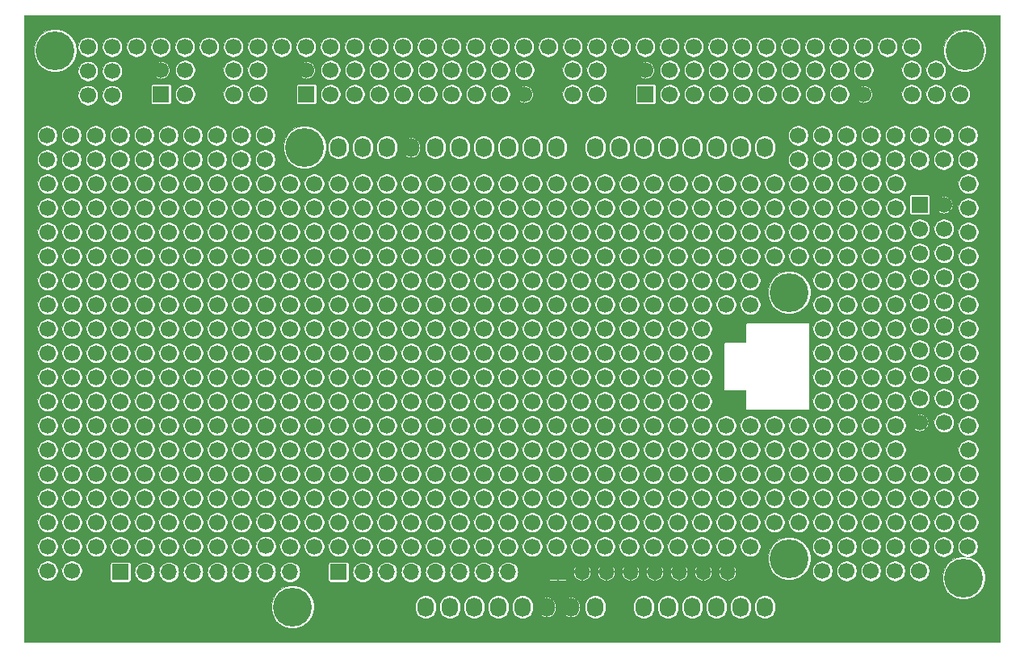
<source format=gbl>
G04 #@! TF.GenerationSoftware,KiCad,Pcbnew,5.1.2*
G04 #@! TF.CreationDate,2019-08-04T18:28:35-05:00*
G04 #@! TF.ProjectId,arduino_shield,61726475-696e-46f5-9f73-6869656c642e,rev?*
G04 #@! TF.SameCoordinates,Original*
G04 #@! TF.FileFunction,Copper,L2,Bot*
G04 #@! TF.FilePolarity,Positive*
%FSLAX46Y46*%
G04 Gerber Fmt 4.6, Leading zero omitted, Abs format (unit mm)*
G04 Created by KiCad (PCBNEW 5.1.2) date 2019-08-04 18:28:35*
%MOMM*%
%LPD*%
G04 APERTURE LIST*
%ADD10C,4.064000*%
%ADD11C,1.700000*%
%ADD12R,1.700000X1.700000*%
%ADD13C,3.600000*%
%ADD14O,1.700000X1.700000*%
%ADD15O,1.727200X2.032000*%
%ADD16C,0.025400*%
G04 APERTURE END LIST*
D10*
X195326000Y-120777000D03*
X195453000Y-65405000D03*
X100076000Y-65405000D03*
D11*
X113731000Y-67437000D03*
X113731000Y-69977000D03*
X111191000Y-67437000D03*
D12*
X111191000Y-69977000D03*
D11*
X149291000Y-67437000D03*
X149291000Y-69977000D03*
X146751000Y-67437000D03*
X146751000Y-69977000D03*
X144211000Y-67437000D03*
X144211000Y-69977000D03*
X141671000Y-67437000D03*
X141671000Y-69977000D03*
X139131000Y-67437000D03*
X139131000Y-69977000D03*
X136591000Y-67437000D03*
X136591000Y-69977000D03*
X134051000Y-67437000D03*
X134051000Y-69977000D03*
X131511000Y-67437000D03*
X131511000Y-69977000D03*
X128971000Y-67437000D03*
X128971000Y-69977000D03*
X126431000Y-67437000D03*
D12*
X126431000Y-69977000D03*
D11*
X184851000Y-67437000D03*
X184851000Y-69977000D03*
X182311000Y-67437000D03*
X182311000Y-69977000D03*
X179771000Y-67437000D03*
X179771000Y-69977000D03*
X177231000Y-67437000D03*
X177231000Y-69977000D03*
X174691000Y-67437000D03*
X174691000Y-69977000D03*
X172151000Y-67437000D03*
X172151000Y-69977000D03*
X169611000Y-67437000D03*
X169611000Y-69977000D03*
X167071000Y-67437000D03*
X167071000Y-69977000D03*
X164531000Y-67437000D03*
X164531000Y-69977000D03*
X161991000Y-67437000D03*
D12*
X161991000Y-69977000D03*
D11*
X193271000Y-104437000D03*
X190731000Y-104437000D03*
X193271000Y-101897000D03*
X190731000Y-101897000D03*
X193271000Y-99357000D03*
X190731000Y-99357000D03*
X193271000Y-96817000D03*
X190731000Y-96817000D03*
X193271000Y-94277000D03*
X190731000Y-94277000D03*
X193271000Y-91737000D03*
X190731000Y-91737000D03*
X193271000Y-89197000D03*
X190731000Y-89197000D03*
X193271000Y-86657000D03*
X190731000Y-86657000D03*
X193271000Y-84117000D03*
X190731000Y-84117000D03*
X193271000Y-81577000D03*
D12*
X190731000Y-81577000D03*
D13*
X195351000Y-65357000D03*
X100051000Y-65357000D03*
X195351000Y-120657000D03*
D11*
X101854000Y-120015000D03*
X99314000Y-120015000D03*
X101803200Y-76860400D03*
X99263200Y-74320400D03*
X99263200Y-76860400D03*
X101803200Y-74320400D03*
X111963200Y-76860400D03*
X106883200Y-74320400D03*
X104343200Y-76860400D03*
X114503200Y-76860400D03*
X109423200Y-76860400D03*
X106883200Y-76860400D03*
X122123200Y-76860400D03*
X119583200Y-74320400D03*
X111963200Y-74320400D03*
X119583200Y-76860400D03*
X109423200Y-74320400D03*
X117043200Y-76860400D03*
X117043200Y-74320400D03*
X122123200Y-74320400D03*
X114503200Y-74320400D03*
X104343200Y-74320400D03*
X122174000Y-117449600D03*
X122174000Y-114909600D03*
X119634000Y-117475000D03*
X117094000Y-117475000D03*
X114554000Y-117475000D03*
X112014000Y-117475000D03*
X109474000Y-117475000D03*
X106934000Y-117475000D03*
X104394000Y-117475000D03*
X101854000Y-117475000D03*
X99314000Y-117475000D03*
X119634000Y-114935000D03*
X117094000Y-114935000D03*
X114554000Y-114935000D03*
X112014000Y-114935000D03*
X109474000Y-114935000D03*
X106934000Y-114935000D03*
X104394000Y-114935000D03*
X101854000Y-114935000D03*
X99314000Y-114935000D03*
X119634000Y-112395000D03*
X117094000Y-112395000D03*
X114554000Y-112395000D03*
X112014000Y-112395000D03*
X109474000Y-112395000D03*
X106934000Y-112395000D03*
X104394000Y-112395000D03*
X101854000Y-112395000D03*
X99314000Y-112395000D03*
X119634000Y-109855000D03*
X117094000Y-109855000D03*
X114554000Y-109855000D03*
X112014000Y-109855000D03*
X109474000Y-109855000D03*
X106934000Y-109855000D03*
X104394000Y-109855000D03*
X101854000Y-109855000D03*
X99314000Y-109855000D03*
X119634000Y-107315000D03*
X117094000Y-107315000D03*
X114554000Y-107315000D03*
X112014000Y-107315000D03*
X109474000Y-107315000D03*
X106934000Y-107315000D03*
X104394000Y-107315000D03*
X101854000Y-107315000D03*
X99314000Y-107315000D03*
X119634000Y-104775000D03*
X117094000Y-104775000D03*
X114554000Y-104775000D03*
X112014000Y-104775000D03*
X109474000Y-104775000D03*
X106934000Y-104775000D03*
X104394000Y-104775000D03*
X101854000Y-104775000D03*
X99314000Y-104775000D03*
X119634000Y-102235000D03*
X117094000Y-102235000D03*
X114554000Y-102235000D03*
X112014000Y-102235000D03*
X109474000Y-102235000D03*
X106934000Y-102235000D03*
X104394000Y-102235000D03*
X101854000Y-102235000D03*
X99314000Y-102235000D03*
X119634000Y-99695000D03*
X117094000Y-99695000D03*
X114554000Y-99695000D03*
X112014000Y-99695000D03*
X109474000Y-99695000D03*
X106934000Y-99695000D03*
X104394000Y-99695000D03*
X101854000Y-99695000D03*
X99314000Y-99695000D03*
X119634000Y-97155000D03*
X117094000Y-97155000D03*
X114554000Y-97155000D03*
X112014000Y-97155000D03*
X109474000Y-97155000D03*
X106934000Y-97155000D03*
X104394000Y-97155000D03*
X101854000Y-97155000D03*
X99314000Y-97155000D03*
X119634000Y-94615000D03*
X117094000Y-94615000D03*
X114554000Y-94615000D03*
X112014000Y-94615000D03*
X109474000Y-94615000D03*
X106934000Y-94615000D03*
X104394000Y-94615000D03*
X101854000Y-94615000D03*
X99314000Y-94615000D03*
X119634000Y-92075000D03*
X117094000Y-92075000D03*
X114554000Y-92075000D03*
X112014000Y-92075000D03*
X109474000Y-92075000D03*
X106934000Y-92075000D03*
X104394000Y-92075000D03*
X101854000Y-92075000D03*
X99314000Y-92075000D03*
X119634000Y-89535000D03*
X117094000Y-89535000D03*
X114554000Y-89535000D03*
X112014000Y-89535000D03*
X109474000Y-89535000D03*
X106934000Y-89535000D03*
X104394000Y-89535000D03*
X101854000Y-89535000D03*
X99314000Y-89535000D03*
X119634000Y-86995000D03*
X117094000Y-86995000D03*
X114554000Y-86995000D03*
X112014000Y-86995000D03*
X109474000Y-86995000D03*
X106934000Y-86995000D03*
X104394000Y-86995000D03*
X101854000Y-86995000D03*
X99314000Y-86995000D03*
X119634000Y-84455000D03*
X117094000Y-84455000D03*
X114554000Y-84455000D03*
X112014000Y-84455000D03*
X109474000Y-84455000D03*
X106934000Y-84455000D03*
X104394000Y-84455000D03*
X101854000Y-84455000D03*
X99314000Y-84455000D03*
X119634000Y-81915000D03*
X117094000Y-81915000D03*
X114554000Y-81915000D03*
X112014000Y-81915000D03*
X109474000Y-81915000D03*
X106934000Y-81915000D03*
X104394000Y-81915000D03*
X101854000Y-81915000D03*
X99314000Y-81915000D03*
X195834000Y-79375000D03*
X188214000Y-79375000D03*
X185674000Y-79375000D03*
X183134000Y-79375000D03*
X180594000Y-79375000D03*
X178054000Y-79375000D03*
X175514000Y-79375000D03*
X172974000Y-79375000D03*
X170434000Y-79375000D03*
X167894000Y-79375000D03*
X165354000Y-79375000D03*
X162814000Y-79375000D03*
X160274000Y-79375000D03*
X157734000Y-79375000D03*
X155194000Y-79375000D03*
X152654000Y-79375000D03*
X150114000Y-79375000D03*
X147574000Y-79375000D03*
X145034000Y-79375000D03*
X142494000Y-79375000D03*
X139954000Y-79375000D03*
X137414000Y-79375000D03*
X134874000Y-79375000D03*
X132334000Y-79375000D03*
X129794000Y-79375000D03*
X127254000Y-79375000D03*
X124714000Y-79375000D03*
X122174000Y-79375000D03*
X119634000Y-79375000D03*
X117094000Y-79375000D03*
X114554000Y-79375000D03*
X112014000Y-79375000D03*
X109474000Y-79375000D03*
X106934000Y-79375000D03*
X104394000Y-79375000D03*
X101854000Y-79375000D03*
X99314000Y-79375000D03*
D14*
X147574000Y-120142000D03*
X145034000Y-120142000D03*
X142494000Y-120142000D03*
X139954000Y-120142000D03*
X137414000Y-120142000D03*
X134874000Y-120142000D03*
X132334000Y-120142000D03*
D12*
X129794000Y-120142000D03*
D14*
X124714000Y-120142000D03*
X122174000Y-120142000D03*
X119634000Y-120142000D03*
X117094000Y-120142000D03*
X114554000Y-120142000D03*
X112014000Y-120142000D03*
X109474000Y-120142000D03*
D12*
X106934000Y-120142000D03*
D14*
X170561000Y-120142000D03*
X168021000Y-120142000D03*
X165481000Y-120142000D03*
X162941000Y-120142000D03*
X160401000Y-120142000D03*
X157861000Y-120142000D03*
X155321000Y-120142000D03*
D12*
X152781000Y-120142000D03*
D11*
X190703200Y-120040400D03*
X188163200Y-120040400D03*
X185623200Y-120040400D03*
X183083200Y-120040400D03*
X180543200Y-120040400D03*
X195783200Y-74320400D03*
X193243200Y-74320400D03*
X190703200Y-74320400D03*
X188163200Y-74320400D03*
X185623200Y-74320400D03*
X183083200Y-74320400D03*
X180543200Y-74320400D03*
X195783200Y-76860400D03*
X193243200Y-76860400D03*
X190703200Y-76860400D03*
X188163200Y-76860400D03*
X185623200Y-76860400D03*
X183083200Y-76860400D03*
X180543200Y-76860400D03*
X178003200Y-74320400D03*
X178003200Y-76860400D03*
X195783200Y-117500400D03*
X193243200Y-117500400D03*
X190703200Y-117500400D03*
X188163200Y-117500400D03*
X185623200Y-117500400D03*
X183083200Y-117500400D03*
X180543200Y-117500400D03*
X194957700Y-69977000D03*
X192417700Y-69977000D03*
X189877700Y-69977000D03*
X192417700Y-67437000D03*
X189877700Y-67437000D03*
X156857700Y-69977000D03*
X154317700Y-69977000D03*
X156857700Y-67437000D03*
X154317700Y-67437000D03*
X121297700Y-69977000D03*
X118757700Y-69977000D03*
X121297700Y-67437000D03*
X118757700Y-67437000D03*
X189877700Y-65024000D03*
X187337700Y-65024000D03*
X184797700Y-65024000D03*
X182257700Y-65024000D03*
X179717700Y-65024000D03*
X177177700Y-65024000D03*
X174637700Y-65024000D03*
X172097700Y-65024000D03*
X169557700Y-65024000D03*
X167017700Y-65024000D03*
X164477700Y-65024000D03*
X161937700Y-65024000D03*
X159397700Y-65024000D03*
X156857700Y-65024000D03*
X154317700Y-65024000D03*
X151777700Y-65024000D03*
X149237700Y-65024000D03*
X146697700Y-65024000D03*
X144157700Y-65024000D03*
X141617700Y-65024000D03*
X139077700Y-65024000D03*
X136537700Y-65024000D03*
X133997700Y-65024000D03*
X131457700Y-65024000D03*
X128917700Y-65024000D03*
X126377700Y-65024000D03*
X123837700Y-65024000D03*
X121297700Y-65024000D03*
X118757700Y-65024000D03*
X116217700Y-65024000D03*
X113677700Y-65024000D03*
X111137700Y-65024000D03*
X108597700Y-65024000D03*
X106057700Y-65024000D03*
X103517700Y-65024000D03*
X106057700Y-70104000D03*
X103517700Y-70104000D03*
X106057700Y-67564000D03*
X103517700Y-67564000D03*
X195834000Y-104775000D03*
X195834000Y-102235000D03*
X195834000Y-99695000D03*
X195834000Y-97155000D03*
X195834000Y-94615000D03*
X195834000Y-92075000D03*
X195834000Y-89535000D03*
X195834000Y-86995000D03*
X195834000Y-84455000D03*
X195834000Y-81915000D03*
X188214000Y-102235000D03*
X185674000Y-102235000D03*
X183134000Y-102235000D03*
X180594000Y-102235000D03*
X188214000Y-99695000D03*
X185674000Y-99695000D03*
X183134000Y-99695000D03*
X180594000Y-99695000D03*
X188214000Y-97155000D03*
X185674000Y-97155000D03*
X183134000Y-97155000D03*
X180594000Y-97155000D03*
X188214000Y-94615000D03*
X185674000Y-94615000D03*
X183134000Y-94615000D03*
X180594000Y-94615000D03*
X188214000Y-92075000D03*
X185674000Y-92075000D03*
X183134000Y-92075000D03*
X180594000Y-92075000D03*
X188214000Y-89535000D03*
X185674000Y-89535000D03*
X183134000Y-89535000D03*
X180594000Y-89535000D03*
X172974000Y-117475000D03*
X170434000Y-117475000D03*
X167894000Y-117475000D03*
X165354000Y-117475000D03*
X162814000Y-117475000D03*
X160274000Y-117475000D03*
X157734000Y-117475000D03*
X155194000Y-117475000D03*
X152654000Y-117475000D03*
X150114000Y-117475000D03*
X147574000Y-117475000D03*
X145034000Y-117475000D03*
X142494000Y-117475000D03*
X139954000Y-117475000D03*
X137414000Y-117475000D03*
X134874000Y-117475000D03*
X132334000Y-117475000D03*
X129794000Y-117475000D03*
X127254000Y-117475000D03*
X124714000Y-117475000D03*
X195834000Y-114935000D03*
X193294000Y-114935000D03*
X190754000Y-114935000D03*
X188214000Y-114935000D03*
X185674000Y-114935000D03*
X183134000Y-114935000D03*
X180594000Y-114935000D03*
X178054000Y-114935000D03*
X175514000Y-114935000D03*
X172974000Y-114935000D03*
X170434000Y-114935000D03*
X167894000Y-114935000D03*
X165354000Y-114935000D03*
X162814000Y-114935000D03*
X160274000Y-114935000D03*
X157734000Y-114935000D03*
X155194000Y-114935000D03*
X152654000Y-114935000D03*
X150114000Y-114935000D03*
X147574000Y-114935000D03*
X145034000Y-114935000D03*
X142494000Y-114935000D03*
X139954000Y-114935000D03*
X137414000Y-114935000D03*
X134874000Y-114935000D03*
X132334000Y-114935000D03*
X129794000Y-114935000D03*
X127254000Y-114935000D03*
X124714000Y-114935000D03*
X195834000Y-112395000D03*
X193294000Y-112395000D03*
X190754000Y-112395000D03*
X188214000Y-112395000D03*
X185674000Y-112395000D03*
X183134000Y-112395000D03*
X180594000Y-112395000D03*
X178054000Y-112395000D03*
X175514000Y-112395000D03*
X172974000Y-112395000D03*
X170434000Y-112395000D03*
X167894000Y-112395000D03*
X165354000Y-112395000D03*
X162814000Y-112395000D03*
X160274000Y-112395000D03*
X157734000Y-112395000D03*
X155194000Y-112395000D03*
X152654000Y-112395000D03*
X150114000Y-112395000D03*
X147574000Y-112395000D03*
X145034000Y-112395000D03*
X142494000Y-112395000D03*
X139954000Y-112395000D03*
X137414000Y-112395000D03*
X134874000Y-112395000D03*
X132334000Y-112395000D03*
X129794000Y-112395000D03*
X127254000Y-112395000D03*
X124714000Y-112395000D03*
X122174000Y-112395000D03*
X195834000Y-109855000D03*
X193294000Y-109855000D03*
X190754000Y-109855000D03*
X188214000Y-109855000D03*
X185674000Y-109855000D03*
X183134000Y-109855000D03*
X180594000Y-109855000D03*
X178054000Y-109855000D03*
X175514000Y-109855000D03*
X172974000Y-109855000D03*
X170434000Y-109855000D03*
X167894000Y-109855000D03*
X165354000Y-109855000D03*
X162814000Y-109855000D03*
X160274000Y-109855000D03*
X157734000Y-109855000D03*
X155194000Y-109855000D03*
X152654000Y-109855000D03*
X150114000Y-109855000D03*
X147574000Y-109855000D03*
X145034000Y-109855000D03*
X142494000Y-109855000D03*
X139954000Y-109855000D03*
X137414000Y-109855000D03*
X134874000Y-109855000D03*
X132334000Y-109855000D03*
X129794000Y-109855000D03*
X127254000Y-109855000D03*
X124714000Y-109855000D03*
X122174000Y-109855000D03*
X195834000Y-107315000D03*
X188214000Y-107315000D03*
X185674000Y-107315000D03*
X183134000Y-107315000D03*
X180594000Y-107315000D03*
X178054000Y-107315000D03*
X175514000Y-107315000D03*
X172974000Y-107315000D03*
X170434000Y-107315000D03*
X167894000Y-107315000D03*
X165354000Y-107315000D03*
X162814000Y-107315000D03*
X160274000Y-107315000D03*
X157734000Y-107315000D03*
X155194000Y-107315000D03*
X152654000Y-107315000D03*
X150114000Y-107315000D03*
X147574000Y-107315000D03*
X145034000Y-107315000D03*
X142494000Y-107315000D03*
X139954000Y-107315000D03*
X137414000Y-107315000D03*
X134874000Y-107315000D03*
X132334000Y-107315000D03*
X129794000Y-107315000D03*
X127254000Y-107315000D03*
X124714000Y-107315000D03*
X122174000Y-107315000D03*
X188214000Y-104775000D03*
X185674000Y-104775000D03*
X183134000Y-104775000D03*
X180594000Y-104775000D03*
X178054000Y-104775000D03*
X175514000Y-104775000D03*
X172974000Y-104775000D03*
X170434000Y-104775000D03*
X167894000Y-104775000D03*
X165354000Y-104775000D03*
X162814000Y-104775000D03*
X160274000Y-104775000D03*
X157734000Y-104775000D03*
X155194000Y-104775000D03*
X152654000Y-104775000D03*
X150114000Y-104775000D03*
X147574000Y-104775000D03*
X145034000Y-104775000D03*
X142494000Y-104775000D03*
X139954000Y-104775000D03*
X137414000Y-104775000D03*
X134874000Y-104775000D03*
X132334000Y-104775000D03*
X129794000Y-104775000D03*
X127254000Y-104775000D03*
X124714000Y-104775000D03*
X122174000Y-104775000D03*
X167894000Y-102235000D03*
X165354000Y-102235000D03*
X162814000Y-102235000D03*
X160274000Y-102235000D03*
X157734000Y-102235000D03*
X155194000Y-102235000D03*
X152654000Y-102235000D03*
X150114000Y-102235000D03*
X147574000Y-102235000D03*
X145034000Y-102235000D03*
X142494000Y-102235000D03*
X139954000Y-102235000D03*
X137414000Y-102235000D03*
X134874000Y-102235000D03*
X132334000Y-102235000D03*
X129794000Y-102235000D03*
X127254000Y-102235000D03*
X124714000Y-102235000D03*
X122174000Y-102235000D03*
X167894000Y-99695000D03*
X165354000Y-99695000D03*
X162814000Y-99695000D03*
X160274000Y-99695000D03*
X157734000Y-99695000D03*
X155194000Y-99695000D03*
X152654000Y-99695000D03*
X150114000Y-99695000D03*
X147574000Y-99695000D03*
X145034000Y-99695000D03*
X142494000Y-99695000D03*
X139954000Y-99695000D03*
X137414000Y-99695000D03*
X134874000Y-99695000D03*
X132334000Y-99695000D03*
X129794000Y-99695000D03*
X127254000Y-99695000D03*
X124714000Y-99695000D03*
X122174000Y-99695000D03*
X167894000Y-97155000D03*
X165354000Y-97155000D03*
X162814000Y-97155000D03*
X160274000Y-97155000D03*
X157734000Y-97155000D03*
X155194000Y-97155000D03*
X152654000Y-97155000D03*
X150114000Y-97155000D03*
X147574000Y-97155000D03*
X145034000Y-97155000D03*
X142494000Y-97155000D03*
X139954000Y-97155000D03*
X137414000Y-97155000D03*
X134874000Y-97155000D03*
X132334000Y-97155000D03*
X129794000Y-97155000D03*
X127254000Y-97155000D03*
X124714000Y-97155000D03*
X122174000Y-97155000D03*
X167894000Y-94615000D03*
X165354000Y-94615000D03*
X162814000Y-94615000D03*
X160274000Y-94615000D03*
X157734000Y-94615000D03*
X155194000Y-94615000D03*
X152654000Y-94615000D03*
X150114000Y-94615000D03*
X147574000Y-94615000D03*
X145034000Y-94615000D03*
X142494000Y-94615000D03*
X139954000Y-94615000D03*
X137414000Y-94615000D03*
X134874000Y-94615000D03*
X132334000Y-94615000D03*
X129794000Y-94615000D03*
X127254000Y-94615000D03*
X124714000Y-94615000D03*
X122174000Y-94615000D03*
X172974000Y-92075000D03*
X170434000Y-92075000D03*
X167894000Y-92075000D03*
X165354000Y-92075000D03*
X162814000Y-92075000D03*
X160274000Y-92075000D03*
X157734000Y-92075000D03*
X155194000Y-92075000D03*
X152654000Y-92075000D03*
X150114000Y-92075000D03*
X147574000Y-92075000D03*
X145034000Y-92075000D03*
X142494000Y-92075000D03*
X139954000Y-92075000D03*
X137414000Y-92075000D03*
X134874000Y-92075000D03*
X132334000Y-92075000D03*
X129794000Y-92075000D03*
X127254000Y-92075000D03*
X124714000Y-92075000D03*
X122174000Y-92075000D03*
X172974000Y-89535000D03*
X170434000Y-89535000D03*
X167894000Y-89535000D03*
X165354000Y-89535000D03*
X162814000Y-89535000D03*
X160274000Y-89535000D03*
X157734000Y-89535000D03*
X155194000Y-89535000D03*
X152654000Y-89535000D03*
X150114000Y-89535000D03*
X147574000Y-89535000D03*
X145034000Y-89535000D03*
X142494000Y-89535000D03*
X139954000Y-89535000D03*
X137414000Y-89535000D03*
X134874000Y-89535000D03*
X132334000Y-89535000D03*
X129794000Y-89535000D03*
X127254000Y-89535000D03*
X124714000Y-89535000D03*
X122174000Y-89535000D03*
X188214000Y-86995000D03*
X185674000Y-86995000D03*
X183134000Y-86995000D03*
X180594000Y-86995000D03*
X178054000Y-86995000D03*
X175514000Y-86995000D03*
X172974000Y-86995000D03*
X170434000Y-86995000D03*
X167894000Y-86995000D03*
X165354000Y-86995000D03*
X162814000Y-86995000D03*
X160274000Y-86995000D03*
X157734000Y-86995000D03*
X155194000Y-86995000D03*
X152654000Y-86995000D03*
X150114000Y-86995000D03*
X147574000Y-86995000D03*
X145034000Y-86995000D03*
X142494000Y-86995000D03*
X139954000Y-86995000D03*
X137414000Y-86995000D03*
X134874000Y-86995000D03*
X132334000Y-86995000D03*
X129794000Y-86995000D03*
X127254000Y-86995000D03*
X124714000Y-86995000D03*
X122174000Y-86995000D03*
X188214000Y-84455000D03*
X185674000Y-84455000D03*
X183134000Y-84455000D03*
X180594000Y-84455000D03*
X178054000Y-84455000D03*
X175514000Y-84455000D03*
X172974000Y-84455000D03*
X170434000Y-84455000D03*
X167894000Y-84455000D03*
X165354000Y-84455000D03*
X162814000Y-84455000D03*
X160274000Y-84455000D03*
X157734000Y-84455000D03*
X155194000Y-84455000D03*
X152654000Y-84455000D03*
X150114000Y-84455000D03*
X147574000Y-84455000D03*
X145034000Y-84455000D03*
X142494000Y-84455000D03*
X139954000Y-84455000D03*
X137414000Y-84455000D03*
X134874000Y-84455000D03*
X132334000Y-84455000D03*
X129794000Y-84455000D03*
X127254000Y-84455000D03*
X124714000Y-84455000D03*
X122174000Y-84455000D03*
X188214000Y-81915000D03*
X185674000Y-81915000D03*
X183134000Y-81915000D03*
X180594000Y-81915000D03*
X178054000Y-81915000D03*
X175514000Y-81915000D03*
X172974000Y-81915000D03*
X170434000Y-81915000D03*
X167894000Y-81915000D03*
X165354000Y-81915000D03*
X162814000Y-81915000D03*
X160274000Y-81915000D03*
X157734000Y-81915000D03*
X155194000Y-81915000D03*
X152654000Y-81915000D03*
X150114000Y-81915000D03*
X147574000Y-81915000D03*
X145034000Y-81915000D03*
X142494000Y-81915000D03*
X139954000Y-81915000D03*
X137414000Y-81915000D03*
X134874000Y-81915000D03*
X132334000Y-81915000D03*
X129794000Y-81915000D03*
X127254000Y-81915000D03*
X124714000Y-81915000D03*
X122174000Y-81915000D03*
D15*
X138938000Y-123825000D03*
X141478000Y-123825000D03*
X144018000Y-123825000D03*
X146558000Y-123825000D03*
X149098000Y-123825000D03*
X151638000Y-123825000D03*
X154178000Y-123825000D03*
X156718000Y-123825000D03*
X161798000Y-123825000D03*
X164338000Y-123825000D03*
X166878000Y-123825000D03*
X169418000Y-123825000D03*
X171958000Y-123825000D03*
X174498000Y-123825000D03*
X129794000Y-75565000D03*
X132334000Y-75565000D03*
X134874000Y-75565000D03*
X137414000Y-75565000D03*
X139954000Y-75565000D03*
X142494000Y-75565000D03*
X145034000Y-75565000D03*
X147574000Y-75565000D03*
X150114000Y-75565000D03*
X152654000Y-75565000D03*
X156718000Y-75565000D03*
X159258000Y-75565000D03*
X161798000Y-75565000D03*
X164338000Y-75565000D03*
X166878000Y-75565000D03*
X169418000Y-75565000D03*
X171958000Y-75565000D03*
X174498000Y-75565000D03*
D10*
X124968000Y-123825000D03*
X177038000Y-118745000D03*
X126238000Y-75565000D03*
X177038000Y-90805000D03*
D16*
G36*
X199149901Y-62859447D02*
G01*
X199149900Y-126370552D01*
X199149901Y-126370561D01*
X199149900Y-126497552D01*
X199149901Y-126497562D01*
X199149900Y-127521900D01*
X96887100Y-127521900D01*
X96887100Y-123603916D01*
X122723300Y-123603916D01*
X122723300Y-124046084D01*
X122809563Y-124479755D01*
X122978773Y-124888264D01*
X123224428Y-125255913D01*
X123537087Y-125568572D01*
X123904736Y-125814227D01*
X124313245Y-125983437D01*
X124746916Y-126069700D01*
X125189084Y-126069700D01*
X125622755Y-125983437D01*
X126031264Y-125814227D01*
X126398913Y-125568572D01*
X126711572Y-125255913D01*
X126957227Y-124888264D01*
X127126437Y-124479755D01*
X127212700Y-124046084D01*
X127212700Y-123619734D01*
X137861700Y-123619734D01*
X137861700Y-124030267D01*
X137877274Y-124188392D01*
X137938818Y-124391275D01*
X138038760Y-124578253D01*
X138173260Y-124742141D01*
X138337148Y-124876640D01*
X138524126Y-124976582D01*
X138727009Y-125038126D01*
X138938000Y-125058907D01*
X139148992Y-125038126D01*
X139351875Y-124976582D01*
X139538853Y-124876640D01*
X139702741Y-124742141D01*
X139837240Y-124578253D01*
X139937182Y-124391274D01*
X139998726Y-124188391D01*
X140014300Y-124030266D01*
X140014300Y-123619734D01*
X140401700Y-123619734D01*
X140401700Y-124030267D01*
X140417274Y-124188392D01*
X140478818Y-124391275D01*
X140578760Y-124578253D01*
X140713260Y-124742141D01*
X140877148Y-124876640D01*
X141064126Y-124976582D01*
X141267009Y-125038126D01*
X141478000Y-125058907D01*
X141688992Y-125038126D01*
X141891875Y-124976582D01*
X142078853Y-124876640D01*
X142242741Y-124742141D01*
X142377240Y-124578253D01*
X142477182Y-124391274D01*
X142538726Y-124188391D01*
X142554300Y-124030266D01*
X142554300Y-123619734D01*
X142941700Y-123619734D01*
X142941700Y-124030267D01*
X142957274Y-124188392D01*
X143018818Y-124391275D01*
X143118760Y-124578253D01*
X143253260Y-124742141D01*
X143417148Y-124876640D01*
X143604126Y-124976582D01*
X143807009Y-125038126D01*
X144018000Y-125058907D01*
X144228992Y-125038126D01*
X144431875Y-124976582D01*
X144618853Y-124876640D01*
X144782741Y-124742141D01*
X144917240Y-124578253D01*
X145017182Y-124391274D01*
X145078726Y-124188391D01*
X145094300Y-124030266D01*
X145094300Y-123619734D01*
X145481700Y-123619734D01*
X145481700Y-124030267D01*
X145497274Y-124188392D01*
X145558818Y-124391275D01*
X145658760Y-124578253D01*
X145793260Y-124742141D01*
X145957148Y-124876640D01*
X146144126Y-124976582D01*
X146347009Y-125038126D01*
X146558000Y-125058907D01*
X146768992Y-125038126D01*
X146971875Y-124976582D01*
X147158853Y-124876640D01*
X147322741Y-124742141D01*
X147457240Y-124578253D01*
X147557182Y-124391274D01*
X147618726Y-124188391D01*
X147634300Y-124030266D01*
X147634300Y-123619734D01*
X148021700Y-123619734D01*
X148021700Y-124030267D01*
X148037274Y-124188392D01*
X148098818Y-124391275D01*
X148198760Y-124578253D01*
X148333260Y-124742141D01*
X148497148Y-124876640D01*
X148684126Y-124976582D01*
X148887009Y-125038126D01*
X149098000Y-125058907D01*
X149308992Y-125038126D01*
X149511875Y-124976582D01*
X149698853Y-124876640D01*
X149862741Y-124742141D01*
X149997240Y-124578253D01*
X150097182Y-124391274D01*
X150158726Y-124188391D01*
X150174300Y-124030266D01*
X150174300Y-123837700D01*
X150710900Y-123837700D01*
X150710900Y-123990100D01*
X150731192Y-124170724D01*
X150786332Y-124343919D01*
X150874201Y-124503029D01*
X150991422Y-124641939D01*
X151133491Y-124755311D01*
X151294948Y-124838788D01*
X151469588Y-124889163D01*
X151480440Y-124891013D01*
X151625300Y-124888536D01*
X151625300Y-123837700D01*
X151650700Y-123837700D01*
X151650700Y-124888536D01*
X151795560Y-124891013D01*
X151806412Y-124889163D01*
X151981052Y-124838788D01*
X152142509Y-124755311D01*
X152284578Y-124641939D01*
X152401799Y-124503029D01*
X152489668Y-124343919D01*
X152544808Y-124170724D01*
X152565100Y-123990100D01*
X152565100Y-123837700D01*
X153250900Y-123837700D01*
X153250900Y-123990100D01*
X153271192Y-124170724D01*
X153326332Y-124343919D01*
X153414201Y-124503029D01*
X153531422Y-124641939D01*
X153673491Y-124755311D01*
X153834948Y-124838788D01*
X154009588Y-124889163D01*
X154020440Y-124891013D01*
X154165300Y-124888536D01*
X154165300Y-123837700D01*
X154190700Y-123837700D01*
X154190700Y-124888536D01*
X154335560Y-124891013D01*
X154346412Y-124889163D01*
X154521052Y-124838788D01*
X154682509Y-124755311D01*
X154824578Y-124641939D01*
X154941799Y-124503029D01*
X155029668Y-124343919D01*
X155084808Y-124170724D01*
X155105100Y-123990100D01*
X155105100Y-123837700D01*
X154190700Y-123837700D01*
X154165300Y-123837700D01*
X153250900Y-123837700D01*
X152565100Y-123837700D01*
X151650700Y-123837700D01*
X151625300Y-123837700D01*
X150710900Y-123837700D01*
X150174300Y-123837700D01*
X150174300Y-123659900D01*
X150710900Y-123659900D01*
X150710900Y-123812300D01*
X151625300Y-123812300D01*
X151625300Y-122761464D01*
X151650700Y-122761464D01*
X151650700Y-123812300D01*
X152565100Y-123812300D01*
X152565100Y-123659900D01*
X153250900Y-123659900D01*
X153250900Y-123812300D01*
X154165300Y-123812300D01*
X154165300Y-122761464D01*
X154190700Y-122761464D01*
X154190700Y-123812300D01*
X155105100Y-123812300D01*
X155105100Y-123659900D01*
X155100588Y-123619734D01*
X155641700Y-123619734D01*
X155641700Y-124030267D01*
X155657274Y-124188392D01*
X155718818Y-124391275D01*
X155818760Y-124578253D01*
X155953260Y-124742141D01*
X156117148Y-124876640D01*
X156304126Y-124976582D01*
X156507009Y-125038126D01*
X156718000Y-125058907D01*
X156928992Y-125038126D01*
X157131875Y-124976582D01*
X157318853Y-124876640D01*
X157482741Y-124742141D01*
X157617240Y-124578253D01*
X157717182Y-124391274D01*
X157778726Y-124188391D01*
X157794300Y-124030266D01*
X157794300Y-123619734D01*
X160721700Y-123619734D01*
X160721700Y-124030267D01*
X160737274Y-124188392D01*
X160798818Y-124391275D01*
X160898760Y-124578253D01*
X161033260Y-124742141D01*
X161197148Y-124876640D01*
X161384126Y-124976582D01*
X161587009Y-125038126D01*
X161798000Y-125058907D01*
X162008992Y-125038126D01*
X162211875Y-124976582D01*
X162398853Y-124876640D01*
X162562741Y-124742141D01*
X162697240Y-124578253D01*
X162797182Y-124391274D01*
X162858726Y-124188391D01*
X162874300Y-124030266D01*
X162874300Y-123619734D01*
X163261700Y-123619734D01*
X163261700Y-124030267D01*
X163277274Y-124188392D01*
X163338818Y-124391275D01*
X163438760Y-124578253D01*
X163573260Y-124742141D01*
X163737148Y-124876640D01*
X163924126Y-124976582D01*
X164127009Y-125038126D01*
X164338000Y-125058907D01*
X164548992Y-125038126D01*
X164751875Y-124976582D01*
X164938853Y-124876640D01*
X165102741Y-124742141D01*
X165237240Y-124578253D01*
X165337182Y-124391274D01*
X165398726Y-124188391D01*
X165414300Y-124030266D01*
X165414300Y-123619734D01*
X165801700Y-123619734D01*
X165801700Y-124030267D01*
X165817274Y-124188392D01*
X165878818Y-124391275D01*
X165978760Y-124578253D01*
X166113260Y-124742141D01*
X166277148Y-124876640D01*
X166464126Y-124976582D01*
X166667009Y-125038126D01*
X166878000Y-125058907D01*
X167088992Y-125038126D01*
X167291875Y-124976582D01*
X167478853Y-124876640D01*
X167642741Y-124742141D01*
X167777240Y-124578253D01*
X167877182Y-124391274D01*
X167938726Y-124188391D01*
X167954300Y-124030266D01*
X167954300Y-123619734D01*
X168341700Y-123619734D01*
X168341700Y-124030267D01*
X168357274Y-124188392D01*
X168418818Y-124391275D01*
X168518760Y-124578253D01*
X168653260Y-124742141D01*
X168817148Y-124876640D01*
X169004126Y-124976582D01*
X169207009Y-125038126D01*
X169418000Y-125058907D01*
X169628992Y-125038126D01*
X169831875Y-124976582D01*
X170018853Y-124876640D01*
X170182741Y-124742141D01*
X170317240Y-124578253D01*
X170417182Y-124391274D01*
X170478726Y-124188391D01*
X170494300Y-124030266D01*
X170494300Y-123619734D01*
X170881700Y-123619734D01*
X170881700Y-124030267D01*
X170897274Y-124188392D01*
X170958818Y-124391275D01*
X171058760Y-124578253D01*
X171193260Y-124742141D01*
X171357148Y-124876640D01*
X171544126Y-124976582D01*
X171747009Y-125038126D01*
X171958000Y-125058907D01*
X172168992Y-125038126D01*
X172371875Y-124976582D01*
X172558853Y-124876640D01*
X172722741Y-124742141D01*
X172857240Y-124578253D01*
X172957182Y-124391274D01*
X173018726Y-124188391D01*
X173034300Y-124030266D01*
X173034300Y-123619734D01*
X173421700Y-123619734D01*
X173421700Y-124030267D01*
X173437274Y-124188392D01*
X173498818Y-124391275D01*
X173598760Y-124578253D01*
X173733260Y-124742141D01*
X173897148Y-124876640D01*
X174084126Y-124976582D01*
X174287009Y-125038126D01*
X174498000Y-125058907D01*
X174708992Y-125038126D01*
X174911875Y-124976582D01*
X175098853Y-124876640D01*
X175262741Y-124742141D01*
X175397240Y-124578253D01*
X175497182Y-124391274D01*
X175558726Y-124188391D01*
X175574300Y-124030266D01*
X175574300Y-123619733D01*
X175558726Y-123461608D01*
X175497182Y-123258725D01*
X175397240Y-123071747D01*
X175262741Y-122907859D01*
X175098853Y-122773360D01*
X174911874Y-122673418D01*
X174708991Y-122611874D01*
X174498000Y-122591093D01*
X174287008Y-122611874D01*
X174084125Y-122673418D01*
X173897147Y-122773360D01*
X173733259Y-122907859D01*
X173598760Y-123071747D01*
X173498818Y-123258726D01*
X173437274Y-123461609D01*
X173421700Y-123619734D01*
X173034300Y-123619734D01*
X173034300Y-123619733D01*
X173018726Y-123461608D01*
X172957182Y-123258725D01*
X172857240Y-123071747D01*
X172722741Y-122907859D01*
X172558853Y-122773360D01*
X172371874Y-122673418D01*
X172168991Y-122611874D01*
X171958000Y-122591093D01*
X171747008Y-122611874D01*
X171544125Y-122673418D01*
X171357147Y-122773360D01*
X171193259Y-122907859D01*
X171058760Y-123071747D01*
X170958818Y-123258726D01*
X170897274Y-123461609D01*
X170881700Y-123619734D01*
X170494300Y-123619734D01*
X170494300Y-123619733D01*
X170478726Y-123461608D01*
X170417182Y-123258725D01*
X170317240Y-123071747D01*
X170182741Y-122907859D01*
X170018853Y-122773360D01*
X169831874Y-122673418D01*
X169628991Y-122611874D01*
X169418000Y-122591093D01*
X169207008Y-122611874D01*
X169004125Y-122673418D01*
X168817147Y-122773360D01*
X168653259Y-122907859D01*
X168518760Y-123071747D01*
X168418818Y-123258726D01*
X168357274Y-123461609D01*
X168341700Y-123619734D01*
X167954300Y-123619734D01*
X167954300Y-123619733D01*
X167938726Y-123461608D01*
X167877182Y-123258725D01*
X167777240Y-123071747D01*
X167642741Y-122907859D01*
X167478853Y-122773360D01*
X167291874Y-122673418D01*
X167088991Y-122611874D01*
X166878000Y-122591093D01*
X166667008Y-122611874D01*
X166464125Y-122673418D01*
X166277147Y-122773360D01*
X166113259Y-122907859D01*
X165978760Y-123071747D01*
X165878818Y-123258726D01*
X165817274Y-123461609D01*
X165801700Y-123619734D01*
X165414300Y-123619734D01*
X165414300Y-123619733D01*
X165398726Y-123461608D01*
X165337182Y-123258725D01*
X165237240Y-123071747D01*
X165102741Y-122907859D01*
X164938853Y-122773360D01*
X164751874Y-122673418D01*
X164548991Y-122611874D01*
X164338000Y-122591093D01*
X164127008Y-122611874D01*
X163924125Y-122673418D01*
X163737147Y-122773360D01*
X163573259Y-122907859D01*
X163438760Y-123071747D01*
X163338818Y-123258726D01*
X163277274Y-123461609D01*
X163261700Y-123619734D01*
X162874300Y-123619734D01*
X162874300Y-123619733D01*
X162858726Y-123461608D01*
X162797182Y-123258725D01*
X162697240Y-123071747D01*
X162562741Y-122907859D01*
X162398853Y-122773360D01*
X162211874Y-122673418D01*
X162008991Y-122611874D01*
X161798000Y-122591093D01*
X161587008Y-122611874D01*
X161384125Y-122673418D01*
X161197147Y-122773360D01*
X161033259Y-122907859D01*
X160898760Y-123071747D01*
X160798818Y-123258726D01*
X160737274Y-123461609D01*
X160721700Y-123619734D01*
X157794300Y-123619734D01*
X157794300Y-123619733D01*
X157778726Y-123461608D01*
X157717182Y-123258725D01*
X157617240Y-123071747D01*
X157482741Y-122907859D01*
X157318853Y-122773360D01*
X157131874Y-122673418D01*
X156928991Y-122611874D01*
X156718000Y-122591093D01*
X156507008Y-122611874D01*
X156304125Y-122673418D01*
X156117147Y-122773360D01*
X155953259Y-122907859D01*
X155818760Y-123071747D01*
X155718818Y-123258726D01*
X155657274Y-123461609D01*
X155641700Y-123619734D01*
X155100588Y-123619734D01*
X155084808Y-123479276D01*
X155029668Y-123306081D01*
X154941799Y-123146971D01*
X154824578Y-123008061D01*
X154682509Y-122894689D01*
X154521052Y-122811212D01*
X154346412Y-122760837D01*
X154335560Y-122758987D01*
X154190700Y-122761464D01*
X154165300Y-122761464D01*
X154020440Y-122758987D01*
X154009588Y-122760837D01*
X153834948Y-122811212D01*
X153673491Y-122894689D01*
X153531422Y-123008061D01*
X153414201Y-123146971D01*
X153326332Y-123306081D01*
X153271192Y-123479276D01*
X153250900Y-123659900D01*
X152565100Y-123659900D01*
X152544808Y-123479276D01*
X152489668Y-123306081D01*
X152401799Y-123146971D01*
X152284578Y-123008061D01*
X152142509Y-122894689D01*
X151981052Y-122811212D01*
X151806412Y-122760837D01*
X151795560Y-122758987D01*
X151650700Y-122761464D01*
X151625300Y-122761464D01*
X151480440Y-122758987D01*
X151469588Y-122760837D01*
X151294948Y-122811212D01*
X151133491Y-122894689D01*
X150991422Y-123008061D01*
X150874201Y-123146971D01*
X150786332Y-123306081D01*
X150731192Y-123479276D01*
X150710900Y-123659900D01*
X150174300Y-123659900D01*
X150174300Y-123619733D01*
X150158726Y-123461608D01*
X150097182Y-123258725D01*
X149997240Y-123071747D01*
X149862741Y-122907859D01*
X149698853Y-122773360D01*
X149511874Y-122673418D01*
X149308991Y-122611874D01*
X149098000Y-122591093D01*
X148887008Y-122611874D01*
X148684125Y-122673418D01*
X148497147Y-122773360D01*
X148333259Y-122907859D01*
X148198760Y-123071747D01*
X148098818Y-123258726D01*
X148037274Y-123461609D01*
X148021700Y-123619734D01*
X147634300Y-123619734D01*
X147634300Y-123619733D01*
X147618726Y-123461608D01*
X147557182Y-123258725D01*
X147457240Y-123071747D01*
X147322741Y-122907859D01*
X147158853Y-122773360D01*
X146971874Y-122673418D01*
X146768991Y-122611874D01*
X146558000Y-122591093D01*
X146347008Y-122611874D01*
X146144125Y-122673418D01*
X145957147Y-122773360D01*
X145793259Y-122907859D01*
X145658760Y-123071747D01*
X145558818Y-123258726D01*
X145497274Y-123461609D01*
X145481700Y-123619734D01*
X145094300Y-123619734D01*
X145094300Y-123619733D01*
X145078726Y-123461608D01*
X145017182Y-123258725D01*
X144917240Y-123071747D01*
X144782741Y-122907859D01*
X144618853Y-122773360D01*
X144431874Y-122673418D01*
X144228991Y-122611874D01*
X144018000Y-122591093D01*
X143807008Y-122611874D01*
X143604125Y-122673418D01*
X143417147Y-122773360D01*
X143253259Y-122907859D01*
X143118760Y-123071747D01*
X143018818Y-123258726D01*
X142957274Y-123461609D01*
X142941700Y-123619734D01*
X142554300Y-123619734D01*
X142554300Y-123619733D01*
X142538726Y-123461608D01*
X142477182Y-123258725D01*
X142377240Y-123071747D01*
X142242741Y-122907859D01*
X142078853Y-122773360D01*
X141891874Y-122673418D01*
X141688991Y-122611874D01*
X141478000Y-122591093D01*
X141267008Y-122611874D01*
X141064125Y-122673418D01*
X140877147Y-122773360D01*
X140713259Y-122907859D01*
X140578760Y-123071747D01*
X140478818Y-123258726D01*
X140417274Y-123461609D01*
X140401700Y-123619734D01*
X140014300Y-123619734D01*
X140014300Y-123619733D01*
X139998726Y-123461608D01*
X139937182Y-123258725D01*
X139837240Y-123071747D01*
X139702741Y-122907859D01*
X139538853Y-122773360D01*
X139351874Y-122673418D01*
X139148991Y-122611874D01*
X138938000Y-122591093D01*
X138727008Y-122611874D01*
X138524125Y-122673418D01*
X138337147Y-122773360D01*
X138173259Y-122907859D01*
X138038760Y-123071747D01*
X137938818Y-123258726D01*
X137877274Y-123461609D01*
X137861700Y-123619734D01*
X127212700Y-123619734D01*
X127212700Y-123603916D01*
X127126437Y-123170245D01*
X126957227Y-122761736D01*
X126711572Y-122394087D01*
X126398913Y-122081428D01*
X126031264Y-121835773D01*
X125622755Y-121666563D01*
X125189084Y-121580300D01*
X124746916Y-121580300D01*
X124313245Y-121666563D01*
X123904736Y-121835773D01*
X123537087Y-122081428D01*
X123224428Y-122394087D01*
X122978773Y-122761736D01*
X122809563Y-123170245D01*
X122723300Y-123603916D01*
X96887100Y-123603916D01*
X96887100Y-119910333D01*
X98251300Y-119910333D01*
X98251300Y-120119667D01*
X98292139Y-120324978D01*
X98372247Y-120518377D01*
X98488547Y-120692432D01*
X98636568Y-120840453D01*
X98810623Y-120956753D01*
X99004022Y-121036861D01*
X99209333Y-121077700D01*
X99418667Y-121077700D01*
X99623978Y-121036861D01*
X99817377Y-120956753D01*
X99991432Y-120840453D01*
X100139453Y-120692432D01*
X100255753Y-120518377D01*
X100335861Y-120324978D01*
X100376700Y-120119667D01*
X100376700Y-119910333D01*
X100791300Y-119910333D01*
X100791300Y-120119667D01*
X100832139Y-120324978D01*
X100912247Y-120518377D01*
X101028547Y-120692432D01*
X101176568Y-120840453D01*
X101350623Y-120956753D01*
X101544022Y-121036861D01*
X101749333Y-121077700D01*
X101958667Y-121077700D01*
X102163978Y-121036861D01*
X102357377Y-120956753D01*
X102531432Y-120840453D01*
X102679453Y-120692432D01*
X102795753Y-120518377D01*
X102875861Y-120324978D01*
X102916700Y-120119667D01*
X102916700Y-119910333D01*
X102875861Y-119705022D01*
X102795753Y-119511623D01*
X102679453Y-119337568D01*
X102633885Y-119292000D01*
X105870271Y-119292000D01*
X105870271Y-120992000D01*
X105874378Y-121033696D01*
X105886540Y-121073791D01*
X105906291Y-121110741D01*
X105932871Y-121143129D01*
X105965259Y-121169709D01*
X106002209Y-121189460D01*
X106042304Y-121201622D01*
X106084000Y-121205729D01*
X107784000Y-121205729D01*
X107825696Y-121201622D01*
X107865791Y-121189460D01*
X107902741Y-121169709D01*
X107935129Y-121143129D01*
X107961709Y-121110741D01*
X107981460Y-121073791D01*
X107993622Y-121033696D01*
X107997729Y-120992000D01*
X107997729Y-120142000D01*
X108406159Y-120142000D01*
X108426677Y-120350325D01*
X108487444Y-120550645D01*
X108586123Y-120735261D01*
X108718922Y-120897078D01*
X108880739Y-121029877D01*
X109065355Y-121128556D01*
X109265675Y-121189323D01*
X109421802Y-121204700D01*
X109526198Y-121204700D01*
X109682325Y-121189323D01*
X109882645Y-121128556D01*
X110067261Y-121029877D01*
X110229078Y-120897078D01*
X110361877Y-120735261D01*
X110460556Y-120550645D01*
X110521323Y-120350325D01*
X110541841Y-120142000D01*
X110946159Y-120142000D01*
X110966677Y-120350325D01*
X111027444Y-120550645D01*
X111126123Y-120735261D01*
X111258922Y-120897078D01*
X111420739Y-121029877D01*
X111605355Y-121128556D01*
X111805675Y-121189323D01*
X111961802Y-121204700D01*
X112066198Y-121204700D01*
X112222325Y-121189323D01*
X112422645Y-121128556D01*
X112607261Y-121029877D01*
X112769078Y-120897078D01*
X112901877Y-120735261D01*
X113000556Y-120550645D01*
X113061323Y-120350325D01*
X113081841Y-120142000D01*
X113486159Y-120142000D01*
X113506677Y-120350325D01*
X113567444Y-120550645D01*
X113666123Y-120735261D01*
X113798922Y-120897078D01*
X113960739Y-121029877D01*
X114145355Y-121128556D01*
X114345675Y-121189323D01*
X114501802Y-121204700D01*
X114606198Y-121204700D01*
X114762325Y-121189323D01*
X114962645Y-121128556D01*
X115147261Y-121029877D01*
X115309078Y-120897078D01*
X115441877Y-120735261D01*
X115540556Y-120550645D01*
X115601323Y-120350325D01*
X115621841Y-120142000D01*
X116026159Y-120142000D01*
X116046677Y-120350325D01*
X116107444Y-120550645D01*
X116206123Y-120735261D01*
X116338922Y-120897078D01*
X116500739Y-121029877D01*
X116685355Y-121128556D01*
X116885675Y-121189323D01*
X117041802Y-121204700D01*
X117146198Y-121204700D01*
X117302325Y-121189323D01*
X117502645Y-121128556D01*
X117687261Y-121029877D01*
X117849078Y-120897078D01*
X117981877Y-120735261D01*
X118080556Y-120550645D01*
X118141323Y-120350325D01*
X118161841Y-120142000D01*
X118566159Y-120142000D01*
X118586677Y-120350325D01*
X118647444Y-120550645D01*
X118746123Y-120735261D01*
X118878922Y-120897078D01*
X119040739Y-121029877D01*
X119225355Y-121128556D01*
X119425675Y-121189323D01*
X119581802Y-121204700D01*
X119686198Y-121204700D01*
X119842325Y-121189323D01*
X120042645Y-121128556D01*
X120227261Y-121029877D01*
X120389078Y-120897078D01*
X120521877Y-120735261D01*
X120620556Y-120550645D01*
X120681323Y-120350325D01*
X120701841Y-120142000D01*
X121106159Y-120142000D01*
X121126677Y-120350325D01*
X121187444Y-120550645D01*
X121286123Y-120735261D01*
X121418922Y-120897078D01*
X121580739Y-121029877D01*
X121765355Y-121128556D01*
X121965675Y-121189323D01*
X122121802Y-121204700D01*
X122226198Y-121204700D01*
X122382325Y-121189323D01*
X122582645Y-121128556D01*
X122767261Y-121029877D01*
X122929078Y-120897078D01*
X123061877Y-120735261D01*
X123160556Y-120550645D01*
X123221323Y-120350325D01*
X123241841Y-120142000D01*
X123646159Y-120142000D01*
X123666677Y-120350325D01*
X123727444Y-120550645D01*
X123826123Y-120735261D01*
X123958922Y-120897078D01*
X124120739Y-121029877D01*
X124305355Y-121128556D01*
X124505675Y-121189323D01*
X124661802Y-121204700D01*
X124766198Y-121204700D01*
X124922325Y-121189323D01*
X125122645Y-121128556D01*
X125307261Y-121029877D01*
X125469078Y-120897078D01*
X125601877Y-120735261D01*
X125700556Y-120550645D01*
X125761323Y-120350325D01*
X125781841Y-120142000D01*
X125761323Y-119933675D01*
X125700556Y-119733355D01*
X125601877Y-119548739D01*
X125469078Y-119386922D01*
X125353415Y-119292000D01*
X128730271Y-119292000D01*
X128730271Y-120992000D01*
X128734378Y-121033696D01*
X128746540Y-121073791D01*
X128766291Y-121110741D01*
X128792871Y-121143129D01*
X128825259Y-121169709D01*
X128862209Y-121189460D01*
X128902304Y-121201622D01*
X128944000Y-121205729D01*
X130644000Y-121205729D01*
X130685696Y-121201622D01*
X130725791Y-121189460D01*
X130762741Y-121169709D01*
X130795129Y-121143129D01*
X130821709Y-121110741D01*
X130841460Y-121073791D01*
X130853622Y-121033696D01*
X130857729Y-120992000D01*
X130857729Y-120142000D01*
X131266159Y-120142000D01*
X131286677Y-120350325D01*
X131347444Y-120550645D01*
X131446123Y-120735261D01*
X131578922Y-120897078D01*
X131740739Y-121029877D01*
X131925355Y-121128556D01*
X132125675Y-121189323D01*
X132281802Y-121204700D01*
X132386198Y-121204700D01*
X132542325Y-121189323D01*
X132742645Y-121128556D01*
X132927261Y-121029877D01*
X133089078Y-120897078D01*
X133221877Y-120735261D01*
X133320556Y-120550645D01*
X133381323Y-120350325D01*
X133401841Y-120142000D01*
X133806159Y-120142000D01*
X133826677Y-120350325D01*
X133887444Y-120550645D01*
X133986123Y-120735261D01*
X134118922Y-120897078D01*
X134280739Y-121029877D01*
X134465355Y-121128556D01*
X134665675Y-121189323D01*
X134821802Y-121204700D01*
X134926198Y-121204700D01*
X135082325Y-121189323D01*
X135282645Y-121128556D01*
X135467261Y-121029877D01*
X135629078Y-120897078D01*
X135761877Y-120735261D01*
X135860556Y-120550645D01*
X135921323Y-120350325D01*
X135941841Y-120142000D01*
X136346159Y-120142000D01*
X136366677Y-120350325D01*
X136427444Y-120550645D01*
X136526123Y-120735261D01*
X136658922Y-120897078D01*
X136820739Y-121029877D01*
X137005355Y-121128556D01*
X137205675Y-121189323D01*
X137361802Y-121204700D01*
X137466198Y-121204700D01*
X137622325Y-121189323D01*
X137822645Y-121128556D01*
X138007261Y-121029877D01*
X138169078Y-120897078D01*
X138301877Y-120735261D01*
X138400556Y-120550645D01*
X138461323Y-120350325D01*
X138481841Y-120142000D01*
X138886159Y-120142000D01*
X138906677Y-120350325D01*
X138967444Y-120550645D01*
X139066123Y-120735261D01*
X139198922Y-120897078D01*
X139360739Y-121029877D01*
X139545355Y-121128556D01*
X139745675Y-121189323D01*
X139901802Y-121204700D01*
X140006198Y-121204700D01*
X140162325Y-121189323D01*
X140362645Y-121128556D01*
X140547261Y-121029877D01*
X140709078Y-120897078D01*
X140841877Y-120735261D01*
X140940556Y-120550645D01*
X141001323Y-120350325D01*
X141021841Y-120142000D01*
X141426159Y-120142000D01*
X141446677Y-120350325D01*
X141507444Y-120550645D01*
X141606123Y-120735261D01*
X141738922Y-120897078D01*
X141900739Y-121029877D01*
X142085355Y-121128556D01*
X142285675Y-121189323D01*
X142441802Y-121204700D01*
X142546198Y-121204700D01*
X142702325Y-121189323D01*
X142902645Y-121128556D01*
X143087261Y-121029877D01*
X143249078Y-120897078D01*
X143381877Y-120735261D01*
X143480556Y-120550645D01*
X143541323Y-120350325D01*
X143561841Y-120142000D01*
X143966159Y-120142000D01*
X143986677Y-120350325D01*
X144047444Y-120550645D01*
X144146123Y-120735261D01*
X144278922Y-120897078D01*
X144440739Y-121029877D01*
X144625355Y-121128556D01*
X144825675Y-121189323D01*
X144981802Y-121204700D01*
X145086198Y-121204700D01*
X145242325Y-121189323D01*
X145442645Y-121128556D01*
X145627261Y-121029877D01*
X145789078Y-120897078D01*
X145921877Y-120735261D01*
X146020556Y-120550645D01*
X146081323Y-120350325D01*
X146101841Y-120142000D01*
X146506159Y-120142000D01*
X146526677Y-120350325D01*
X146587444Y-120550645D01*
X146686123Y-120735261D01*
X146818922Y-120897078D01*
X146980739Y-121029877D01*
X147165355Y-121128556D01*
X147365675Y-121189323D01*
X147521802Y-121204700D01*
X147626198Y-121204700D01*
X147782325Y-121189323D01*
X147982645Y-121128556D01*
X148167261Y-121029877D01*
X148213414Y-120992000D01*
X151867193Y-120992000D01*
X151868419Y-121004448D01*
X151872050Y-121016418D01*
X151877946Y-121027449D01*
X151885882Y-121037118D01*
X151895551Y-121045054D01*
X151906582Y-121050950D01*
X151918552Y-121054581D01*
X151931000Y-121055807D01*
X152752425Y-121055500D01*
X152768300Y-121039625D01*
X152768300Y-120154700D01*
X152793700Y-120154700D01*
X152793700Y-121039625D01*
X152809575Y-121055500D01*
X153631000Y-121055807D01*
X153643448Y-121054581D01*
X153655418Y-121050950D01*
X153666449Y-121045054D01*
X153676118Y-121037118D01*
X153684054Y-121027449D01*
X153689950Y-121016418D01*
X153693581Y-121004448D01*
X153694807Y-120992000D01*
X153694548Y-120297433D01*
X154420820Y-120297433D01*
X154468440Y-120470063D01*
X154548824Y-120630086D01*
X154658882Y-120771352D01*
X154794385Y-120888432D01*
X154950125Y-120976827D01*
X155120118Y-121033140D01*
X155165567Y-121042180D01*
X155308300Y-121039535D01*
X155308300Y-120154700D01*
X155333700Y-120154700D01*
X155333700Y-121039535D01*
X155476433Y-121042180D01*
X155521882Y-121033140D01*
X155691875Y-120976827D01*
X155847615Y-120888432D01*
X155983118Y-120771352D01*
X156093176Y-120630086D01*
X156173560Y-120470063D01*
X156221180Y-120297433D01*
X156960820Y-120297433D01*
X157008440Y-120470063D01*
X157088824Y-120630086D01*
X157198882Y-120771352D01*
X157334385Y-120888432D01*
X157490125Y-120976827D01*
X157660118Y-121033140D01*
X157705567Y-121042180D01*
X157848300Y-121039535D01*
X157848300Y-120154700D01*
X157873700Y-120154700D01*
X157873700Y-121039535D01*
X158016433Y-121042180D01*
X158061882Y-121033140D01*
X158231875Y-120976827D01*
X158387615Y-120888432D01*
X158523118Y-120771352D01*
X158633176Y-120630086D01*
X158713560Y-120470063D01*
X158761180Y-120297433D01*
X159500820Y-120297433D01*
X159548440Y-120470063D01*
X159628824Y-120630086D01*
X159738882Y-120771352D01*
X159874385Y-120888432D01*
X160030125Y-120976827D01*
X160200118Y-121033140D01*
X160245567Y-121042180D01*
X160388300Y-121039535D01*
X160388300Y-120154700D01*
X160413700Y-120154700D01*
X160413700Y-121039535D01*
X160556433Y-121042180D01*
X160601882Y-121033140D01*
X160771875Y-120976827D01*
X160927615Y-120888432D01*
X161063118Y-120771352D01*
X161173176Y-120630086D01*
X161253560Y-120470063D01*
X161301180Y-120297433D01*
X162040820Y-120297433D01*
X162088440Y-120470063D01*
X162168824Y-120630086D01*
X162278882Y-120771352D01*
X162414385Y-120888432D01*
X162570125Y-120976827D01*
X162740118Y-121033140D01*
X162785567Y-121042180D01*
X162928300Y-121039535D01*
X162928300Y-120154700D01*
X162953700Y-120154700D01*
X162953700Y-121039535D01*
X163096433Y-121042180D01*
X163141882Y-121033140D01*
X163311875Y-120976827D01*
X163467615Y-120888432D01*
X163603118Y-120771352D01*
X163713176Y-120630086D01*
X163793560Y-120470063D01*
X163841180Y-120297433D01*
X164580820Y-120297433D01*
X164628440Y-120470063D01*
X164708824Y-120630086D01*
X164818882Y-120771352D01*
X164954385Y-120888432D01*
X165110125Y-120976827D01*
X165280118Y-121033140D01*
X165325567Y-121042180D01*
X165468300Y-121039535D01*
X165468300Y-120154700D01*
X165493700Y-120154700D01*
X165493700Y-121039535D01*
X165636433Y-121042180D01*
X165681882Y-121033140D01*
X165851875Y-120976827D01*
X166007615Y-120888432D01*
X166143118Y-120771352D01*
X166253176Y-120630086D01*
X166333560Y-120470063D01*
X166381180Y-120297433D01*
X167120820Y-120297433D01*
X167168440Y-120470063D01*
X167248824Y-120630086D01*
X167358882Y-120771352D01*
X167494385Y-120888432D01*
X167650125Y-120976827D01*
X167820118Y-121033140D01*
X167865567Y-121042180D01*
X168008300Y-121039535D01*
X168008300Y-120154700D01*
X168033700Y-120154700D01*
X168033700Y-121039535D01*
X168176433Y-121042180D01*
X168221882Y-121033140D01*
X168391875Y-120976827D01*
X168547615Y-120888432D01*
X168683118Y-120771352D01*
X168793176Y-120630086D01*
X168873560Y-120470063D01*
X168921180Y-120297433D01*
X169660820Y-120297433D01*
X169708440Y-120470063D01*
X169788824Y-120630086D01*
X169898882Y-120771352D01*
X170034385Y-120888432D01*
X170190125Y-120976827D01*
X170360118Y-121033140D01*
X170405567Y-121042180D01*
X170548300Y-121039535D01*
X170548300Y-120154700D01*
X170573700Y-120154700D01*
X170573700Y-121039535D01*
X170716433Y-121042180D01*
X170761882Y-121033140D01*
X170931875Y-120976827D01*
X171087615Y-120888432D01*
X171223118Y-120771352D01*
X171333176Y-120630086D01*
X171413560Y-120470063D01*
X171461180Y-120297433D01*
X171458537Y-120154700D01*
X170573700Y-120154700D01*
X170548300Y-120154700D01*
X169663463Y-120154700D01*
X169660820Y-120297433D01*
X168921180Y-120297433D01*
X168918537Y-120154700D01*
X168033700Y-120154700D01*
X168008300Y-120154700D01*
X167123463Y-120154700D01*
X167120820Y-120297433D01*
X166381180Y-120297433D01*
X166378537Y-120154700D01*
X165493700Y-120154700D01*
X165468300Y-120154700D01*
X164583463Y-120154700D01*
X164580820Y-120297433D01*
X163841180Y-120297433D01*
X163838537Y-120154700D01*
X162953700Y-120154700D01*
X162928300Y-120154700D01*
X162043463Y-120154700D01*
X162040820Y-120297433D01*
X161301180Y-120297433D01*
X161298537Y-120154700D01*
X160413700Y-120154700D01*
X160388300Y-120154700D01*
X159503463Y-120154700D01*
X159500820Y-120297433D01*
X158761180Y-120297433D01*
X158758537Y-120154700D01*
X157873700Y-120154700D01*
X157848300Y-120154700D01*
X156963463Y-120154700D01*
X156960820Y-120297433D01*
X156221180Y-120297433D01*
X156218537Y-120154700D01*
X155333700Y-120154700D01*
X155308300Y-120154700D01*
X154423463Y-120154700D01*
X154420820Y-120297433D01*
X153694548Y-120297433D01*
X153694500Y-120170575D01*
X153678625Y-120154700D01*
X152793700Y-120154700D01*
X152768300Y-120154700D01*
X151883375Y-120154700D01*
X151867500Y-120170575D01*
X151867193Y-120992000D01*
X148213414Y-120992000D01*
X148329078Y-120897078D01*
X148461877Y-120735261D01*
X148560556Y-120550645D01*
X148621323Y-120350325D01*
X148641841Y-120142000D01*
X148621323Y-119933675D01*
X148560556Y-119733355D01*
X148461877Y-119548739D01*
X148329078Y-119386922D01*
X148213415Y-119292000D01*
X151867193Y-119292000D01*
X151867500Y-120113425D01*
X151883375Y-120129300D01*
X152768300Y-120129300D01*
X152768300Y-119244375D01*
X152793700Y-119244375D01*
X152793700Y-120129300D01*
X153678625Y-120129300D01*
X153694500Y-120113425D01*
X153694547Y-119986567D01*
X154420820Y-119986567D01*
X154423463Y-120129300D01*
X155308300Y-120129300D01*
X155308300Y-119244465D01*
X155333700Y-119244465D01*
X155333700Y-120129300D01*
X156218537Y-120129300D01*
X156221180Y-119986567D01*
X156960820Y-119986567D01*
X156963463Y-120129300D01*
X157848300Y-120129300D01*
X157848300Y-119244465D01*
X157873700Y-119244465D01*
X157873700Y-120129300D01*
X158758537Y-120129300D01*
X158761180Y-119986567D01*
X159500820Y-119986567D01*
X159503463Y-120129300D01*
X160388300Y-120129300D01*
X160388300Y-119244465D01*
X160413700Y-119244465D01*
X160413700Y-120129300D01*
X161298537Y-120129300D01*
X161301180Y-119986567D01*
X162040820Y-119986567D01*
X162043463Y-120129300D01*
X162928300Y-120129300D01*
X162928300Y-119244465D01*
X162953700Y-119244465D01*
X162953700Y-120129300D01*
X163838537Y-120129300D01*
X163841180Y-119986567D01*
X164580820Y-119986567D01*
X164583463Y-120129300D01*
X165468300Y-120129300D01*
X165468300Y-119244465D01*
X165493700Y-119244465D01*
X165493700Y-120129300D01*
X166378537Y-120129300D01*
X166381180Y-119986567D01*
X167120820Y-119986567D01*
X167123463Y-120129300D01*
X168008300Y-120129300D01*
X168008300Y-119244465D01*
X168033700Y-119244465D01*
X168033700Y-120129300D01*
X168918537Y-120129300D01*
X168921180Y-119986567D01*
X169660820Y-119986567D01*
X169663463Y-120129300D01*
X170548300Y-120129300D01*
X170548300Y-119244465D01*
X170573700Y-119244465D01*
X170573700Y-120129300D01*
X171458537Y-120129300D01*
X171461180Y-119986567D01*
X171413560Y-119813937D01*
X171333176Y-119653914D01*
X171223118Y-119512648D01*
X171087615Y-119395568D01*
X170931875Y-119307173D01*
X170761882Y-119250860D01*
X170716433Y-119241820D01*
X170573700Y-119244465D01*
X170548300Y-119244465D01*
X170405567Y-119241820D01*
X170360118Y-119250860D01*
X170190125Y-119307173D01*
X170034385Y-119395568D01*
X169898882Y-119512648D01*
X169788824Y-119653914D01*
X169708440Y-119813937D01*
X169660820Y-119986567D01*
X168921180Y-119986567D01*
X168873560Y-119813937D01*
X168793176Y-119653914D01*
X168683118Y-119512648D01*
X168547615Y-119395568D01*
X168391875Y-119307173D01*
X168221882Y-119250860D01*
X168176433Y-119241820D01*
X168033700Y-119244465D01*
X168008300Y-119244465D01*
X167865567Y-119241820D01*
X167820118Y-119250860D01*
X167650125Y-119307173D01*
X167494385Y-119395568D01*
X167358882Y-119512648D01*
X167248824Y-119653914D01*
X167168440Y-119813937D01*
X167120820Y-119986567D01*
X166381180Y-119986567D01*
X166333560Y-119813937D01*
X166253176Y-119653914D01*
X166143118Y-119512648D01*
X166007615Y-119395568D01*
X165851875Y-119307173D01*
X165681882Y-119250860D01*
X165636433Y-119241820D01*
X165493700Y-119244465D01*
X165468300Y-119244465D01*
X165325567Y-119241820D01*
X165280118Y-119250860D01*
X165110125Y-119307173D01*
X164954385Y-119395568D01*
X164818882Y-119512648D01*
X164708824Y-119653914D01*
X164628440Y-119813937D01*
X164580820Y-119986567D01*
X163841180Y-119986567D01*
X163793560Y-119813937D01*
X163713176Y-119653914D01*
X163603118Y-119512648D01*
X163467615Y-119395568D01*
X163311875Y-119307173D01*
X163141882Y-119250860D01*
X163096433Y-119241820D01*
X162953700Y-119244465D01*
X162928300Y-119244465D01*
X162785567Y-119241820D01*
X162740118Y-119250860D01*
X162570125Y-119307173D01*
X162414385Y-119395568D01*
X162278882Y-119512648D01*
X162168824Y-119653914D01*
X162088440Y-119813937D01*
X162040820Y-119986567D01*
X161301180Y-119986567D01*
X161253560Y-119813937D01*
X161173176Y-119653914D01*
X161063118Y-119512648D01*
X160927615Y-119395568D01*
X160771875Y-119307173D01*
X160601882Y-119250860D01*
X160556433Y-119241820D01*
X160413700Y-119244465D01*
X160388300Y-119244465D01*
X160245567Y-119241820D01*
X160200118Y-119250860D01*
X160030125Y-119307173D01*
X159874385Y-119395568D01*
X159738882Y-119512648D01*
X159628824Y-119653914D01*
X159548440Y-119813937D01*
X159500820Y-119986567D01*
X158761180Y-119986567D01*
X158713560Y-119813937D01*
X158633176Y-119653914D01*
X158523118Y-119512648D01*
X158387615Y-119395568D01*
X158231875Y-119307173D01*
X158061882Y-119250860D01*
X158016433Y-119241820D01*
X157873700Y-119244465D01*
X157848300Y-119244465D01*
X157705567Y-119241820D01*
X157660118Y-119250860D01*
X157490125Y-119307173D01*
X157334385Y-119395568D01*
X157198882Y-119512648D01*
X157088824Y-119653914D01*
X157008440Y-119813937D01*
X156960820Y-119986567D01*
X156221180Y-119986567D01*
X156173560Y-119813937D01*
X156093176Y-119653914D01*
X155983118Y-119512648D01*
X155847615Y-119395568D01*
X155691875Y-119307173D01*
X155521882Y-119250860D01*
X155476433Y-119241820D01*
X155333700Y-119244465D01*
X155308300Y-119244465D01*
X155165567Y-119241820D01*
X155120118Y-119250860D01*
X154950125Y-119307173D01*
X154794385Y-119395568D01*
X154658882Y-119512648D01*
X154548824Y-119653914D01*
X154468440Y-119813937D01*
X154420820Y-119986567D01*
X153694547Y-119986567D01*
X153694807Y-119292000D01*
X153693581Y-119279552D01*
X153689950Y-119267582D01*
X153684054Y-119256551D01*
X153676118Y-119246882D01*
X153666449Y-119238946D01*
X153655418Y-119233050D01*
X153643448Y-119229419D01*
X153631000Y-119228193D01*
X152809575Y-119228500D01*
X152793700Y-119244375D01*
X152768300Y-119244375D01*
X152752425Y-119228500D01*
X151931000Y-119228193D01*
X151918552Y-119229419D01*
X151906582Y-119233050D01*
X151895551Y-119238946D01*
X151885882Y-119246882D01*
X151877946Y-119256551D01*
X151872050Y-119267582D01*
X151868419Y-119279552D01*
X151867193Y-119292000D01*
X148213415Y-119292000D01*
X148167261Y-119254123D01*
X147982645Y-119155444D01*
X147782325Y-119094677D01*
X147626198Y-119079300D01*
X147521802Y-119079300D01*
X147365675Y-119094677D01*
X147165355Y-119155444D01*
X146980739Y-119254123D01*
X146818922Y-119386922D01*
X146686123Y-119548739D01*
X146587444Y-119733355D01*
X146526677Y-119933675D01*
X146506159Y-120142000D01*
X146101841Y-120142000D01*
X146081323Y-119933675D01*
X146020556Y-119733355D01*
X145921877Y-119548739D01*
X145789078Y-119386922D01*
X145627261Y-119254123D01*
X145442645Y-119155444D01*
X145242325Y-119094677D01*
X145086198Y-119079300D01*
X144981802Y-119079300D01*
X144825675Y-119094677D01*
X144625355Y-119155444D01*
X144440739Y-119254123D01*
X144278922Y-119386922D01*
X144146123Y-119548739D01*
X144047444Y-119733355D01*
X143986677Y-119933675D01*
X143966159Y-120142000D01*
X143561841Y-120142000D01*
X143541323Y-119933675D01*
X143480556Y-119733355D01*
X143381877Y-119548739D01*
X143249078Y-119386922D01*
X143087261Y-119254123D01*
X142902645Y-119155444D01*
X142702325Y-119094677D01*
X142546198Y-119079300D01*
X142441802Y-119079300D01*
X142285675Y-119094677D01*
X142085355Y-119155444D01*
X141900739Y-119254123D01*
X141738922Y-119386922D01*
X141606123Y-119548739D01*
X141507444Y-119733355D01*
X141446677Y-119933675D01*
X141426159Y-120142000D01*
X141021841Y-120142000D01*
X141001323Y-119933675D01*
X140940556Y-119733355D01*
X140841877Y-119548739D01*
X140709078Y-119386922D01*
X140547261Y-119254123D01*
X140362645Y-119155444D01*
X140162325Y-119094677D01*
X140006198Y-119079300D01*
X139901802Y-119079300D01*
X139745675Y-119094677D01*
X139545355Y-119155444D01*
X139360739Y-119254123D01*
X139198922Y-119386922D01*
X139066123Y-119548739D01*
X138967444Y-119733355D01*
X138906677Y-119933675D01*
X138886159Y-120142000D01*
X138481841Y-120142000D01*
X138461323Y-119933675D01*
X138400556Y-119733355D01*
X138301877Y-119548739D01*
X138169078Y-119386922D01*
X138007261Y-119254123D01*
X137822645Y-119155444D01*
X137622325Y-119094677D01*
X137466198Y-119079300D01*
X137361802Y-119079300D01*
X137205675Y-119094677D01*
X137005355Y-119155444D01*
X136820739Y-119254123D01*
X136658922Y-119386922D01*
X136526123Y-119548739D01*
X136427444Y-119733355D01*
X136366677Y-119933675D01*
X136346159Y-120142000D01*
X135941841Y-120142000D01*
X135921323Y-119933675D01*
X135860556Y-119733355D01*
X135761877Y-119548739D01*
X135629078Y-119386922D01*
X135467261Y-119254123D01*
X135282645Y-119155444D01*
X135082325Y-119094677D01*
X134926198Y-119079300D01*
X134821802Y-119079300D01*
X134665675Y-119094677D01*
X134465355Y-119155444D01*
X134280739Y-119254123D01*
X134118922Y-119386922D01*
X133986123Y-119548739D01*
X133887444Y-119733355D01*
X133826677Y-119933675D01*
X133806159Y-120142000D01*
X133401841Y-120142000D01*
X133381323Y-119933675D01*
X133320556Y-119733355D01*
X133221877Y-119548739D01*
X133089078Y-119386922D01*
X132927261Y-119254123D01*
X132742645Y-119155444D01*
X132542325Y-119094677D01*
X132386198Y-119079300D01*
X132281802Y-119079300D01*
X132125675Y-119094677D01*
X131925355Y-119155444D01*
X131740739Y-119254123D01*
X131578922Y-119386922D01*
X131446123Y-119548739D01*
X131347444Y-119733355D01*
X131286677Y-119933675D01*
X131266159Y-120142000D01*
X130857729Y-120142000D01*
X130857729Y-119292000D01*
X130853622Y-119250304D01*
X130841460Y-119210209D01*
X130821709Y-119173259D01*
X130795129Y-119140871D01*
X130762741Y-119114291D01*
X130725791Y-119094540D01*
X130685696Y-119082378D01*
X130644000Y-119078271D01*
X128944000Y-119078271D01*
X128902304Y-119082378D01*
X128862209Y-119094540D01*
X128825259Y-119114291D01*
X128792871Y-119140871D01*
X128766291Y-119173259D01*
X128746540Y-119210209D01*
X128734378Y-119250304D01*
X128730271Y-119292000D01*
X125353415Y-119292000D01*
X125307261Y-119254123D01*
X125122645Y-119155444D01*
X124922325Y-119094677D01*
X124766198Y-119079300D01*
X124661802Y-119079300D01*
X124505675Y-119094677D01*
X124305355Y-119155444D01*
X124120739Y-119254123D01*
X123958922Y-119386922D01*
X123826123Y-119548739D01*
X123727444Y-119733355D01*
X123666677Y-119933675D01*
X123646159Y-120142000D01*
X123241841Y-120142000D01*
X123221323Y-119933675D01*
X123160556Y-119733355D01*
X123061877Y-119548739D01*
X122929078Y-119386922D01*
X122767261Y-119254123D01*
X122582645Y-119155444D01*
X122382325Y-119094677D01*
X122226198Y-119079300D01*
X122121802Y-119079300D01*
X121965675Y-119094677D01*
X121765355Y-119155444D01*
X121580739Y-119254123D01*
X121418922Y-119386922D01*
X121286123Y-119548739D01*
X121187444Y-119733355D01*
X121126677Y-119933675D01*
X121106159Y-120142000D01*
X120701841Y-120142000D01*
X120681323Y-119933675D01*
X120620556Y-119733355D01*
X120521877Y-119548739D01*
X120389078Y-119386922D01*
X120227261Y-119254123D01*
X120042645Y-119155444D01*
X119842325Y-119094677D01*
X119686198Y-119079300D01*
X119581802Y-119079300D01*
X119425675Y-119094677D01*
X119225355Y-119155444D01*
X119040739Y-119254123D01*
X118878922Y-119386922D01*
X118746123Y-119548739D01*
X118647444Y-119733355D01*
X118586677Y-119933675D01*
X118566159Y-120142000D01*
X118161841Y-120142000D01*
X118141323Y-119933675D01*
X118080556Y-119733355D01*
X117981877Y-119548739D01*
X117849078Y-119386922D01*
X117687261Y-119254123D01*
X117502645Y-119155444D01*
X117302325Y-119094677D01*
X117146198Y-119079300D01*
X117041802Y-119079300D01*
X116885675Y-119094677D01*
X116685355Y-119155444D01*
X116500739Y-119254123D01*
X116338922Y-119386922D01*
X116206123Y-119548739D01*
X116107444Y-119733355D01*
X116046677Y-119933675D01*
X116026159Y-120142000D01*
X115621841Y-120142000D01*
X115601323Y-119933675D01*
X115540556Y-119733355D01*
X115441877Y-119548739D01*
X115309078Y-119386922D01*
X115147261Y-119254123D01*
X114962645Y-119155444D01*
X114762325Y-119094677D01*
X114606198Y-119079300D01*
X114501802Y-119079300D01*
X114345675Y-119094677D01*
X114145355Y-119155444D01*
X113960739Y-119254123D01*
X113798922Y-119386922D01*
X113666123Y-119548739D01*
X113567444Y-119733355D01*
X113506677Y-119933675D01*
X113486159Y-120142000D01*
X113081841Y-120142000D01*
X113061323Y-119933675D01*
X113000556Y-119733355D01*
X112901877Y-119548739D01*
X112769078Y-119386922D01*
X112607261Y-119254123D01*
X112422645Y-119155444D01*
X112222325Y-119094677D01*
X112066198Y-119079300D01*
X111961802Y-119079300D01*
X111805675Y-119094677D01*
X111605355Y-119155444D01*
X111420739Y-119254123D01*
X111258922Y-119386922D01*
X111126123Y-119548739D01*
X111027444Y-119733355D01*
X110966677Y-119933675D01*
X110946159Y-120142000D01*
X110541841Y-120142000D01*
X110521323Y-119933675D01*
X110460556Y-119733355D01*
X110361877Y-119548739D01*
X110229078Y-119386922D01*
X110067261Y-119254123D01*
X109882645Y-119155444D01*
X109682325Y-119094677D01*
X109526198Y-119079300D01*
X109421802Y-119079300D01*
X109265675Y-119094677D01*
X109065355Y-119155444D01*
X108880739Y-119254123D01*
X108718922Y-119386922D01*
X108586123Y-119548739D01*
X108487444Y-119733355D01*
X108426677Y-119933675D01*
X108406159Y-120142000D01*
X107997729Y-120142000D01*
X107997729Y-119292000D01*
X107993622Y-119250304D01*
X107981460Y-119210209D01*
X107961709Y-119173259D01*
X107935129Y-119140871D01*
X107902741Y-119114291D01*
X107865791Y-119094540D01*
X107825696Y-119082378D01*
X107784000Y-119078271D01*
X106084000Y-119078271D01*
X106042304Y-119082378D01*
X106002209Y-119094540D01*
X105965259Y-119114291D01*
X105932871Y-119140871D01*
X105906291Y-119173259D01*
X105886540Y-119210209D01*
X105874378Y-119250304D01*
X105870271Y-119292000D01*
X102633885Y-119292000D01*
X102531432Y-119189547D01*
X102357377Y-119073247D01*
X102163978Y-118993139D01*
X101958667Y-118952300D01*
X101749333Y-118952300D01*
X101544022Y-118993139D01*
X101350623Y-119073247D01*
X101176568Y-119189547D01*
X101028547Y-119337568D01*
X100912247Y-119511623D01*
X100832139Y-119705022D01*
X100791300Y-119910333D01*
X100376700Y-119910333D01*
X100335861Y-119705022D01*
X100255753Y-119511623D01*
X100139453Y-119337568D01*
X99991432Y-119189547D01*
X99817377Y-119073247D01*
X99623978Y-118993139D01*
X99418667Y-118952300D01*
X99209333Y-118952300D01*
X99004022Y-118993139D01*
X98810623Y-119073247D01*
X98636568Y-119189547D01*
X98488547Y-119337568D01*
X98372247Y-119511623D01*
X98292139Y-119705022D01*
X98251300Y-119910333D01*
X96887100Y-119910333D01*
X96887100Y-117370333D01*
X98251300Y-117370333D01*
X98251300Y-117579667D01*
X98292139Y-117784978D01*
X98372247Y-117978377D01*
X98488547Y-118152432D01*
X98636568Y-118300453D01*
X98810623Y-118416753D01*
X99004022Y-118496861D01*
X99209333Y-118537700D01*
X99418667Y-118537700D01*
X99623978Y-118496861D01*
X99817377Y-118416753D01*
X99991432Y-118300453D01*
X100139453Y-118152432D01*
X100255753Y-117978377D01*
X100335861Y-117784978D01*
X100376700Y-117579667D01*
X100376700Y-117370333D01*
X100791300Y-117370333D01*
X100791300Y-117579667D01*
X100832139Y-117784978D01*
X100912247Y-117978377D01*
X101028547Y-118152432D01*
X101176568Y-118300453D01*
X101350623Y-118416753D01*
X101544022Y-118496861D01*
X101749333Y-118537700D01*
X101958667Y-118537700D01*
X102163978Y-118496861D01*
X102357377Y-118416753D01*
X102531432Y-118300453D01*
X102679453Y-118152432D01*
X102795753Y-117978377D01*
X102875861Y-117784978D01*
X102916700Y-117579667D01*
X102916700Y-117370333D01*
X103331300Y-117370333D01*
X103331300Y-117579667D01*
X103372139Y-117784978D01*
X103452247Y-117978377D01*
X103568547Y-118152432D01*
X103716568Y-118300453D01*
X103890623Y-118416753D01*
X104084022Y-118496861D01*
X104289333Y-118537700D01*
X104498667Y-118537700D01*
X104703978Y-118496861D01*
X104897377Y-118416753D01*
X105071432Y-118300453D01*
X105219453Y-118152432D01*
X105335753Y-117978377D01*
X105415861Y-117784978D01*
X105456700Y-117579667D01*
X105456700Y-117370333D01*
X105871300Y-117370333D01*
X105871300Y-117579667D01*
X105912139Y-117784978D01*
X105992247Y-117978377D01*
X106108547Y-118152432D01*
X106256568Y-118300453D01*
X106430623Y-118416753D01*
X106624022Y-118496861D01*
X106829333Y-118537700D01*
X107038667Y-118537700D01*
X107243978Y-118496861D01*
X107437377Y-118416753D01*
X107611432Y-118300453D01*
X107759453Y-118152432D01*
X107875753Y-117978377D01*
X107955861Y-117784978D01*
X107996700Y-117579667D01*
X107996700Y-117370333D01*
X108411300Y-117370333D01*
X108411300Y-117579667D01*
X108452139Y-117784978D01*
X108532247Y-117978377D01*
X108648547Y-118152432D01*
X108796568Y-118300453D01*
X108970623Y-118416753D01*
X109164022Y-118496861D01*
X109369333Y-118537700D01*
X109578667Y-118537700D01*
X109783978Y-118496861D01*
X109977377Y-118416753D01*
X110151432Y-118300453D01*
X110299453Y-118152432D01*
X110415753Y-117978377D01*
X110495861Y-117784978D01*
X110536700Y-117579667D01*
X110536700Y-117370333D01*
X110951300Y-117370333D01*
X110951300Y-117579667D01*
X110992139Y-117784978D01*
X111072247Y-117978377D01*
X111188547Y-118152432D01*
X111336568Y-118300453D01*
X111510623Y-118416753D01*
X111704022Y-118496861D01*
X111909333Y-118537700D01*
X112118667Y-118537700D01*
X112323978Y-118496861D01*
X112517377Y-118416753D01*
X112691432Y-118300453D01*
X112839453Y-118152432D01*
X112955753Y-117978377D01*
X113035861Y-117784978D01*
X113076700Y-117579667D01*
X113076700Y-117370333D01*
X113491300Y-117370333D01*
X113491300Y-117579667D01*
X113532139Y-117784978D01*
X113612247Y-117978377D01*
X113728547Y-118152432D01*
X113876568Y-118300453D01*
X114050623Y-118416753D01*
X114244022Y-118496861D01*
X114449333Y-118537700D01*
X114658667Y-118537700D01*
X114863978Y-118496861D01*
X115057377Y-118416753D01*
X115231432Y-118300453D01*
X115379453Y-118152432D01*
X115495753Y-117978377D01*
X115575861Y-117784978D01*
X115616700Y-117579667D01*
X115616700Y-117370333D01*
X116031300Y-117370333D01*
X116031300Y-117579667D01*
X116072139Y-117784978D01*
X116152247Y-117978377D01*
X116268547Y-118152432D01*
X116416568Y-118300453D01*
X116590623Y-118416753D01*
X116784022Y-118496861D01*
X116989333Y-118537700D01*
X117198667Y-118537700D01*
X117403978Y-118496861D01*
X117597377Y-118416753D01*
X117771432Y-118300453D01*
X117919453Y-118152432D01*
X118035753Y-117978377D01*
X118115861Y-117784978D01*
X118156700Y-117579667D01*
X118156700Y-117370333D01*
X118571300Y-117370333D01*
X118571300Y-117579667D01*
X118612139Y-117784978D01*
X118692247Y-117978377D01*
X118808547Y-118152432D01*
X118956568Y-118300453D01*
X119130623Y-118416753D01*
X119324022Y-118496861D01*
X119529333Y-118537700D01*
X119738667Y-118537700D01*
X119943978Y-118496861D01*
X120137377Y-118416753D01*
X120311432Y-118300453D01*
X120459453Y-118152432D01*
X120575753Y-117978377D01*
X120655861Y-117784978D01*
X120696700Y-117579667D01*
X120696700Y-117370333D01*
X120691648Y-117344933D01*
X121111300Y-117344933D01*
X121111300Y-117554267D01*
X121152139Y-117759578D01*
X121232247Y-117952977D01*
X121348547Y-118127032D01*
X121496568Y-118275053D01*
X121670623Y-118391353D01*
X121864022Y-118471461D01*
X122069333Y-118512300D01*
X122278667Y-118512300D01*
X122483978Y-118471461D01*
X122677377Y-118391353D01*
X122851432Y-118275053D01*
X122999453Y-118127032D01*
X123115753Y-117952977D01*
X123195861Y-117759578D01*
X123236700Y-117554267D01*
X123236700Y-117370333D01*
X123651300Y-117370333D01*
X123651300Y-117579667D01*
X123692139Y-117784978D01*
X123772247Y-117978377D01*
X123888547Y-118152432D01*
X124036568Y-118300453D01*
X124210623Y-118416753D01*
X124404022Y-118496861D01*
X124609333Y-118537700D01*
X124818667Y-118537700D01*
X125023978Y-118496861D01*
X125217377Y-118416753D01*
X125391432Y-118300453D01*
X125539453Y-118152432D01*
X125655753Y-117978377D01*
X125735861Y-117784978D01*
X125776700Y-117579667D01*
X125776700Y-117370333D01*
X126191300Y-117370333D01*
X126191300Y-117579667D01*
X126232139Y-117784978D01*
X126312247Y-117978377D01*
X126428547Y-118152432D01*
X126576568Y-118300453D01*
X126750623Y-118416753D01*
X126944022Y-118496861D01*
X127149333Y-118537700D01*
X127358667Y-118537700D01*
X127563978Y-118496861D01*
X127757377Y-118416753D01*
X127931432Y-118300453D01*
X128079453Y-118152432D01*
X128195753Y-117978377D01*
X128275861Y-117784978D01*
X128316700Y-117579667D01*
X128316700Y-117370333D01*
X128731300Y-117370333D01*
X128731300Y-117579667D01*
X128772139Y-117784978D01*
X128852247Y-117978377D01*
X128968547Y-118152432D01*
X129116568Y-118300453D01*
X129290623Y-118416753D01*
X129484022Y-118496861D01*
X129689333Y-118537700D01*
X129898667Y-118537700D01*
X130103978Y-118496861D01*
X130297377Y-118416753D01*
X130471432Y-118300453D01*
X130619453Y-118152432D01*
X130735753Y-117978377D01*
X130815861Y-117784978D01*
X130856700Y-117579667D01*
X130856700Y-117370333D01*
X131271300Y-117370333D01*
X131271300Y-117579667D01*
X131312139Y-117784978D01*
X131392247Y-117978377D01*
X131508547Y-118152432D01*
X131656568Y-118300453D01*
X131830623Y-118416753D01*
X132024022Y-118496861D01*
X132229333Y-118537700D01*
X132438667Y-118537700D01*
X132643978Y-118496861D01*
X132837377Y-118416753D01*
X133011432Y-118300453D01*
X133159453Y-118152432D01*
X133275753Y-117978377D01*
X133355861Y-117784978D01*
X133396700Y-117579667D01*
X133396700Y-117370333D01*
X133811300Y-117370333D01*
X133811300Y-117579667D01*
X133852139Y-117784978D01*
X133932247Y-117978377D01*
X134048547Y-118152432D01*
X134196568Y-118300453D01*
X134370623Y-118416753D01*
X134564022Y-118496861D01*
X134769333Y-118537700D01*
X134978667Y-118537700D01*
X135183978Y-118496861D01*
X135377377Y-118416753D01*
X135551432Y-118300453D01*
X135699453Y-118152432D01*
X135815753Y-117978377D01*
X135895861Y-117784978D01*
X135936700Y-117579667D01*
X135936700Y-117370333D01*
X136351300Y-117370333D01*
X136351300Y-117579667D01*
X136392139Y-117784978D01*
X136472247Y-117978377D01*
X136588547Y-118152432D01*
X136736568Y-118300453D01*
X136910623Y-118416753D01*
X137104022Y-118496861D01*
X137309333Y-118537700D01*
X137518667Y-118537700D01*
X137723978Y-118496861D01*
X137917377Y-118416753D01*
X138091432Y-118300453D01*
X138239453Y-118152432D01*
X138355753Y-117978377D01*
X138435861Y-117784978D01*
X138476700Y-117579667D01*
X138476700Y-117370333D01*
X138891300Y-117370333D01*
X138891300Y-117579667D01*
X138932139Y-117784978D01*
X139012247Y-117978377D01*
X139128547Y-118152432D01*
X139276568Y-118300453D01*
X139450623Y-118416753D01*
X139644022Y-118496861D01*
X139849333Y-118537700D01*
X140058667Y-118537700D01*
X140263978Y-118496861D01*
X140457377Y-118416753D01*
X140631432Y-118300453D01*
X140779453Y-118152432D01*
X140895753Y-117978377D01*
X140975861Y-117784978D01*
X141016700Y-117579667D01*
X141016700Y-117370333D01*
X141431300Y-117370333D01*
X141431300Y-117579667D01*
X141472139Y-117784978D01*
X141552247Y-117978377D01*
X141668547Y-118152432D01*
X141816568Y-118300453D01*
X141990623Y-118416753D01*
X142184022Y-118496861D01*
X142389333Y-118537700D01*
X142598667Y-118537700D01*
X142803978Y-118496861D01*
X142997377Y-118416753D01*
X143171432Y-118300453D01*
X143319453Y-118152432D01*
X143435753Y-117978377D01*
X143515861Y-117784978D01*
X143556700Y-117579667D01*
X143556700Y-117370333D01*
X143971300Y-117370333D01*
X143971300Y-117579667D01*
X144012139Y-117784978D01*
X144092247Y-117978377D01*
X144208547Y-118152432D01*
X144356568Y-118300453D01*
X144530623Y-118416753D01*
X144724022Y-118496861D01*
X144929333Y-118537700D01*
X145138667Y-118537700D01*
X145343978Y-118496861D01*
X145537377Y-118416753D01*
X145711432Y-118300453D01*
X145859453Y-118152432D01*
X145975753Y-117978377D01*
X146055861Y-117784978D01*
X146096700Y-117579667D01*
X146096700Y-117370333D01*
X146511300Y-117370333D01*
X146511300Y-117579667D01*
X146552139Y-117784978D01*
X146632247Y-117978377D01*
X146748547Y-118152432D01*
X146896568Y-118300453D01*
X147070623Y-118416753D01*
X147264022Y-118496861D01*
X147469333Y-118537700D01*
X147678667Y-118537700D01*
X147883978Y-118496861D01*
X148077377Y-118416753D01*
X148251432Y-118300453D01*
X148399453Y-118152432D01*
X148515753Y-117978377D01*
X148595861Y-117784978D01*
X148636700Y-117579667D01*
X148636700Y-117370333D01*
X149051300Y-117370333D01*
X149051300Y-117579667D01*
X149092139Y-117784978D01*
X149172247Y-117978377D01*
X149288547Y-118152432D01*
X149436568Y-118300453D01*
X149610623Y-118416753D01*
X149804022Y-118496861D01*
X150009333Y-118537700D01*
X150218667Y-118537700D01*
X150423978Y-118496861D01*
X150617377Y-118416753D01*
X150791432Y-118300453D01*
X150939453Y-118152432D01*
X151055753Y-117978377D01*
X151135861Y-117784978D01*
X151176700Y-117579667D01*
X151176700Y-117370333D01*
X151591300Y-117370333D01*
X151591300Y-117579667D01*
X151632139Y-117784978D01*
X151712247Y-117978377D01*
X151828547Y-118152432D01*
X151976568Y-118300453D01*
X152150623Y-118416753D01*
X152344022Y-118496861D01*
X152549333Y-118537700D01*
X152758667Y-118537700D01*
X152963978Y-118496861D01*
X153157377Y-118416753D01*
X153331432Y-118300453D01*
X153479453Y-118152432D01*
X153595753Y-117978377D01*
X153675861Y-117784978D01*
X153716700Y-117579667D01*
X153716700Y-117370333D01*
X154131300Y-117370333D01*
X154131300Y-117579667D01*
X154172139Y-117784978D01*
X154252247Y-117978377D01*
X154368547Y-118152432D01*
X154516568Y-118300453D01*
X154690623Y-118416753D01*
X154884022Y-118496861D01*
X155089333Y-118537700D01*
X155298667Y-118537700D01*
X155503978Y-118496861D01*
X155697377Y-118416753D01*
X155871432Y-118300453D01*
X156019453Y-118152432D01*
X156135753Y-117978377D01*
X156215861Y-117784978D01*
X156256700Y-117579667D01*
X156256700Y-117370333D01*
X156671300Y-117370333D01*
X156671300Y-117579667D01*
X156712139Y-117784978D01*
X156792247Y-117978377D01*
X156908547Y-118152432D01*
X157056568Y-118300453D01*
X157230623Y-118416753D01*
X157424022Y-118496861D01*
X157629333Y-118537700D01*
X157838667Y-118537700D01*
X158043978Y-118496861D01*
X158237377Y-118416753D01*
X158411432Y-118300453D01*
X158559453Y-118152432D01*
X158675753Y-117978377D01*
X158755861Y-117784978D01*
X158796700Y-117579667D01*
X158796700Y-117370333D01*
X159211300Y-117370333D01*
X159211300Y-117579667D01*
X159252139Y-117784978D01*
X159332247Y-117978377D01*
X159448547Y-118152432D01*
X159596568Y-118300453D01*
X159770623Y-118416753D01*
X159964022Y-118496861D01*
X160169333Y-118537700D01*
X160378667Y-118537700D01*
X160583978Y-118496861D01*
X160777377Y-118416753D01*
X160951432Y-118300453D01*
X161099453Y-118152432D01*
X161215753Y-117978377D01*
X161295861Y-117784978D01*
X161336700Y-117579667D01*
X161336700Y-117370333D01*
X161751300Y-117370333D01*
X161751300Y-117579667D01*
X161792139Y-117784978D01*
X161872247Y-117978377D01*
X161988547Y-118152432D01*
X162136568Y-118300453D01*
X162310623Y-118416753D01*
X162504022Y-118496861D01*
X162709333Y-118537700D01*
X162918667Y-118537700D01*
X163123978Y-118496861D01*
X163317377Y-118416753D01*
X163491432Y-118300453D01*
X163639453Y-118152432D01*
X163755753Y-117978377D01*
X163835861Y-117784978D01*
X163876700Y-117579667D01*
X163876700Y-117370333D01*
X164291300Y-117370333D01*
X164291300Y-117579667D01*
X164332139Y-117784978D01*
X164412247Y-117978377D01*
X164528547Y-118152432D01*
X164676568Y-118300453D01*
X164850623Y-118416753D01*
X165044022Y-118496861D01*
X165249333Y-118537700D01*
X165458667Y-118537700D01*
X165663978Y-118496861D01*
X165857377Y-118416753D01*
X166031432Y-118300453D01*
X166179453Y-118152432D01*
X166295753Y-117978377D01*
X166375861Y-117784978D01*
X166416700Y-117579667D01*
X166416700Y-117370333D01*
X166831300Y-117370333D01*
X166831300Y-117579667D01*
X166872139Y-117784978D01*
X166952247Y-117978377D01*
X167068547Y-118152432D01*
X167216568Y-118300453D01*
X167390623Y-118416753D01*
X167584022Y-118496861D01*
X167789333Y-118537700D01*
X167998667Y-118537700D01*
X168203978Y-118496861D01*
X168397377Y-118416753D01*
X168571432Y-118300453D01*
X168719453Y-118152432D01*
X168835753Y-117978377D01*
X168915861Y-117784978D01*
X168956700Y-117579667D01*
X168956700Y-117370333D01*
X169371300Y-117370333D01*
X169371300Y-117579667D01*
X169412139Y-117784978D01*
X169492247Y-117978377D01*
X169608547Y-118152432D01*
X169756568Y-118300453D01*
X169930623Y-118416753D01*
X170124022Y-118496861D01*
X170329333Y-118537700D01*
X170538667Y-118537700D01*
X170743978Y-118496861D01*
X170937377Y-118416753D01*
X171111432Y-118300453D01*
X171259453Y-118152432D01*
X171375753Y-117978377D01*
X171455861Y-117784978D01*
X171496700Y-117579667D01*
X171496700Y-117370333D01*
X171911300Y-117370333D01*
X171911300Y-117579667D01*
X171952139Y-117784978D01*
X172032247Y-117978377D01*
X172148547Y-118152432D01*
X172296568Y-118300453D01*
X172470623Y-118416753D01*
X172664022Y-118496861D01*
X172869333Y-118537700D01*
X173078667Y-118537700D01*
X173147963Y-118523916D01*
X174793300Y-118523916D01*
X174793300Y-118966084D01*
X174879563Y-119399755D01*
X175048773Y-119808264D01*
X175294428Y-120175913D01*
X175607087Y-120488572D01*
X175974736Y-120734227D01*
X176383245Y-120903437D01*
X176816916Y-120989700D01*
X177259084Y-120989700D01*
X177692755Y-120903437D01*
X178101264Y-120734227D01*
X178468913Y-120488572D01*
X178781572Y-120175913D01*
X178942055Y-119935733D01*
X179480500Y-119935733D01*
X179480500Y-120145067D01*
X179521339Y-120350378D01*
X179601447Y-120543777D01*
X179717747Y-120717832D01*
X179865768Y-120865853D01*
X180039823Y-120982153D01*
X180233222Y-121062261D01*
X180438533Y-121103100D01*
X180647867Y-121103100D01*
X180853178Y-121062261D01*
X181046577Y-120982153D01*
X181220632Y-120865853D01*
X181368653Y-120717832D01*
X181484953Y-120543777D01*
X181565061Y-120350378D01*
X181605900Y-120145067D01*
X181605900Y-119935733D01*
X182020500Y-119935733D01*
X182020500Y-120145067D01*
X182061339Y-120350378D01*
X182141447Y-120543777D01*
X182257747Y-120717832D01*
X182405768Y-120865853D01*
X182579823Y-120982153D01*
X182773222Y-121062261D01*
X182978533Y-121103100D01*
X183187867Y-121103100D01*
X183393178Y-121062261D01*
X183586577Y-120982153D01*
X183760632Y-120865853D01*
X183908653Y-120717832D01*
X184024953Y-120543777D01*
X184105061Y-120350378D01*
X184145900Y-120145067D01*
X184145900Y-119935733D01*
X184560500Y-119935733D01*
X184560500Y-120145067D01*
X184601339Y-120350378D01*
X184681447Y-120543777D01*
X184797747Y-120717832D01*
X184945768Y-120865853D01*
X185119823Y-120982153D01*
X185313222Y-121062261D01*
X185518533Y-121103100D01*
X185727867Y-121103100D01*
X185933178Y-121062261D01*
X186126577Y-120982153D01*
X186300632Y-120865853D01*
X186448653Y-120717832D01*
X186564953Y-120543777D01*
X186645061Y-120350378D01*
X186685900Y-120145067D01*
X186685900Y-119935733D01*
X187100500Y-119935733D01*
X187100500Y-120145067D01*
X187141339Y-120350378D01*
X187221447Y-120543777D01*
X187337747Y-120717832D01*
X187485768Y-120865853D01*
X187659823Y-120982153D01*
X187853222Y-121062261D01*
X188058533Y-121103100D01*
X188267867Y-121103100D01*
X188473178Y-121062261D01*
X188666577Y-120982153D01*
X188840632Y-120865853D01*
X188988653Y-120717832D01*
X189104953Y-120543777D01*
X189185061Y-120350378D01*
X189225900Y-120145067D01*
X189225900Y-119935733D01*
X189640500Y-119935733D01*
X189640500Y-120145067D01*
X189681339Y-120350378D01*
X189761447Y-120543777D01*
X189877747Y-120717832D01*
X190025768Y-120865853D01*
X190199823Y-120982153D01*
X190393222Y-121062261D01*
X190598533Y-121103100D01*
X190807867Y-121103100D01*
X191013178Y-121062261D01*
X191206577Y-120982153D01*
X191380632Y-120865853D01*
X191528653Y-120717832D01*
X191636841Y-120555916D01*
X193081300Y-120555916D01*
X193081300Y-120998084D01*
X193167563Y-121431755D01*
X193336773Y-121840264D01*
X193582428Y-122207913D01*
X193895087Y-122520572D01*
X194262736Y-122766227D01*
X194671245Y-122935437D01*
X195104916Y-123021700D01*
X195547084Y-123021700D01*
X195980755Y-122935437D01*
X196389264Y-122766227D01*
X196756913Y-122520572D01*
X197069572Y-122207913D01*
X197315227Y-121840264D01*
X197484437Y-121431755D01*
X197570700Y-120998084D01*
X197570700Y-120555916D01*
X197484437Y-120122245D01*
X197315227Y-119713736D01*
X197069572Y-119346087D01*
X196756913Y-119033428D01*
X196389264Y-118787773D01*
X195980755Y-118618563D01*
X195701925Y-118563100D01*
X195887867Y-118563100D01*
X196093178Y-118522261D01*
X196286577Y-118442153D01*
X196460632Y-118325853D01*
X196608653Y-118177832D01*
X196724953Y-118003777D01*
X196805061Y-117810378D01*
X196845900Y-117605067D01*
X196845900Y-117395733D01*
X196805061Y-117190422D01*
X196724953Y-116997023D01*
X196608653Y-116822968D01*
X196460632Y-116674947D01*
X196286577Y-116558647D01*
X196093178Y-116478539D01*
X195887867Y-116437700D01*
X195678533Y-116437700D01*
X195473222Y-116478539D01*
X195279823Y-116558647D01*
X195105768Y-116674947D01*
X194957747Y-116822968D01*
X194841447Y-116997023D01*
X194761339Y-117190422D01*
X194720500Y-117395733D01*
X194720500Y-117605067D01*
X194761339Y-117810378D01*
X194841447Y-118003777D01*
X194957747Y-118177832D01*
X195105768Y-118325853D01*
X195279823Y-118442153D01*
X195473222Y-118522261D01*
X195523691Y-118532300D01*
X195104916Y-118532300D01*
X194671245Y-118618563D01*
X194262736Y-118787773D01*
X193895087Y-119033428D01*
X193582428Y-119346087D01*
X193336773Y-119713736D01*
X193167563Y-120122245D01*
X193081300Y-120555916D01*
X191636841Y-120555916D01*
X191644953Y-120543777D01*
X191725061Y-120350378D01*
X191765900Y-120145067D01*
X191765900Y-119935733D01*
X191725061Y-119730422D01*
X191644953Y-119537023D01*
X191528653Y-119362968D01*
X191380632Y-119214947D01*
X191206577Y-119098647D01*
X191013178Y-119018539D01*
X190807867Y-118977700D01*
X190598533Y-118977700D01*
X190393222Y-119018539D01*
X190199823Y-119098647D01*
X190025768Y-119214947D01*
X189877747Y-119362968D01*
X189761447Y-119537023D01*
X189681339Y-119730422D01*
X189640500Y-119935733D01*
X189225900Y-119935733D01*
X189185061Y-119730422D01*
X189104953Y-119537023D01*
X188988653Y-119362968D01*
X188840632Y-119214947D01*
X188666577Y-119098647D01*
X188473178Y-119018539D01*
X188267867Y-118977700D01*
X188058533Y-118977700D01*
X187853222Y-119018539D01*
X187659823Y-119098647D01*
X187485768Y-119214947D01*
X187337747Y-119362968D01*
X187221447Y-119537023D01*
X187141339Y-119730422D01*
X187100500Y-119935733D01*
X186685900Y-119935733D01*
X186645061Y-119730422D01*
X186564953Y-119537023D01*
X186448653Y-119362968D01*
X186300632Y-119214947D01*
X186126577Y-119098647D01*
X185933178Y-119018539D01*
X185727867Y-118977700D01*
X185518533Y-118977700D01*
X185313222Y-119018539D01*
X185119823Y-119098647D01*
X184945768Y-119214947D01*
X184797747Y-119362968D01*
X184681447Y-119537023D01*
X184601339Y-119730422D01*
X184560500Y-119935733D01*
X184145900Y-119935733D01*
X184105061Y-119730422D01*
X184024953Y-119537023D01*
X183908653Y-119362968D01*
X183760632Y-119214947D01*
X183586577Y-119098647D01*
X183393178Y-119018539D01*
X183187867Y-118977700D01*
X182978533Y-118977700D01*
X182773222Y-119018539D01*
X182579823Y-119098647D01*
X182405768Y-119214947D01*
X182257747Y-119362968D01*
X182141447Y-119537023D01*
X182061339Y-119730422D01*
X182020500Y-119935733D01*
X181605900Y-119935733D01*
X181565061Y-119730422D01*
X181484953Y-119537023D01*
X181368653Y-119362968D01*
X181220632Y-119214947D01*
X181046577Y-119098647D01*
X180853178Y-119018539D01*
X180647867Y-118977700D01*
X180438533Y-118977700D01*
X180233222Y-119018539D01*
X180039823Y-119098647D01*
X179865768Y-119214947D01*
X179717747Y-119362968D01*
X179601447Y-119537023D01*
X179521339Y-119730422D01*
X179480500Y-119935733D01*
X178942055Y-119935733D01*
X179027227Y-119808264D01*
X179196437Y-119399755D01*
X179282700Y-118966084D01*
X179282700Y-118523916D01*
X179196437Y-118090245D01*
X179027227Y-117681736D01*
X178836127Y-117395733D01*
X179480500Y-117395733D01*
X179480500Y-117605067D01*
X179521339Y-117810378D01*
X179601447Y-118003777D01*
X179717747Y-118177832D01*
X179865768Y-118325853D01*
X180039823Y-118442153D01*
X180233222Y-118522261D01*
X180438533Y-118563100D01*
X180647867Y-118563100D01*
X180853178Y-118522261D01*
X181046577Y-118442153D01*
X181220632Y-118325853D01*
X181368653Y-118177832D01*
X181484953Y-118003777D01*
X181565061Y-117810378D01*
X181605900Y-117605067D01*
X181605900Y-117395733D01*
X182020500Y-117395733D01*
X182020500Y-117605067D01*
X182061339Y-117810378D01*
X182141447Y-118003777D01*
X182257747Y-118177832D01*
X182405768Y-118325853D01*
X182579823Y-118442153D01*
X182773222Y-118522261D01*
X182978533Y-118563100D01*
X183187867Y-118563100D01*
X183393178Y-118522261D01*
X183586577Y-118442153D01*
X183760632Y-118325853D01*
X183908653Y-118177832D01*
X184024953Y-118003777D01*
X184105061Y-117810378D01*
X184145900Y-117605067D01*
X184145900Y-117395733D01*
X184560500Y-117395733D01*
X184560500Y-117605067D01*
X184601339Y-117810378D01*
X184681447Y-118003777D01*
X184797747Y-118177832D01*
X184945768Y-118325853D01*
X185119823Y-118442153D01*
X185313222Y-118522261D01*
X185518533Y-118563100D01*
X185727867Y-118563100D01*
X185933178Y-118522261D01*
X186126577Y-118442153D01*
X186300632Y-118325853D01*
X186448653Y-118177832D01*
X186564953Y-118003777D01*
X186645061Y-117810378D01*
X186685900Y-117605067D01*
X186685900Y-117395733D01*
X187100500Y-117395733D01*
X187100500Y-117605067D01*
X187141339Y-117810378D01*
X187221447Y-118003777D01*
X187337747Y-118177832D01*
X187485768Y-118325853D01*
X187659823Y-118442153D01*
X187853222Y-118522261D01*
X188058533Y-118563100D01*
X188267867Y-118563100D01*
X188473178Y-118522261D01*
X188666577Y-118442153D01*
X188840632Y-118325853D01*
X188988653Y-118177832D01*
X189104953Y-118003777D01*
X189185061Y-117810378D01*
X189225900Y-117605067D01*
X189225900Y-117395733D01*
X189640500Y-117395733D01*
X189640500Y-117605067D01*
X189681339Y-117810378D01*
X189761447Y-118003777D01*
X189877747Y-118177832D01*
X190025768Y-118325853D01*
X190199823Y-118442153D01*
X190393222Y-118522261D01*
X190598533Y-118563100D01*
X190807867Y-118563100D01*
X191013178Y-118522261D01*
X191206577Y-118442153D01*
X191380632Y-118325853D01*
X191528653Y-118177832D01*
X191644953Y-118003777D01*
X191725061Y-117810378D01*
X191765900Y-117605067D01*
X191765900Y-117395733D01*
X192180500Y-117395733D01*
X192180500Y-117605067D01*
X192221339Y-117810378D01*
X192301447Y-118003777D01*
X192417747Y-118177832D01*
X192565768Y-118325853D01*
X192739823Y-118442153D01*
X192933222Y-118522261D01*
X193138533Y-118563100D01*
X193347867Y-118563100D01*
X193553178Y-118522261D01*
X193746577Y-118442153D01*
X193920632Y-118325853D01*
X194068653Y-118177832D01*
X194184953Y-118003777D01*
X194265061Y-117810378D01*
X194305900Y-117605067D01*
X194305900Y-117395733D01*
X194265061Y-117190422D01*
X194184953Y-116997023D01*
X194068653Y-116822968D01*
X193920632Y-116674947D01*
X193746577Y-116558647D01*
X193553178Y-116478539D01*
X193347867Y-116437700D01*
X193138533Y-116437700D01*
X192933222Y-116478539D01*
X192739823Y-116558647D01*
X192565768Y-116674947D01*
X192417747Y-116822968D01*
X192301447Y-116997023D01*
X192221339Y-117190422D01*
X192180500Y-117395733D01*
X191765900Y-117395733D01*
X191725061Y-117190422D01*
X191644953Y-116997023D01*
X191528653Y-116822968D01*
X191380632Y-116674947D01*
X191206577Y-116558647D01*
X191013178Y-116478539D01*
X190807867Y-116437700D01*
X190598533Y-116437700D01*
X190393222Y-116478539D01*
X190199823Y-116558647D01*
X190025768Y-116674947D01*
X189877747Y-116822968D01*
X189761447Y-116997023D01*
X189681339Y-117190422D01*
X189640500Y-117395733D01*
X189225900Y-117395733D01*
X189185061Y-117190422D01*
X189104953Y-116997023D01*
X188988653Y-116822968D01*
X188840632Y-116674947D01*
X188666577Y-116558647D01*
X188473178Y-116478539D01*
X188267867Y-116437700D01*
X188058533Y-116437700D01*
X187853222Y-116478539D01*
X187659823Y-116558647D01*
X187485768Y-116674947D01*
X187337747Y-116822968D01*
X187221447Y-116997023D01*
X187141339Y-117190422D01*
X187100500Y-117395733D01*
X186685900Y-117395733D01*
X186645061Y-117190422D01*
X186564953Y-116997023D01*
X186448653Y-116822968D01*
X186300632Y-116674947D01*
X186126577Y-116558647D01*
X185933178Y-116478539D01*
X185727867Y-116437700D01*
X185518533Y-116437700D01*
X185313222Y-116478539D01*
X185119823Y-116558647D01*
X184945768Y-116674947D01*
X184797747Y-116822968D01*
X184681447Y-116997023D01*
X184601339Y-117190422D01*
X184560500Y-117395733D01*
X184145900Y-117395733D01*
X184105061Y-117190422D01*
X184024953Y-116997023D01*
X183908653Y-116822968D01*
X183760632Y-116674947D01*
X183586577Y-116558647D01*
X183393178Y-116478539D01*
X183187867Y-116437700D01*
X182978533Y-116437700D01*
X182773222Y-116478539D01*
X182579823Y-116558647D01*
X182405768Y-116674947D01*
X182257747Y-116822968D01*
X182141447Y-116997023D01*
X182061339Y-117190422D01*
X182020500Y-117395733D01*
X181605900Y-117395733D01*
X181565061Y-117190422D01*
X181484953Y-116997023D01*
X181368653Y-116822968D01*
X181220632Y-116674947D01*
X181046577Y-116558647D01*
X180853178Y-116478539D01*
X180647867Y-116437700D01*
X180438533Y-116437700D01*
X180233222Y-116478539D01*
X180039823Y-116558647D01*
X179865768Y-116674947D01*
X179717747Y-116822968D01*
X179601447Y-116997023D01*
X179521339Y-117190422D01*
X179480500Y-117395733D01*
X178836127Y-117395733D01*
X178781572Y-117314087D01*
X178468913Y-117001428D01*
X178101264Y-116755773D01*
X177692755Y-116586563D01*
X177259084Y-116500300D01*
X176816916Y-116500300D01*
X176383245Y-116586563D01*
X175974736Y-116755773D01*
X175607087Y-117001428D01*
X175294428Y-117314087D01*
X175048773Y-117681736D01*
X174879563Y-118090245D01*
X174793300Y-118523916D01*
X173147963Y-118523916D01*
X173283978Y-118496861D01*
X173477377Y-118416753D01*
X173651432Y-118300453D01*
X173799453Y-118152432D01*
X173915753Y-117978377D01*
X173995861Y-117784978D01*
X174036700Y-117579667D01*
X174036700Y-117370333D01*
X173995861Y-117165022D01*
X173915753Y-116971623D01*
X173799453Y-116797568D01*
X173651432Y-116649547D01*
X173477377Y-116533247D01*
X173283978Y-116453139D01*
X173078667Y-116412300D01*
X172869333Y-116412300D01*
X172664022Y-116453139D01*
X172470623Y-116533247D01*
X172296568Y-116649547D01*
X172148547Y-116797568D01*
X172032247Y-116971623D01*
X171952139Y-117165022D01*
X171911300Y-117370333D01*
X171496700Y-117370333D01*
X171455861Y-117165022D01*
X171375753Y-116971623D01*
X171259453Y-116797568D01*
X171111432Y-116649547D01*
X170937377Y-116533247D01*
X170743978Y-116453139D01*
X170538667Y-116412300D01*
X170329333Y-116412300D01*
X170124022Y-116453139D01*
X169930623Y-116533247D01*
X169756568Y-116649547D01*
X169608547Y-116797568D01*
X169492247Y-116971623D01*
X169412139Y-117165022D01*
X169371300Y-117370333D01*
X168956700Y-117370333D01*
X168915861Y-117165022D01*
X168835753Y-116971623D01*
X168719453Y-116797568D01*
X168571432Y-116649547D01*
X168397377Y-116533247D01*
X168203978Y-116453139D01*
X167998667Y-116412300D01*
X167789333Y-116412300D01*
X167584022Y-116453139D01*
X167390623Y-116533247D01*
X167216568Y-116649547D01*
X167068547Y-116797568D01*
X166952247Y-116971623D01*
X166872139Y-117165022D01*
X166831300Y-117370333D01*
X166416700Y-117370333D01*
X166375861Y-117165022D01*
X166295753Y-116971623D01*
X166179453Y-116797568D01*
X166031432Y-116649547D01*
X165857377Y-116533247D01*
X165663978Y-116453139D01*
X165458667Y-116412300D01*
X165249333Y-116412300D01*
X165044022Y-116453139D01*
X164850623Y-116533247D01*
X164676568Y-116649547D01*
X164528547Y-116797568D01*
X164412247Y-116971623D01*
X164332139Y-117165022D01*
X164291300Y-117370333D01*
X163876700Y-117370333D01*
X163835861Y-117165022D01*
X163755753Y-116971623D01*
X163639453Y-116797568D01*
X163491432Y-116649547D01*
X163317377Y-116533247D01*
X163123978Y-116453139D01*
X162918667Y-116412300D01*
X162709333Y-116412300D01*
X162504022Y-116453139D01*
X162310623Y-116533247D01*
X162136568Y-116649547D01*
X161988547Y-116797568D01*
X161872247Y-116971623D01*
X161792139Y-117165022D01*
X161751300Y-117370333D01*
X161336700Y-117370333D01*
X161295861Y-117165022D01*
X161215753Y-116971623D01*
X161099453Y-116797568D01*
X160951432Y-116649547D01*
X160777377Y-116533247D01*
X160583978Y-116453139D01*
X160378667Y-116412300D01*
X160169333Y-116412300D01*
X159964022Y-116453139D01*
X159770623Y-116533247D01*
X159596568Y-116649547D01*
X159448547Y-116797568D01*
X159332247Y-116971623D01*
X159252139Y-117165022D01*
X159211300Y-117370333D01*
X158796700Y-117370333D01*
X158755861Y-117165022D01*
X158675753Y-116971623D01*
X158559453Y-116797568D01*
X158411432Y-116649547D01*
X158237377Y-116533247D01*
X158043978Y-116453139D01*
X157838667Y-116412300D01*
X157629333Y-116412300D01*
X157424022Y-116453139D01*
X157230623Y-116533247D01*
X157056568Y-116649547D01*
X156908547Y-116797568D01*
X156792247Y-116971623D01*
X156712139Y-117165022D01*
X156671300Y-117370333D01*
X156256700Y-117370333D01*
X156215861Y-117165022D01*
X156135753Y-116971623D01*
X156019453Y-116797568D01*
X155871432Y-116649547D01*
X155697377Y-116533247D01*
X155503978Y-116453139D01*
X155298667Y-116412300D01*
X155089333Y-116412300D01*
X154884022Y-116453139D01*
X154690623Y-116533247D01*
X154516568Y-116649547D01*
X154368547Y-116797568D01*
X154252247Y-116971623D01*
X154172139Y-117165022D01*
X154131300Y-117370333D01*
X153716700Y-117370333D01*
X153675861Y-117165022D01*
X153595753Y-116971623D01*
X153479453Y-116797568D01*
X153331432Y-116649547D01*
X153157377Y-116533247D01*
X152963978Y-116453139D01*
X152758667Y-116412300D01*
X152549333Y-116412300D01*
X152344022Y-116453139D01*
X152150623Y-116533247D01*
X151976568Y-116649547D01*
X151828547Y-116797568D01*
X151712247Y-116971623D01*
X151632139Y-117165022D01*
X151591300Y-117370333D01*
X151176700Y-117370333D01*
X151135861Y-117165022D01*
X151055753Y-116971623D01*
X150939453Y-116797568D01*
X150791432Y-116649547D01*
X150617377Y-116533247D01*
X150423978Y-116453139D01*
X150218667Y-116412300D01*
X150009333Y-116412300D01*
X149804022Y-116453139D01*
X149610623Y-116533247D01*
X149436568Y-116649547D01*
X149288547Y-116797568D01*
X149172247Y-116971623D01*
X149092139Y-117165022D01*
X149051300Y-117370333D01*
X148636700Y-117370333D01*
X148595861Y-117165022D01*
X148515753Y-116971623D01*
X148399453Y-116797568D01*
X148251432Y-116649547D01*
X148077377Y-116533247D01*
X147883978Y-116453139D01*
X147678667Y-116412300D01*
X147469333Y-116412300D01*
X147264022Y-116453139D01*
X147070623Y-116533247D01*
X146896568Y-116649547D01*
X146748547Y-116797568D01*
X146632247Y-116971623D01*
X146552139Y-117165022D01*
X146511300Y-117370333D01*
X146096700Y-117370333D01*
X146055861Y-117165022D01*
X145975753Y-116971623D01*
X145859453Y-116797568D01*
X145711432Y-116649547D01*
X145537377Y-116533247D01*
X145343978Y-116453139D01*
X145138667Y-116412300D01*
X144929333Y-116412300D01*
X144724022Y-116453139D01*
X144530623Y-116533247D01*
X144356568Y-116649547D01*
X144208547Y-116797568D01*
X144092247Y-116971623D01*
X144012139Y-117165022D01*
X143971300Y-117370333D01*
X143556700Y-117370333D01*
X143515861Y-117165022D01*
X143435753Y-116971623D01*
X143319453Y-116797568D01*
X143171432Y-116649547D01*
X142997377Y-116533247D01*
X142803978Y-116453139D01*
X142598667Y-116412300D01*
X142389333Y-116412300D01*
X142184022Y-116453139D01*
X141990623Y-116533247D01*
X141816568Y-116649547D01*
X141668547Y-116797568D01*
X141552247Y-116971623D01*
X141472139Y-117165022D01*
X141431300Y-117370333D01*
X141016700Y-117370333D01*
X140975861Y-117165022D01*
X140895753Y-116971623D01*
X140779453Y-116797568D01*
X140631432Y-116649547D01*
X140457377Y-116533247D01*
X140263978Y-116453139D01*
X140058667Y-116412300D01*
X139849333Y-116412300D01*
X139644022Y-116453139D01*
X139450623Y-116533247D01*
X139276568Y-116649547D01*
X139128547Y-116797568D01*
X139012247Y-116971623D01*
X138932139Y-117165022D01*
X138891300Y-117370333D01*
X138476700Y-117370333D01*
X138435861Y-117165022D01*
X138355753Y-116971623D01*
X138239453Y-116797568D01*
X138091432Y-116649547D01*
X137917377Y-116533247D01*
X137723978Y-116453139D01*
X137518667Y-116412300D01*
X137309333Y-116412300D01*
X137104022Y-116453139D01*
X136910623Y-116533247D01*
X136736568Y-116649547D01*
X136588547Y-116797568D01*
X136472247Y-116971623D01*
X136392139Y-117165022D01*
X136351300Y-117370333D01*
X135936700Y-117370333D01*
X135895861Y-117165022D01*
X135815753Y-116971623D01*
X135699453Y-116797568D01*
X135551432Y-116649547D01*
X135377377Y-116533247D01*
X135183978Y-116453139D01*
X134978667Y-116412300D01*
X134769333Y-116412300D01*
X134564022Y-116453139D01*
X134370623Y-116533247D01*
X134196568Y-116649547D01*
X134048547Y-116797568D01*
X133932247Y-116971623D01*
X133852139Y-117165022D01*
X133811300Y-117370333D01*
X133396700Y-117370333D01*
X133355861Y-117165022D01*
X133275753Y-116971623D01*
X133159453Y-116797568D01*
X133011432Y-116649547D01*
X132837377Y-116533247D01*
X132643978Y-116453139D01*
X132438667Y-116412300D01*
X132229333Y-116412300D01*
X132024022Y-116453139D01*
X131830623Y-116533247D01*
X131656568Y-116649547D01*
X131508547Y-116797568D01*
X131392247Y-116971623D01*
X131312139Y-117165022D01*
X131271300Y-117370333D01*
X130856700Y-117370333D01*
X130815861Y-117165022D01*
X130735753Y-116971623D01*
X130619453Y-116797568D01*
X130471432Y-116649547D01*
X130297377Y-116533247D01*
X130103978Y-116453139D01*
X129898667Y-116412300D01*
X129689333Y-116412300D01*
X129484022Y-116453139D01*
X129290623Y-116533247D01*
X129116568Y-116649547D01*
X128968547Y-116797568D01*
X128852247Y-116971623D01*
X128772139Y-117165022D01*
X128731300Y-117370333D01*
X128316700Y-117370333D01*
X128275861Y-117165022D01*
X128195753Y-116971623D01*
X128079453Y-116797568D01*
X127931432Y-116649547D01*
X127757377Y-116533247D01*
X127563978Y-116453139D01*
X127358667Y-116412300D01*
X127149333Y-116412300D01*
X126944022Y-116453139D01*
X126750623Y-116533247D01*
X126576568Y-116649547D01*
X126428547Y-116797568D01*
X126312247Y-116971623D01*
X126232139Y-117165022D01*
X126191300Y-117370333D01*
X125776700Y-117370333D01*
X125735861Y-117165022D01*
X125655753Y-116971623D01*
X125539453Y-116797568D01*
X125391432Y-116649547D01*
X125217377Y-116533247D01*
X125023978Y-116453139D01*
X124818667Y-116412300D01*
X124609333Y-116412300D01*
X124404022Y-116453139D01*
X124210623Y-116533247D01*
X124036568Y-116649547D01*
X123888547Y-116797568D01*
X123772247Y-116971623D01*
X123692139Y-117165022D01*
X123651300Y-117370333D01*
X123236700Y-117370333D01*
X123236700Y-117344933D01*
X123195861Y-117139622D01*
X123115753Y-116946223D01*
X122999453Y-116772168D01*
X122851432Y-116624147D01*
X122677377Y-116507847D01*
X122483978Y-116427739D01*
X122278667Y-116386900D01*
X122069333Y-116386900D01*
X121864022Y-116427739D01*
X121670623Y-116507847D01*
X121496568Y-116624147D01*
X121348547Y-116772168D01*
X121232247Y-116946223D01*
X121152139Y-117139622D01*
X121111300Y-117344933D01*
X120691648Y-117344933D01*
X120655861Y-117165022D01*
X120575753Y-116971623D01*
X120459453Y-116797568D01*
X120311432Y-116649547D01*
X120137377Y-116533247D01*
X119943978Y-116453139D01*
X119738667Y-116412300D01*
X119529333Y-116412300D01*
X119324022Y-116453139D01*
X119130623Y-116533247D01*
X118956568Y-116649547D01*
X118808547Y-116797568D01*
X118692247Y-116971623D01*
X118612139Y-117165022D01*
X118571300Y-117370333D01*
X118156700Y-117370333D01*
X118115861Y-117165022D01*
X118035753Y-116971623D01*
X117919453Y-116797568D01*
X117771432Y-116649547D01*
X117597377Y-116533247D01*
X117403978Y-116453139D01*
X117198667Y-116412300D01*
X116989333Y-116412300D01*
X116784022Y-116453139D01*
X116590623Y-116533247D01*
X116416568Y-116649547D01*
X116268547Y-116797568D01*
X116152247Y-116971623D01*
X116072139Y-117165022D01*
X116031300Y-117370333D01*
X115616700Y-117370333D01*
X115575861Y-117165022D01*
X115495753Y-116971623D01*
X115379453Y-116797568D01*
X115231432Y-116649547D01*
X115057377Y-116533247D01*
X114863978Y-116453139D01*
X114658667Y-116412300D01*
X114449333Y-116412300D01*
X114244022Y-116453139D01*
X114050623Y-116533247D01*
X113876568Y-116649547D01*
X113728547Y-116797568D01*
X113612247Y-116971623D01*
X113532139Y-117165022D01*
X113491300Y-117370333D01*
X113076700Y-117370333D01*
X113035861Y-117165022D01*
X112955753Y-116971623D01*
X112839453Y-116797568D01*
X112691432Y-116649547D01*
X112517377Y-116533247D01*
X112323978Y-116453139D01*
X112118667Y-116412300D01*
X111909333Y-116412300D01*
X111704022Y-116453139D01*
X111510623Y-116533247D01*
X111336568Y-116649547D01*
X111188547Y-116797568D01*
X111072247Y-116971623D01*
X110992139Y-117165022D01*
X110951300Y-117370333D01*
X110536700Y-117370333D01*
X110495861Y-117165022D01*
X110415753Y-116971623D01*
X110299453Y-116797568D01*
X110151432Y-116649547D01*
X109977377Y-116533247D01*
X109783978Y-116453139D01*
X109578667Y-116412300D01*
X109369333Y-116412300D01*
X109164022Y-116453139D01*
X108970623Y-116533247D01*
X108796568Y-116649547D01*
X108648547Y-116797568D01*
X108532247Y-116971623D01*
X108452139Y-117165022D01*
X108411300Y-117370333D01*
X107996700Y-117370333D01*
X107955861Y-117165022D01*
X107875753Y-116971623D01*
X107759453Y-116797568D01*
X107611432Y-116649547D01*
X107437377Y-116533247D01*
X107243978Y-116453139D01*
X107038667Y-116412300D01*
X106829333Y-116412300D01*
X106624022Y-116453139D01*
X106430623Y-116533247D01*
X106256568Y-116649547D01*
X106108547Y-116797568D01*
X105992247Y-116971623D01*
X105912139Y-117165022D01*
X105871300Y-117370333D01*
X105456700Y-117370333D01*
X105415861Y-117165022D01*
X105335753Y-116971623D01*
X105219453Y-116797568D01*
X105071432Y-116649547D01*
X104897377Y-116533247D01*
X104703978Y-116453139D01*
X104498667Y-116412300D01*
X104289333Y-116412300D01*
X104084022Y-116453139D01*
X103890623Y-116533247D01*
X103716568Y-116649547D01*
X103568547Y-116797568D01*
X103452247Y-116971623D01*
X103372139Y-117165022D01*
X103331300Y-117370333D01*
X102916700Y-117370333D01*
X102875861Y-117165022D01*
X102795753Y-116971623D01*
X102679453Y-116797568D01*
X102531432Y-116649547D01*
X102357377Y-116533247D01*
X102163978Y-116453139D01*
X101958667Y-116412300D01*
X101749333Y-116412300D01*
X101544022Y-116453139D01*
X101350623Y-116533247D01*
X101176568Y-116649547D01*
X101028547Y-116797568D01*
X100912247Y-116971623D01*
X100832139Y-117165022D01*
X100791300Y-117370333D01*
X100376700Y-117370333D01*
X100335861Y-117165022D01*
X100255753Y-116971623D01*
X100139453Y-116797568D01*
X99991432Y-116649547D01*
X99817377Y-116533247D01*
X99623978Y-116453139D01*
X99418667Y-116412300D01*
X99209333Y-116412300D01*
X99004022Y-116453139D01*
X98810623Y-116533247D01*
X98636568Y-116649547D01*
X98488547Y-116797568D01*
X98372247Y-116971623D01*
X98292139Y-117165022D01*
X98251300Y-117370333D01*
X96887100Y-117370333D01*
X96887100Y-114830333D01*
X98251300Y-114830333D01*
X98251300Y-115039667D01*
X98292139Y-115244978D01*
X98372247Y-115438377D01*
X98488547Y-115612432D01*
X98636568Y-115760453D01*
X98810623Y-115876753D01*
X99004022Y-115956861D01*
X99209333Y-115997700D01*
X99418667Y-115997700D01*
X99623978Y-115956861D01*
X99817377Y-115876753D01*
X99991432Y-115760453D01*
X100139453Y-115612432D01*
X100255753Y-115438377D01*
X100335861Y-115244978D01*
X100376700Y-115039667D01*
X100376700Y-114830333D01*
X100791300Y-114830333D01*
X100791300Y-115039667D01*
X100832139Y-115244978D01*
X100912247Y-115438377D01*
X101028547Y-115612432D01*
X101176568Y-115760453D01*
X101350623Y-115876753D01*
X101544022Y-115956861D01*
X101749333Y-115997700D01*
X101958667Y-115997700D01*
X102163978Y-115956861D01*
X102357377Y-115876753D01*
X102531432Y-115760453D01*
X102679453Y-115612432D01*
X102795753Y-115438377D01*
X102875861Y-115244978D01*
X102916700Y-115039667D01*
X102916700Y-114830333D01*
X103331300Y-114830333D01*
X103331300Y-115039667D01*
X103372139Y-115244978D01*
X103452247Y-115438377D01*
X103568547Y-115612432D01*
X103716568Y-115760453D01*
X103890623Y-115876753D01*
X104084022Y-115956861D01*
X104289333Y-115997700D01*
X104498667Y-115997700D01*
X104703978Y-115956861D01*
X104897377Y-115876753D01*
X105071432Y-115760453D01*
X105219453Y-115612432D01*
X105335753Y-115438377D01*
X105415861Y-115244978D01*
X105456700Y-115039667D01*
X105456700Y-114830333D01*
X105871300Y-114830333D01*
X105871300Y-115039667D01*
X105912139Y-115244978D01*
X105992247Y-115438377D01*
X106108547Y-115612432D01*
X106256568Y-115760453D01*
X106430623Y-115876753D01*
X106624022Y-115956861D01*
X106829333Y-115997700D01*
X107038667Y-115997700D01*
X107243978Y-115956861D01*
X107437377Y-115876753D01*
X107611432Y-115760453D01*
X107759453Y-115612432D01*
X107875753Y-115438377D01*
X107955861Y-115244978D01*
X107996700Y-115039667D01*
X107996700Y-114830333D01*
X108411300Y-114830333D01*
X108411300Y-115039667D01*
X108452139Y-115244978D01*
X108532247Y-115438377D01*
X108648547Y-115612432D01*
X108796568Y-115760453D01*
X108970623Y-115876753D01*
X109164022Y-115956861D01*
X109369333Y-115997700D01*
X109578667Y-115997700D01*
X109783978Y-115956861D01*
X109977377Y-115876753D01*
X110151432Y-115760453D01*
X110299453Y-115612432D01*
X110415753Y-115438377D01*
X110495861Y-115244978D01*
X110536700Y-115039667D01*
X110536700Y-114830333D01*
X110951300Y-114830333D01*
X110951300Y-115039667D01*
X110992139Y-115244978D01*
X111072247Y-115438377D01*
X111188547Y-115612432D01*
X111336568Y-115760453D01*
X111510623Y-115876753D01*
X111704022Y-115956861D01*
X111909333Y-115997700D01*
X112118667Y-115997700D01*
X112323978Y-115956861D01*
X112517377Y-115876753D01*
X112691432Y-115760453D01*
X112839453Y-115612432D01*
X112955753Y-115438377D01*
X113035861Y-115244978D01*
X113076700Y-115039667D01*
X113076700Y-114830333D01*
X113491300Y-114830333D01*
X113491300Y-115039667D01*
X113532139Y-115244978D01*
X113612247Y-115438377D01*
X113728547Y-115612432D01*
X113876568Y-115760453D01*
X114050623Y-115876753D01*
X114244022Y-115956861D01*
X114449333Y-115997700D01*
X114658667Y-115997700D01*
X114863978Y-115956861D01*
X115057377Y-115876753D01*
X115231432Y-115760453D01*
X115379453Y-115612432D01*
X115495753Y-115438377D01*
X115575861Y-115244978D01*
X115616700Y-115039667D01*
X115616700Y-114830333D01*
X116031300Y-114830333D01*
X116031300Y-115039667D01*
X116072139Y-115244978D01*
X116152247Y-115438377D01*
X116268547Y-115612432D01*
X116416568Y-115760453D01*
X116590623Y-115876753D01*
X116784022Y-115956861D01*
X116989333Y-115997700D01*
X117198667Y-115997700D01*
X117403978Y-115956861D01*
X117597377Y-115876753D01*
X117771432Y-115760453D01*
X117919453Y-115612432D01*
X118035753Y-115438377D01*
X118115861Y-115244978D01*
X118156700Y-115039667D01*
X118156700Y-114830333D01*
X118571300Y-114830333D01*
X118571300Y-115039667D01*
X118612139Y-115244978D01*
X118692247Y-115438377D01*
X118808547Y-115612432D01*
X118956568Y-115760453D01*
X119130623Y-115876753D01*
X119324022Y-115956861D01*
X119529333Y-115997700D01*
X119738667Y-115997700D01*
X119943978Y-115956861D01*
X120137377Y-115876753D01*
X120311432Y-115760453D01*
X120459453Y-115612432D01*
X120575753Y-115438377D01*
X120655861Y-115244978D01*
X120696700Y-115039667D01*
X120696700Y-114830333D01*
X120691648Y-114804933D01*
X121111300Y-114804933D01*
X121111300Y-115014267D01*
X121152139Y-115219578D01*
X121232247Y-115412977D01*
X121348547Y-115587032D01*
X121496568Y-115735053D01*
X121670623Y-115851353D01*
X121864022Y-115931461D01*
X122069333Y-115972300D01*
X122278667Y-115972300D01*
X122483978Y-115931461D01*
X122677377Y-115851353D01*
X122851432Y-115735053D01*
X122999453Y-115587032D01*
X123115753Y-115412977D01*
X123195861Y-115219578D01*
X123236700Y-115014267D01*
X123236700Y-114830333D01*
X123651300Y-114830333D01*
X123651300Y-115039667D01*
X123692139Y-115244978D01*
X123772247Y-115438377D01*
X123888547Y-115612432D01*
X124036568Y-115760453D01*
X124210623Y-115876753D01*
X124404022Y-115956861D01*
X124609333Y-115997700D01*
X124818667Y-115997700D01*
X125023978Y-115956861D01*
X125217377Y-115876753D01*
X125391432Y-115760453D01*
X125539453Y-115612432D01*
X125655753Y-115438377D01*
X125735861Y-115244978D01*
X125776700Y-115039667D01*
X125776700Y-114830333D01*
X126191300Y-114830333D01*
X126191300Y-115039667D01*
X126232139Y-115244978D01*
X126312247Y-115438377D01*
X126428547Y-115612432D01*
X126576568Y-115760453D01*
X126750623Y-115876753D01*
X126944022Y-115956861D01*
X127149333Y-115997700D01*
X127358667Y-115997700D01*
X127563978Y-115956861D01*
X127757377Y-115876753D01*
X127931432Y-115760453D01*
X128079453Y-115612432D01*
X128195753Y-115438377D01*
X128275861Y-115244978D01*
X128316700Y-115039667D01*
X128316700Y-114830333D01*
X128731300Y-114830333D01*
X128731300Y-115039667D01*
X128772139Y-115244978D01*
X128852247Y-115438377D01*
X128968547Y-115612432D01*
X129116568Y-115760453D01*
X129290623Y-115876753D01*
X129484022Y-115956861D01*
X129689333Y-115997700D01*
X129898667Y-115997700D01*
X130103978Y-115956861D01*
X130297377Y-115876753D01*
X130471432Y-115760453D01*
X130619453Y-115612432D01*
X130735753Y-115438377D01*
X130815861Y-115244978D01*
X130856700Y-115039667D01*
X130856700Y-114830333D01*
X131271300Y-114830333D01*
X131271300Y-115039667D01*
X131312139Y-115244978D01*
X131392247Y-115438377D01*
X131508547Y-115612432D01*
X131656568Y-115760453D01*
X131830623Y-115876753D01*
X132024022Y-115956861D01*
X132229333Y-115997700D01*
X132438667Y-115997700D01*
X132643978Y-115956861D01*
X132837377Y-115876753D01*
X133011432Y-115760453D01*
X133159453Y-115612432D01*
X133275753Y-115438377D01*
X133355861Y-115244978D01*
X133396700Y-115039667D01*
X133396700Y-114830333D01*
X133811300Y-114830333D01*
X133811300Y-115039667D01*
X133852139Y-115244978D01*
X133932247Y-115438377D01*
X134048547Y-115612432D01*
X134196568Y-115760453D01*
X134370623Y-115876753D01*
X134564022Y-115956861D01*
X134769333Y-115997700D01*
X134978667Y-115997700D01*
X135183978Y-115956861D01*
X135377377Y-115876753D01*
X135551432Y-115760453D01*
X135699453Y-115612432D01*
X135815753Y-115438377D01*
X135895861Y-115244978D01*
X135936700Y-115039667D01*
X135936700Y-114830333D01*
X136351300Y-114830333D01*
X136351300Y-115039667D01*
X136392139Y-115244978D01*
X136472247Y-115438377D01*
X136588547Y-115612432D01*
X136736568Y-115760453D01*
X136910623Y-115876753D01*
X137104022Y-115956861D01*
X137309333Y-115997700D01*
X137518667Y-115997700D01*
X137723978Y-115956861D01*
X137917377Y-115876753D01*
X138091432Y-115760453D01*
X138239453Y-115612432D01*
X138355753Y-115438377D01*
X138435861Y-115244978D01*
X138476700Y-115039667D01*
X138476700Y-114830333D01*
X138891300Y-114830333D01*
X138891300Y-115039667D01*
X138932139Y-115244978D01*
X139012247Y-115438377D01*
X139128547Y-115612432D01*
X139276568Y-115760453D01*
X139450623Y-115876753D01*
X139644022Y-115956861D01*
X139849333Y-115997700D01*
X140058667Y-115997700D01*
X140263978Y-115956861D01*
X140457377Y-115876753D01*
X140631432Y-115760453D01*
X140779453Y-115612432D01*
X140895753Y-115438377D01*
X140975861Y-115244978D01*
X141016700Y-115039667D01*
X141016700Y-114830333D01*
X141431300Y-114830333D01*
X141431300Y-115039667D01*
X141472139Y-115244978D01*
X141552247Y-115438377D01*
X141668547Y-115612432D01*
X141816568Y-115760453D01*
X141990623Y-115876753D01*
X142184022Y-115956861D01*
X142389333Y-115997700D01*
X142598667Y-115997700D01*
X142803978Y-115956861D01*
X142997377Y-115876753D01*
X143171432Y-115760453D01*
X143319453Y-115612432D01*
X143435753Y-115438377D01*
X143515861Y-115244978D01*
X143556700Y-115039667D01*
X143556700Y-114830333D01*
X143971300Y-114830333D01*
X143971300Y-115039667D01*
X144012139Y-115244978D01*
X144092247Y-115438377D01*
X144208547Y-115612432D01*
X144356568Y-115760453D01*
X144530623Y-115876753D01*
X144724022Y-115956861D01*
X144929333Y-115997700D01*
X145138667Y-115997700D01*
X145343978Y-115956861D01*
X145537377Y-115876753D01*
X145711432Y-115760453D01*
X145859453Y-115612432D01*
X145975753Y-115438377D01*
X146055861Y-115244978D01*
X146096700Y-115039667D01*
X146096700Y-114830333D01*
X146511300Y-114830333D01*
X146511300Y-115039667D01*
X146552139Y-115244978D01*
X146632247Y-115438377D01*
X146748547Y-115612432D01*
X146896568Y-115760453D01*
X147070623Y-115876753D01*
X147264022Y-115956861D01*
X147469333Y-115997700D01*
X147678667Y-115997700D01*
X147883978Y-115956861D01*
X148077377Y-115876753D01*
X148251432Y-115760453D01*
X148399453Y-115612432D01*
X148515753Y-115438377D01*
X148595861Y-115244978D01*
X148636700Y-115039667D01*
X148636700Y-114830333D01*
X149051300Y-114830333D01*
X149051300Y-115039667D01*
X149092139Y-115244978D01*
X149172247Y-115438377D01*
X149288547Y-115612432D01*
X149436568Y-115760453D01*
X149610623Y-115876753D01*
X149804022Y-115956861D01*
X150009333Y-115997700D01*
X150218667Y-115997700D01*
X150423978Y-115956861D01*
X150617377Y-115876753D01*
X150791432Y-115760453D01*
X150939453Y-115612432D01*
X151055753Y-115438377D01*
X151135861Y-115244978D01*
X151176700Y-115039667D01*
X151176700Y-114830333D01*
X151591300Y-114830333D01*
X151591300Y-115039667D01*
X151632139Y-115244978D01*
X151712247Y-115438377D01*
X151828547Y-115612432D01*
X151976568Y-115760453D01*
X152150623Y-115876753D01*
X152344022Y-115956861D01*
X152549333Y-115997700D01*
X152758667Y-115997700D01*
X152963978Y-115956861D01*
X153157377Y-115876753D01*
X153331432Y-115760453D01*
X153479453Y-115612432D01*
X153595753Y-115438377D01*
X153675861Y-115244978D01*
X153716700Y-115039667D01*
X153716700Y-114830333D01*
X154131300Y-114830333D01*
X154131300Y-115039667D01*
X154172139Y-115244978D01*
X154252247Y-115438377D01*
X154368547Y-115612432D01*
X154516568Y-115760453D01*
X154690623Y-115876753D01*
X154884022Y-115956861D01*
X155089333Y-115997700D01*
X155298667Y-115997700D01*
X155503978Y-115956861D01*
X155697377Y-115876753D01*
X155871432Y-115760453D01*
X156019453Y-115612432D01*
X156135753Y-115438377D01*
X156215861Y-115244978D01*
X156256700Y-115039667D01*
X156256700Y-114830333D01*
X156671300Y-114830333D01*
X156671300Y-115039667D01*
X156712139Y-115244978D01*
X156792247Y-115438377D01*
X156908547Y-115612432D01*
X157056568Y-115760453D01*
X157230623Y-115876753D01*
X157424022Y-115956861D01*
X157629333Y-115997700D01*
X157838667Y-115997700D01*
X158043978Y-115956861D01*
X158237377Y-115876753D01*
X158411432Y-115760453D01*
X158559453Y-115612432D01*
X158675753Y-115438377D01*
X158755861Y-115244978D01*
X158796700Y-115039667D01*
X158796700Y-114830333D01*
X159211300Y-114830333D01*
X159211300Y-115039667D01*
X159252139Y-115244978D01*
X159332247Y-115438377D01*
X159448547Y-115612432D01*
X159596568Y-115760453D01*
X159770623Y-115876753D01*
X159964022Y-115956861D01*
X160169333Y-115997700D01*
X160378667Y-115997700D01*
X160583978Y-115956861D01*
X160777377Y-115876753D01*
X160951432Y-115760453D01*
X161099453Y-115612432D01*
X161215753Y-115438377D01*
X161295861Y-115244978D01*
X161336700Y-115039667D01*
X161336700Y-114830333D01*
X161751300Y-114830333D01*
X161751300Y-115039667D01*
X161792139Y-115244978D01*
X161872247Y-115438377D01*
X161988547Y-115612432D01*
X162136568Y-115760453D01*
X162310623Y-115876753D01*
X162504022Y-115956861D01*
X162709333Y-115997700D01*
X162918667Y-115997700D01*
X163123978Y-115956861D01*
X163317377Y-115876753D01*
X163491432Y-115760453D01*
X163639453Y-115612432D01*
X163755753Y-115438377D01*
X163835861Y-115244978D01*
X163876700Y-115039667D01*
X163876700Y-114830333D01*
X164291300Y-114830333D01*
X164291300Y-115039667D01*
X164332139Y-115244978D01*
X164412247Y-115438377D01*
X164528547Y-115612432D01*
X164676568Y-115760453D01*
X164850623Y-115876753D01*
X165044022Y-115956861D01*
X165249333Y-115997700D01*
X165458667Y-115997700D01*
X165663978Y-115956861D01*
X165857377Y-115876753D01*
X166031432Y-115760453D01*
X166179453Y-115612432D01*
X166295753Y-115438377D01*
X166375861Y-115244978D01*
X166416700Y-115039667D01*
X166416700Y-114830333D01*
X166831300Y-114830333D01*
X166831300Y-115039667D01*
X166872139Y-115244978D01*
X166952247Y-115438377D01*
X167068547Y-115612432D01*
X167216568Y-115760453D01*
X167390623Y-115876753D01*
X167584022Y-115956861D01*
X167789333Y-115997700D01*
X167998667Y-115997700D01*
X168203978Y-115956861D01*
X168397377Y-115876753D01*
X168571432Y-115760453D01*
X168719453Y-115612432D01*
X168835753Y-115438377D01*
X168915861Y-115244978D01*
X168956700Y-115039667D01*
X168956700Y-114830333D01*
X169371300Y-114830333D01*
X169371300Y-115039667D01*
X169412139Y-115244978D01*
X169492247Y-115438377D01*
X169608547Y-115612432D01*
X169756568Y-115760453D01*
X169930623Y-115876753D01*
X170124022Y-115956861D01*
X170329333Y-115997700D01*
X170538667Y-115997700D01*
X170743978Y-115956861D01*
X170937377Y-115876753D01*
X171111432Y-115760453D01*
X171259453Y-115612432D01*
X171375753Y-115438377D01*
X171455861Y-115244978D01*
X171496700Y-115039667D01*
X171496700Y-114830333D01*
X171911300Y-114830333D01*
X171911300Y-115039667D01*
X171952139Y-115244978D01*
X172032247Y-115438377D01*
X172148547Y-115612432D01*
X172296568Y-115760453D01*
X172470623Y-115876753D01*
X172664022Y-115956861D01*
X172869333Y-115997700D01*
X173078667Y-115997700D01*
X173283978Y-115956861D01*
X173477377Y-115876753D01*
X173651432Y-115760453D01*
X173799453Y-115612432D01*
X173915753Y-115438377D01*
X173995861Y-115244978D01*
X174036700Y-115039667D01*
X174036700Y-114830333D01*
X174451300Y-114830333D01*
X174451300Y-115039667D01*
X174492139Y-115244978D01*
X174572247Y-115438377D01*
X174688547Y-115612432D01*
X174836568Y-115760453D01*
X175010623Y-115876753D01*
X175204022Y-115956861D01*
X175409333Y-115997700D01*
X175618667Y-115997700D01*
X175823978Y-115956861D01*
X176017377Y-115876753D01*
X176191432Y-115760453D01*
X176339453Y-115612432D01*
X176455753Y-115438377D01*
X176535861Y-115244978D01*
X176576700Y-115039667D01*
X176576700Y-114830333D01*
X176991300Y-114830333D01*
X176991300Y-115039667D01*
X177032139Y-115244978D01*
X177112247Y-115438377D01*
X177228547Y-115612432D01*
X177376568Y-115760453D01*
X177550623Y-115876753D01*
X177744022Y-115956861D01*
X177949333Y-115997700D01*
X178158667Y-115997700D01*
X178363978Y-115956861D01*
X178557377Y-115876753D01*
X178731432Y-115760453D01*
X178879453Y-115612432D01*
X178995753Y-115438377D01*
X179075861Y-115244978D01*
X179116700Y-115039667D01*
X179116700Y-114830333D01*
X179531300Y-114830333D01*
X179531300Y-115039667D01*
X179572139Y-115244978D01*
X179652247Y-115438377D01*
X179768547Y-115612432D01*
X179916568Y-115760453D01*
X180090623Y-115876753D01*
X180284022Y-115956861D01*
X180489333Y-115997700D01*
X180698667Y-115997700D01*
X180903978Y-115956861D01*
X181097377Y-115876753D01*
X181271432Y-115760453D01*
X181419453Y-115612432D01*
X181535753Y-115438377D01*
X181615861Y-115244978D01*
X181656700Y-115039667D01*
X181656700Y-114830333D01*
X182071300Y-114830333D01*
X182071300Y-115039667D01*
X182112139Y-115244978D01*
X182192247Y-115438377D01*
X182308547Y-115612432D01*
X182456568Y-115760453D01*
X182630623Y-115876753D01*
X182824022Y-115956861D01*
X183029333Y-115997700D01*
X183238667Y-115997700D01*
X183443978Y-115956861D01*
X183637377Y-115876753D01*
X183811432Y-115760453D01*
X183959453Y-115612432D01*
X184075753Y-115438377D01*
X184155861Y-115244978D01*
X184196700Y-115039667D01*
X184196700Y-114830333D01*
X184611300Y-114830333D01*
X184611300Y-115039667D01*
X184652139Y-115244978D01*
X184732247Y-115438377D01*
X184848547Y-115612432D01*
X184996568Y-115760453D01*
X185170623Y-115876753D01*
X185364022Y-115956861D01*
X185569333Y-115997700D01*
X185778667Y-115997700D01*
X185983978Y-115956861D01*
X186177377Y-115876753D01*
X186351432Y-115760453D01*
X186499453Y-115612432D01*
X186615753Y-115438377D01*
X186695861Y-115244978D01*
X186736700Y-115039667D01*
X186736700Y-114830333D01*
X187151300Y-114830333D01*
X187151300Y-115039667D01*
X187192139Y-115244978D01*
X187272247Y-115438377D01*
X187388547Y-115612432D01*
X187536568Y-115760453D01*
X187710623Y-115876753D01*
X187904022Y-115956861D01*
X188109333Y-115997700D01*
X188318667Y-115997700D01*
X188523978Y-115956861D01*
X188717377Y-115876753D01*
X188891432Y-115760453D01*
X189039453Y-115612432D01*
X189155753Y-115438377D01*
X189235861Y-115244978D01*
X189276700Y-115039667D01*
X189276700Y-114830333D01*
X189691300Y-114830333D01*
X189691300Y-115039667D01*
X189732139Y-115244978D01*
X189812247Y-115438377D01*
X189928547Y-115612432D01*
X190076568Y-115760453D01*
X190250623Y-115876753D01*
X190444022Y-115956861D01*
X190649333Y-115997700D01*
X190858667Y-115997700D01*
X191063978Y-115956861D01*
X191257377Y-115876753D01*
X191431432Y-115760453D01*
X191579453Y-115612432D01*
X191695753Y-115438377D01*
X191775861Y-115244978D01*
X191816700Y-115039667D01*
X191816700Y-114830333D01*
X192231300Y-114830333D01*
X192231300Y-115039667D01*
X192272139Y-115244978D01*
X192352247Y-115438377D01*
X192468547Y-115612432D01*
X192616568Y-115760453D01*
X192790623Y-115876753D01*
X192984022Y-115956861D01*
X193189333Y-115997700D01*
X193398667Y-115997700D01*
X193603978Y-115956861D01*
X193797377Y-115876753D01*
X193971432Y-115760453D01*
X194119453Y-115612432D01*
X194235753Y-115438377D01*
X194315861Y-115244978D01*
X194356700Y-115039667D01*
X194356700Y-114830333D01*
X194771300Y-114830333D01*
X194771300Y-115039667D01*
X194812139Y-115244978D01*
X194892247Y-115438377D01*
X195008547Y-115612432D01*
X195156568Y-115760453D01*
X195330623Y-115876753D01*
X195524022Y-115956861D01*
X195729333Y-115997700D01*
X195938667Y-115997700D01*
X196143978Y-115956861D01*
X196337377Y-115876753D01*
X196511432Y-115760453D01*
X196659453Y-115612432D01*
X196775753Y-115438377D01*
X196855861Y-115244978D01*
X196896700Y-115039667D01*
X196896700Y-114830333D01*
X196855861Y-114625022D01*
X196775753Y-114431623D01*
X196659453Y-114257568D01*
X196511432Y-114109547D01*
X196337377Y-113993247D01*
X196143978Y-113913139D01*
X195938667Y-113872300D01*
X195729333Y-113872300D01*
X195524022Y-113913139D01*
X195330623Y-113993247D01*
X195156568Y-114109547D01*
X195008547Y-114257568D01*
X194892247Y-114431623D01*
X194812139Y-114625022D01*
X194771300Y-114830333D01*
X194356700Y-114830333D01*
X194315861Y-114625022D01*
X194235753Y-114431623D01*
X194119453Y-114257568D01*
X193971432Y-114109547D01*
X193797377Y-113993247D01*
X193603978Y-113913139D01*
X193398667Y-113872300D01*
X193189333Y-113872300D01*
X192984022Y-113913139D01*
X192790623Y-113993247D01*
X192616568Y-114109547D01*
X192468547Y-114257568D01*
X192352247Y-114431623D01*
X192272139Y-114625022D01*
X192231300Y-114830333D01*
X191816700Y-114830333D01*
X191775861Y-114625022D01*
X191695753Y-114431623D01*
X191579453Y-114257568D01*
X191431432Y-114109547D01*
X191257377Y-113993247D01*
X191063978Y-113913139D01*
X190858667Y-113872300D01*
X190649333Y-113872300D01*
X190444022Y-113913139D01*
X190250623Y-113993247D01*
X190076568Y-114109547D01*
X189928547Y-114257568D01*
X189812247Y-114431623D01*
X189732139Y-114625022D01*
X189691300Y-114830333D01*
X189276700Y-114830333D01*
X189235861Y-114625022D01*
X189155753Y-114431623D01*
X189039453Y-114257568D01*
X188891432Y-114109547D01*
X188717377Y-113993247D01*
X188523978Y-113913139D01*
X188318667Y-113872300D01*
X188109333Y-113872300D01*
X187904022Y-113913139D01*
X187710623Y-113993247D01*
X187536568Y-114109547D01*
X187388547Y-114257568D01*
X187272247Y-114431623D01*
X187192139Y-114625022D01*
X187151300Y-114830333D01*
X186736700Y-114830333D01*
X186695861Y-114625022D01*
X186615753Y-114431623D01*
X186499453Y-114257568D01*
X186351432Y-114109547D01*
X186177377Y-113993247D01*
X185983978Y-113913139D01*
X185778667Y-113872300D01*
X185569333Y-113872300D01*
X185364022Y-113913139D01*
X185170623Y-113993247D01*
X184996568Y-114109547D01*
X184848547Y-114257568D01*
X184732247Y-114431623D01*
X184652139Y-114625022D01*
X184611300Y-114830333D01*
X184196700Y-114830333D01*
X184155861Y-114625022D01*
X184075753Y-114431623D01*
X183959453Y-114257568D01*
X183811432Y-114109547D01*
X183637377Y-113993247D01*
X183443978Y-113913139D01*
X183238667Y-113872300D01*
X183029333Y-113872300D01*
X182824022Y-113913139D01*
X182630623Y-113993247D01*
X182456568Y-114109547D01*
X182308547Y-114257568D01*
X182192247Y-114431623D01*
X182112139Y-114625022D01*
X182071300Y-114830333D01*
X181656700Y-114830333D01*
X181615861Y-114625022D01*
X181535753Y-114431623D01*
X181419453Y-114257568D01*
X181271432Y-114109547D01*
X181097377Y-113993247D01*
X180903978Y-113913139D01*
X180698667Y-113872300D01*
X180489333Y-113872300D01*
X180284022Y-113913139D01*
X180090623Y-113993247D01*
X179916568Y-114109547D01*
X179768547Y-114257568D01*
X179652247Y-114431623D01*
X179572139Y-114625022D01*
X179531300Y-114830333D01*
X179116700Y-114830333D01*
X179075861Y-114625022D01*
X178995753Y-114431623D01*
X178879453Y-114257568D01*
X178731432Y-114109547D01*
X178557377Y-113993247D01*
X178363978Y-113913139D01*
X178158667Y-113872300D01*
X177949333Y-113872300D01*
X177744022Y-113913139D01*
X177550623Y-113993247D01*
X177376568Y-114109547D01*
X177228547Y-114257568D01*
X177112247Y-114431623D01*
X177032139Y-114625022D01*
X176991300Y-114830333D01*
X176576700Y-114830333D01*
X176535861Y-114625022D01*
X176455753Y-114431623D01*
X176339453Y-114257568D01*
X176191432Y-114109547D01*
X176017377Y-113993247D01*
X175823978Y-113913139D01*
X175618667Y-113872300D01*
X175409333Y-113872300D01*
X175204022Y-113913139D01*
X175010623Y-113993247D01*
X174836568Y-114109547D01*
X174688547Y-114257568D01*
X174572247Y-114431623D01*
X174492139Y-114625022D01*
X174451300Y-114830333D01*
X174036700Y-114830333D01*
X173995861Y-114625022D01*
X173915753Y-114431623D01*
X173799453Y-114257568D01*
X173651432Y-114109547D01*
X173477377Y-113993247D01*
X173283978Y-113913139D01*
X173078667Y-113872300D01*
X172869333Y-113872300D01*
X172664022Y-113913139D01*
X172470623Y-113993247D01*
X172296568Y-114109547D01*
X172148547Y-114257568D01*
X172032247Y-114431623D01*
X171952139Y-114625022D01*
X171911300Y-114830333D01*
X171496700Y-114830333D01*
X171455861Y-114625022D01*
X171375753Y-114431623D01*
X171259453Y-114257568D01*
X171111432Y-114109547D01*
X170937377Y-113993247D01*
X170743978Y-113913139D01*
X170538667Y-113872300D01*
X170329333Y-113872300D01*
X170124022Y-113913139D01*
X169930623Y-113993247D01*
X169756568Y-114109547D01*
X169608547Y-114257568D01*
X169492247Y-114431623D01*
X169412139Y-114625022D01*
X169371300Y-114830333D01*
X168956700Y-114830333D01*
X168915861Y-114625022D01*
X168835753Y-114431623D01*
X168719453Y-114257568D01*
X168571432Y-114109547D01*
X168397377Y-113993247D01*
X168203978Y-113913139D01*
X167998667Y-113872300D01*
X167789333Y-113872300D01*
X167584022Y-113913139D01*
X167390623Y-113993247D01*
X167216568Y-114109547D01*
X167068547Y-114257568D01*
X166952247Y-114431623D01*
X166872139Y-114625022D01*
X166831300Y-114830333D01*
X166416700Y-114830333D01*
X166375861Y-114625022D01*
X166295753Y-114431623D01*
X166179453Y-114257568D01*
X166031432Y-114109547D01*
X165857377Y-113993247D01*
X165663978Y-113913139D01*
X165458667Y-113872300D01*
X165249333Y-113872300D01*
X165044022Y-113913139D01*
X164850623Y-113993247D01*
X164676568Y-114109547D01*
X164528547Y-114257568D01*
X164412247Y-114431623D01*
X164332139Y-114625022D01*
X164291300Y-114830333D01*
X163876700Y-114830333D01*
X163835861Y-114625022D01*
X163755753Y-114431623D01*
X163639453Y-114257568D01*
X163491432Y-114109547D01*
X163317377Y-113993247D01*
X163123978Y-113913139D01*
X162918667Y-113872300D01*
X162709333Y-113872300D01*
X162504022Y-113913139D01*
X162310623Y-113993247D01*
X162136568Y-114109547D01*
X161988547Y-114257568D01*
X161872247Y-114431623D01*
X161792139Y-114625022D01*
X161751300Y-114830333D01*
X161336700Y-114830333D01*
X161295861Y-114625022D01*
X161215753Y-114431623D01*
X161099453Y-114257568D01*
X160951432Y-114109547D01*
X160777377Y-113993247D01*
X160583978Y-113913139D01*
X160378667Y-113872300D01*
X160169333Y-113872300D01*
X159964022Y-113913139D01*
X159770623Y-113993247D01*
X159596568Y-114109547D01*
X159448547Y-114257568D01*
X159332247Y-114431623D01*
X159252139Y-114625022D01*
X159211300Y-114830333D01*
X158796700Y-114830333D01*
X158755861Y-114625022D01*
X158675753Y-114431623D01*
X158559453Y-114257568D01*
X158411432Y-114109547D01*
X158237377Y-113993247D01*
X158043978Y-113913139D01*
X157838667Y-113872300D01*
X157629333Y-113872300D01*
X157424022Y-113913139D01*
X157230623Y-113993247D01*
X157056568Y-114109547D01*
X156908547Y-114257568D01*
X156792247Y-114431623D01*
X156712139Y-114625022D01*
X156671300Y-114830333D01*
X156256700Y-114830333D01*
X156215861Y-114625022D01*
X156135753Y-114431623D01*
X156019453Y-114257568D01*
X155871432Y-114109547D01*
X155697377Y-113993247D01*
X155503978Y-113913139D01*
X155298667Y-113872300D01*
X155089333Y-113872300D01*
X154884022Y-113913139D01*
X154690623Y-113993247D01*
X154516568Y-114109547D01*
X154368547Y-114257568D01*
X154252247Y-114431623D01*
X154172139Y-114625022D01*
X154131300Y-114830333D01*
X153716700Y-114830333D01*
X153675861Y-114625022D01*
X153595753Y-114431623D01*
X153479453Y-114257568D01*
X153331432Y-114109547D01*
X153157377Y-113993247D01*
X152963978Y-113913139D01*
X152758667Y-113872300D01*
X152549333Y-113872300D01*
X152344022Y-113913139D01*
X152150623Y-113993247D01*
X151976568Y-114109547D01*
X151828547Y-114257568D01*
X151712247Y-114431623D01*
X151632139Y-114625022D01*
X151591300Y-114830333D01*
X151176700Y-114830333D01*
X151135861Y-114625022D01*
X151055753Y-114431623D01*
X150939453Y-114257568D01*
X150791432Y-114109547D01*
X150617377Y-113993247D01*
X150423978Y-113913139D01*
X150218667Y-113872300D01*
X150009333Y-113872300D01*
X149804022Y-113913139D01*
X149610623Y-113993247D01*
X149436568Y-114109547D01*
X149288547Y-114257568D01*
X149172247Y-114431623D01*
X149092139Y-114625022D01*
X149051300Y-114830333D01*
X148636700Y-114830333D01*
X148595861Y-114625022D01*
X148515753Y-114431623D01*
X148399453Y-114257568D01*
X148251432Y-114109547D01*
X148077377Y-113993247D01*
X147883978Y-113913139D01*
X147678667Y-113872300D01*
X147469333Y-113872300D01*
X147264022Y-113913139D01*
X147070623Y-113993247D01*
X146896568Y-114109547D01*
X146748547Y-114257568D01*
X146632247Y-114431623D01*
X146552139Y-114625022D01*
X146511300Y-114830333D01*
X146096700Y-114830333D01*
X146055861Y-114625022D01*
X145975753Y-114431623D01*
X145859453Y-114257568D01*
X145711432Y-114109547D01*
X145537377Y-113993247D01*
X145343978Y-113913139D01*
X145138667Y-113872300D01*
X144929333Y-113872300D01*
X144724022Y-113913139D01*
X144530623Y-113993247D01*
X144356568Y-114109547D01*
X144208547Y-114257568D01*
X144092247Y-114431623D01*
X144012139Y-114625022D01*
X143971300Y-114830333D01*
X143556700Y-114830333D01*
X143515861Y-114625022D01*
X143435753Y-114431623D01*
X143319453Y-114257568D01*
X143171432Y-114109547D01*
X142997377Y-113993247D01*
X142803978Y-113913139D01*
X142598667Y-113872300D01*
X142389333Y-113872300D01*
X142184022Y-113913139D01*
X141990623Y-113993247D01*
X141816568Y-114109547D01*
X141668547Y-114257568D01*
X141552247Y-114431623D01*
X141472139Y-114625022D01*
X141431300Y-114830333D01*
X141016700Y-114830333D01*
X140975861Y-114625022D01*
X140895753Y-114431623D01*
X140779453Y-114257568D01*
X140631432Y-114109547D01*
X140457377Y-113993247D01*
X140263978Y-113913139D01*
X140058667Y-113872300D01*
X139849333Y-113872300D01*
X139644022Y-113913139D01*
X139450623Y-113993247D01*
X139276568Y-114109547D01*
X139128547Y-114257568D01*
X139012247Y-114431623D01*
X138932139Y-114625022D01*
X138891300Y-114830333D01*
X138476700Y-114830333D01*
X138435861Y-114625022D01*
X138355753Y-114431623D01*
X138239453Y-114257568D01*
X138091432Y-114109547D01*
X137917377Y-113993247D01*
X137723978Y-113913139D01*
X137518667Y-113872300D01*
X137309333Y-113872300D01*
X137104022Y-113913139D01*
X136910623Y-113993247D01*
X136736568Y-114109547D01*
X136588547Y-114257568D01*
X136472247Y-114431623D01*
X136392139Y-114625022D01*
X136351300Y-114830333D01*
X135936700Y-114830333D01*
X135895861Y-114625022D01*
X135815753Y-114431623D01*
X135699453Y-114257568D01*
X135551432Y-114109547D01*
X135377377Y-113993247D01*
X135183978Y-113913139D01*
X134978667Y-113872300D01*
X134769333Y-113872300D01*
X134564022Y-113913139D01*
X134370623Y-113993247D01*
X134196568Y-114109547D01*
X134048547Y-114257568D01*
X133932247Y-114431623D01*
X133852139Y-114625022D01*
X133811300Y-114830333D01*
X133396700Y-114830333D01*
X133355861Y-114625022D01*
X133275753Y-114431623D01*
X133159453Y-114257568D01*
X133011432Y-114109547D01*
X132837377Y-113993247D01*
X132643978Y-113913139D01*
X132438667Y-113872300D01*
X132229333Y-113872300D01*
X132024022Y-113913139D01*
X131830623Y-113993247D01*
X131656568Y-114109547D01*
X131508547Y-114257568D01*
X131392247Y-114431623D01*
X131312139Y-114625022D01*
X131271300Y-114830333D01*
X130856700Y-114830333D01*
X130815861Y-114625022D01*
X130735753Y-114431623D01*
X130619453Y-114257568D01*
X130471432Y-114109547D01*
X130297377Y-113993247D01*
X130103978Y-113913139D01*
X129898667Y-113872300D01*
X129689333Y-113872300D01*
X129484022Y-113913139D01*
X129290623Y-113993247D01*
X129116568Y-114109547D01*
X128968547Y-114257568D01*
X128852247Y-114431623D01*
X128772139Y-114625022D01*
X128731300Y-114830333D01*
X128316700Y-114830333D01*
X128275861Y-114625022D01*
X128195753Y-114431623D01*
X128079453Y-114257568D01*
X127931432Y-114109547D01*
X127757377Y-113993247D01*
X127563978Y-113913139D01*
X127358667Y-113872300D01*
X127149333Y-113872300D01*
X126944022Y-113913139D01*
X126750623Y-113993247D01*
X126576568Y-114109547D01*
X126428547Y-114257568D01*
X126312247Y-114431623D01*
X126232139Y-114625022D01*
X126191300Y-114830333D01*
X125776700Y-114830333D01*
X125735861Y-114625022D01*
X125655753Y-114431623D01*
X125539453Y-114257568D01*
X125391432Y-114109547D01*
X125217377Y-113993247D01*
X125023978Y-113913139D01*
X124818667Y-113872300D01*
X124609333Y-113872300D01*
X124404022Y-113913139D01*
X124210623Y-113993247D01*
X124036568Y-114109547D01*
X123888547Y-114257568D01*
X123772247Y-114431623D01*
X123692139Y-114625022D01*
X123651300Y-114830333D01*
X123236700Y-114830333D01*
X123236700Y-114804933D01*
X123195861Y-114599622D01*
X123115753Y-114406223D01*
X122999453Y-114232168D01*
X122851432Y-114084147D01*
X122677377Y-113967847D01*
X122483978Y-113887739D01*
X122278667Y-113846900D01*
X122069333Y-113846900D01*
X121864022Y-113887739D01*
X121670623Y-113967847D01*
X121496568Y-114084147D01*
X121348547Y-114232168D01*
X121232247Y-114406223D01*
X121152139Y-114599622D01*
X121111300Y-114804933D01*
X120691648Y-114804933D01*
X120655861Y-114625022D01*
X120575753Y-114431623D01*
X120459453Y-114257568D01*
X120311432Y-114109547D01*
X120137377Y-113993247D01*
X119943978Y-113913139D01*
X119738667Y-113872300D01*
X119529333Y-113872300D01*
X119324022Y-113913139D01*
X119130623Y-113993247D01*
X118956568Y-114109547D01*
X118808547Y-114257568D01*
X118692247Y-114431623D01*
X118612139Y-114625022D01*
X118571300Y-114830333D01*
X118156700Y-114830333D01*
X118115861Y-114625022D01*
X118035753Y-114431623D01*
X117919453Y-114257568D01*
X117771432Y-114109547D01*
X117597377Y-113993247D01*
X117403978Y-113913139D01*
X117198667Y-113872300D01*
X116989333Y-113872300D01*
X116784022Y-113913139D01*
X116590623Y-113993247D01*
X116416568Y-114109547D01*
X116268547Y-114257568D01*
X116152247Y-114431623D01*
X116072139Y-114625022D01*
X116031300Y-114830333D01*
X115616700Y-114830333D01*
X115575861Y-114625022D01*
X115495753Y-114431623D01*
X115379453Y-114257568D01*
X115231432Y-114109547D01*
X115057377Y-113993247D01*
X114863978Y-113913139D01*
X114658667Y-113872300D01*
X114449333Y-113872300D01*
X114244022Y-113913139D01*
X114050623Y-113993247D01*
X113876568Y-114109547D01*
X113728547Y-114257568D01*
X113612247Y-114431623D01*
X113532139Y-114625022D01*
X113491300Y-114830333D01*
X113076700Y-114830333D01*
X113035861Y-114625022D01*
X112955753Y-114431623D01*
X112839453Y-114257568D01*
X112691432Y-114109547D01*
X112517377Y-113993247D01*
X112323978Y-113913139D01*
X112118667Y-113872300D01*
X111909333Y-113872300D01*
X111704022Y-113913139D01*
X111510623Y-113993247D01*
X111336568Y-114109547D01*
X111188547Y-114257568D01*
X111072247Y-114431623D01*
X110992139Y-114625022D01*
X110951300Y-114830333D01*
X110536700Y-114830333D01*
X110495861Y-114625022D01*
X110415753Y-114431623D01*
X110299453Y-114257568D01*
X110151432Y-114109547D01*
X109977377Y-113993247D01*
X109783978Y-113913139D01*
X109578667Y-113872300D01*
X109369333Y-113872300D01*
X109164022Y-113913139D01*
X108970623Y-113993247D01*
X108796568Y-114109547D01*
X108648547Y-114257568D01*
X108532247Y-114431623D01*
X108452139Y-114625022D01*
X108411300Y-114830333D01*
X107996700Y-114830333D01*
X107955861Y-114625022D01*
X107875753Y-114431623D01*
X107759453Y-114257568D01*
X107611432Y-114109547D01*
X107437377Y-113993247D01*
X107243978Y-113913139D01*
X107038667Y-113872300D01*
X106829333Y-113872300D01*
X106624022Y-113913139D01*
X106430623Y-113993247D01*
X106256568Y-114109547D01*
X106108547Y-114257568D01*
X105992247Y-114431623D01*
X105912139Y-114625022D01*
X105871300Y-114830333D01*
X105456700Y-114830333D01*
X105415861Y-114625022D01*
X105335753Y-114431623D01*
X105219453Y-114257568D01*
X105071432Y-114109547D01*
X104897377Y-113993247D01*
X104703978Y-113913139D01*
X104498667Y-113872300D01*
X104289333Y-113872300D01*
X104084022Y-113913139D01*
X103890623Y-113993247D01*
X103716568Y-114109547D01*
X103568547Y-114257568D01*
X103452247Y-114431623D01*
X103372139Y-114625022D01*
X103331300Y-114830333D01*
X102916700Y-114830333D01*
X102875861Y-114625022D01*
X102795753Y-114431623D01*
X102679453Y-114257568D01*
X102531432Y-114109547D01*
X102357377Y-113993247D01*
X102163978Y-113913139D01*
X101958667Y-113872300D01*
X101749333Y-113872300D01*
X101544022Y-113913139D01*
X101350623Y-113993247D01*
X101176568Y-114109547D01*
X101028547Y-114257568D01*
X100912247Y-114431623D01*
X100832139Y-114625022D01*
X100791300Y-114830333D01*
X100376700Y-114830333D01*
X100335861Y-114625022D01*
X100255753Y-114431623D01*
X100139453Y-114257568D01*
X99991432Y-114109547D01*
X99817377Y-113993247D01*
X99623978Y-113913139D01*
X99418667Y-113872300D01*
X99209333Y-113872300D01*
X99004022Y-113913139D01*
X98810623Y-113993247D01*
X98636568Y-114109547D01*
X98488547Y-114257568D01*
X98372247Y-114431623D01*
X98292139Y-114625022D01*
X98251300Y-114830333D01*
X96887100Y-114830333D01*
X96887100Y-112290333D01*
X98251300Y-112290333D01*
X98251300Y-112499667D01*
X98292139Y-112704978D01*
X98372247Y-112898377D01*
X98488547Y-113072432D01*
X98636568Y-113220453D01*
X98810623Y-113336753D01*
X99004022Y-113416861D01*
X99209333Y-113457700D01*
X99418667Y-113457700D01*
X99623978Y-113416861D01*
X99817377Y-113336753D01*
X99991432Y-113220453D01*
X100139453Y-113072432D01*
X100255753Y-112898377D01*
X100335861Y-112704978D01*
X100376700Y-112499667D01*
X100376700Y-112290333D01*
X100791300Y-112290333D01*
X100791300Y-112499667D01*
X100832139Y-112704978D01*
X100912247Y-112898377D01*
X101028547Y-113072432D01*
X101176568Y-113220453D01*
X101350623Y-113336753D01*
X101544022Y-113416861D01*
X101749333Y-113457700D01*
X101958667Y-113457700D01*
X102163978Y-113416861D01*
X102357377Y-113336753D01*
X102531432Y-113220453D01*
X102679453Y-113072432D01*
X102795753Y-112898377D01*
X102875861Y-112704978D01*
X102916700Y-112499667D01*
X102916700Y-112290333D01*
X103331300Y-112290333D01*
X103331300Y-112499667D01*
X103372139Y-112704978D01*
X103452247Y-112898377D01*
X103568547Y-113072432D01*
X103716568Y-113220453D01*
X103890623Y-113336753D01*
X104084022Y-113416861D01*
X104289333Y-113457700D01*
X104498667Y-113457700D01*
X104703978Y-113416861D01*
X104897377Y-113336753D01*
X105071432Y-113220453D01*
X105219453Y-113072432D01*
X105335753Y-112898377D01*
X105415861Y-112704978D01*
X105456700Y-112499667D01*
X105456700Y-112290333D01*
X105871300Y-112290333D01*
X105871300Y-112499667D01*
X105912139Y-112704978D01*
X105992247Y-112898377D01*
X106108547Y-113072432D01*
X106256568Y-113220453D01*
X106430623Y-113336753D01*
X106624022Y-113416861D01*
X106829333Y-113457700D01*
X107038667Y-113457700D01*
X107243978Y-113416861D01*
X107437377Y-113336753D01*
X107611432Y-113220453D01*
X107759453Y-113072432D01*
X107875753Y-112898377D01*
X107955861Y-112704978D01*
X107996700Y-112499667D01*
X107996700Y-112290333D01*
X108411300Y-112290333D01*
X108411300Y-112499667D01*
X108452139Y-112704978D01*
X108532247Y-112898377D01*
X108648547Y-113072432D01*
X108796568Y-113220453D01*
X108970623Y-113336753D01*
X109164022Y-113416861D01*
X109369333Y-113457700D01*
X109578667Y-113457700D01*
X109783978Y-113416861D01*
X109977377Y-113336753D01*
X110151432Y-113220453D01*
X110299453Y-113072432D01*
X110415753Y-112898377D01*
X110495861Y-112704978D01*
X110536700Y-112499667D01*
X110536700Y-112290333D01*
X110951300Y-112290333D01*
X110951300Y-112499667D01*
X110992139Y-112704978D01*
X111072247Y-112898377D01*
X111188547Y-113072432D01*
X111336568Y-113220453D01*
X111510623Y-113336753D01*
X111704022Y-113416861D01*
X111909333Y-113457700D01*
X112118667Y-113457700D01*
X112323978Y-113416861D01*
X112517377Y-113336753D01*
X112691432Y-113220453D01*
X112839453Y-113072432D01*
X112955753Y-112898377D01*
X113035861Y-112704978D01*
X113076700Y-112499667D01*
X113076700Y-112290333D01*
X113491300Y-112290333D01*
X113491300Y-112499667D01*
X113532139Y-112704978D01*
X113612247Y-112898377D01*
X113728547Y-113072432D01*
X113876568Y-113220453D01*
X114050623Y-113336753D01*
X114244022Y-113416861D01*
X114449333Y-113457700D01*
X114658667Y-113457700D01*
X114863978Y-113416861D01*
X115057377Y-113336753D01*
X115231432Y-113220453D01*
X115379453Y-113072432D01*
X115495753Y-112898377D01*
X115575861Y-112704978D01*
X115616700Y-112499667D01*
X115616700Y-112290333D01*
X116031300Y-112290333D01*
X116031300Y-112499667D01*
X116072139Y-112704978D01*
X116152247Y-112898377D01*
X116268547Y-113072432D01*
X116416568Y-113220453D01*
X116590623Y-113336753D01*
X116784022Y-113416861D01*
X116989333Y-113457700D01*
X117198667Y-113457700D01*
X117403978Y-113416861D01*
X117597377Y-113336753D01*
X117771432Y-113220453D01*
X117919453Y-113072432D01*
X118035753Y-112898377D01*
X118115861Y-112704978D01*
X118156700Y-112499667D01*
X118156700Y-112290333D01*
X118571300Y-112290333D01*
X118571300Y-112499667D01*
X118612139Y-112704978D01*
X118692247Y-112898377D01*
X118808547Y-113072432D01*
X118956568Y-113220453D01*
X119130623Y-113336753D01*
X119324022Y-113416861D01*
X119529333Y-113457700D01*
X119738667Y-113457700D01*
X119943978Y-113416861D01*
X120137377Y-113336753D01*
X120311432Y-113220453D01*
X120459453Y-113072432D01*
X120575753Y-112898377D01*
X120655861Y-112704978D01*
X120696700Y-112499667D01*
X120696700Y-112290333D01*
X121111300Y-112290333D01*
X121111300Y-112499667D01*
X121152139Y-112704978D01*
X121232247Y-112898377D01*
X121348547Y-113072432D01*
X121496568Y-113220453D01*
X121670623Y-113336753D01*
X121864022Y-113416861D01*
X122069333Y-113457700D01*
X122278667Y-113457700D01*
X122483978Y-113416861D01*
X122677377Y-113336753D01*
X122851432Y-113220453D01*
X122999453Y-113072432D01*
X123115753Y-112898377D01*
X123195861Y-112704978D01*
X123236700Y-112499667D01*
X123236700Y-112290333D01*
X123651300Y-112290333D01*
X123651300Y-112499667D01*
X123692139Y-112704978D01*
X123772247Y-112898377D01*
X123888547Y-113072432D01*
X124036568Y-113220453D01*
X124210623Y-113336753D01*
X124404022Y-113416861D01*
X124609333Y-113457700D01*
X124818667Y-113457700D01*
X125023978Y-113416861D01*
X125217377Y-113336753D01*
X125391432Y-113220453D01*
X125539453Y-113072432D01*
X125655753Y-112898377D01*
X125735861Y-112704978D01*
X125776700Y-112499667D01*
X125776700Y-112290333D01*
X126191300Y-112290333D01*
X126191300Y-112499667D01*
X126232139Y-112704978D01*
X126312247Y-112898377D01*
X126428547Y-113072432D01*
X126576568Y-113220453D01*
X126750623Y-113336753D01*
X126944022Y-113416861D01*
X127149333Y-113457700D01*
X127358667Y-113457700D01*
X127563978Y-113416861D01*
X127757377Y-113336753D01*
X127931432Y-113220453D01*
X128079453Y-113072432D01*
X128195753Y-112898377D01*
X128275861Y-112704978D01*
X128316700Y-112499667D01*
X128316700Y-112290333D01*
X128731300Y-112290333D01*
X128731300Y-112499667D01*
X128772139Y-112704978D01*
X128852247Y-112898377D01*
X128968547Y-113072432D01*
X129116568Y-113220453D01*
X129290623Y-113336753D01*
X129484022Y-113416861D01*
X129689333Y-113457700D01*
X129898667Y-113457700D01*
X130103978Y-113416861D01*
X130297377Y-113336753D01*
X130471432Y-113220453D01*
X130619453Y-113072432D01*
X130735753Y-112898377D01*
X130815861Y-112704978D01*
X130856700Y-112499667D01*
X130856700Y-112290333D01*
X131271300Y-112290333D01*
X131271300Y-112499667D01*
X131312139Y-112704978D01*
X131392247Y-112898377D01*
X131508547Y-113072432D01*
X131656568Y-113220453D01*
X131830623Y-113336753D01*
X132024022Y-113416861D01*
X132229333Y-113457700D01*
X132438667Y-113457700D01*
X132643978Y-113416861D01*
X132837377Y-113336753D01*
X133011432Y-113220453D01*
X133159453Y-113072432D01*
X133275753Y-112898377D01*
X133355861Y-112704978D01*
X133396700Y-112499667D01*
X133396700Y-112290333D01*
X133811300Y-112290333D01*
X133811300Y-112499667D01*
X133852139Y-112704978D01*
X133932247Y-112898377D01*
X134048547Y-113072432D01*
X134196568Y-113220453D01*
X134370623Y-113336753D01*
X134564022Y-113416861D01*
X134769333Y-113457700D01*
X134978667Y-113457700D01*
X135183978Y-113416861D01*
X135377377Y-113336753D01*
X135551432Y-113220453D01*
X135699453Y-113072432D01*
X135815753Y-112898377D01*
X135895861Y-112704978D01*
X135936700Y-112499667D01*
X135936700Y-112290333D01*
X136351300Y-112290333D01*
X136351300Y-112499667D01*
X136392139Y-112704978D01*
X136472247Y-112898377D01*
X136588547Y-113072432D01*
X136736568Y-113220453D01*
X136910623Y-113336753D01*
X137104022Y-113416861D01*
X137309333Y-113457700D01*
X137518667Y-113457700D01*
X137723978Y-113416861D01*
X137917377Y-113336753D01*
X138091432Y-113220453D01*
X138239453Y-113072432D01*
X138355753Y-112898377D01*
X138435861Y-112704978D01*
X138476700Y-112499667D01*
X138476700Y-112290333D01*
X138891300Y-112290333D01*
X138891300Y-112499667D01*
X138932139Y-112704978D01*
X139012247Y-112898377D01*
X139128547Y-113072432D01*
X139276568Y-113220453D01*
X139450623Y-113336753D01*
X139644022Y-113416861D01*
X139849333Y-113457700D01*
X140058667Y-113457700D01*
X140263978Y-113416861D01*
X140457377Y-113336753D01*
X140631432Y-113220453D01*
X140779453Y-113072432D01*
X140895753Y-112898377D01*
X140975861Y-112704978D01*
X141016700Y-112499667D01*
X141016700Y-112290333D01*
X141431300Y-112290333D01*
X141431300Y-112499667D01*
X141472139Y-112704978D01*
X141552247Y-112898377D01*
X141668547Y-113072432D01*
X141816568Y-113220453D01*
X141990623Y-113336753D01*
X142184022Y-113416861D01*
X142389333Y-113457700D01*
X142598667Y-113457700D01*
X142803978Y-113416861D01*
X142997377Y-113336753D01*
X143171432Y-113220453D01*
X143319453Y-113072432D01*
X143435753Y-112898377D01*
X143515861Y-112704978D01*
X143556700Y-112499667D01*
X143556700Y-112290333D01*
X143971300Y-112290333D01*
X143971300Y-112499667D01*
X144012139Y-112704978D01*
X144092247Y-112898377D01*
X144208547Y-113072432D01*
X144356568Y-113220453D01*
X144530623Y-113336753D01*
X144724022Y-113416861D01*
X144929333Y-113457700D01*
X145138667Y-113457700D01*
X145343978Y-113416861D01*
X145537377Y-113336753D01*
X145711432Y-113220453D01*
X145859453Y-113072432D01*
X145975753Y-112898377D01*
X146055861Y-112704978D01*
X146096700Y-112499667D01*
X146096700Y-112290333D01*
X146511300Y-112290333D01*
X146511300Y-112499667D01*
X146552139Y-112704978D01*
X146632247Y-112898377D01*
X146748547Y-113072432D01*
X146896568Y-113220453D01*
X147070623Y-113336753D01*
X147264022Y-113416861D01*
X147469333Y-113457700D01*
X147678667Y-113457700D01*
X147883978Y-113416861D01*
X148077377Y-113336753D01*
X148251432Y-113220453D01*
X148399453Y-113072432D01*
X148515753Y-112898377D01*
X148595861Y-112704978D01*
X148636700Y-112499667D01*
X148636700Y-112290333D01*
X149051300Y-112290333D01*
X149051300Y-112499667D01*
X149092139Y-112704978D01*
X149172247Y-112898377D01*
X149288547Y-113072432D01*
X149436568Y-113220453D01*
X149610623Y-113336753D01*
X149804022Y-113416861D01*
X150009333Y-113457700D01*
X150218667Y-113457700D01*
X150423978Y-113416861D01*
X150617377Y-113336753D01*
X150791432Y-113220453D01*
X150939453Y-113072432D01*
X151055753Y-112898377D01*
X151135861Y-112704978D01*
X151176700Y-112499667D01*
X151176700Y-112290333D01*
X151591300Y-112290333D01*
X151591300Y-112499667D01*
X151632139Y-112704978D01*
X151712247Y-112898377D01*
X151828547Y-113072432D01*
X151976568Y-113220453D01*
X152150623Y-113336753D01*
X152344022Y-113416861D01*
X152549333Y-113457700D01*
X152758667Y-113457700D01*
X152963978Y-113416861D01*
X153157377Y-113336753D01*
X153331432Y-113220453D01*
X153479453Y-113072432D01*
X153595753Y-112898377D01*
X153675861Y-112704978D01*
X153716700Y-112499667D01*
X153716700Y-112290333D01*
X154131300Y-112290333D01*
X154131300Y-112499667D01*
X154172139Y-112704978D01*
X154252247Y-112898377D01*
X154368547Y-113072432D01*
X154516568Y-113220453D01*
X154690623Y-113336753D01*
X154884022Y-113416861D01*
X155089333Y-113457700D01*
X155298667Y-113457700D01*
X155503978Y-113416861D01*
X155697377Y-113336753D01*
X155871432Y-113220453D01*
X156019453Y-113072432D01*
X156135753Y-112898377D01*
X156215861Y-112704978D01*
X156256700Y-112499667D01*
X156256700Y-112290333D01*
X156671300Y-112290333D01*
X156671300Y-112499667D01*
X156712139Y-112704978D01*
X156792247Y-112898377D01*
X156908547Y-113072432D01*
X157056568Y-113220453D01*
X157230623Y-113336753D01*
X157424022Y-113416861D01*
X157629333Y-113457700D01*
X157838667Y-113457700D01*
X158043978Y-113416861D01*
X158237377Y-113336753D01*
X158411432Y-113220453D01*
X158559453Y-113072432D01*
X158675753Y-112898377D01*
X158755861Y-112704978D01*
X158796700Y-112499667D01*
X158796700Y-112290333D01*
X159211300Y-112290333D01*
X159211300Y-112499667D01*
X159252139Y-112704978D01*
X159332247Y-112898377D01*
X159448547Y-113072432D01*
X159596568Y-113220453D01*
X159770623Y-113336753D01*
X159964022Y-113416861D01*
X160169333Y-113457700D01*
X160378667Y-113457700D01*
X160583978Y-113416861D01*
X160777377Y-113336753D01*
X160951432Y-113220453D01*
X161099453Y-113072432D01*
X161215753Y-112898377D01*
X161295861Y-112704978D01*
X161336700Y-112499667D01*
X161336700Y-112290333D01*
X161751300Y-112290333D01*
X161751300Y-112499667D01*
X161792139Y-112704978D01*
X161872247Y-112898377D01*
X161988547Y-113072432D01*
X162136568Y-113220453D01*
X162310623Y-113336753D01*
X162504022Y-113416861D01*
X162709333Y-113457700D01*
X162918667Y-113457700D01*
X163123978Y-113416861D01*
X163317377Y-113336753D01*
X163491432Y-113220453D01*
X163639453Y-113072432D01*
X163755753Y-112898377D01*
X163835861Y-112704978D01*
X163876700Y-112499667D01*
X163876700Y-112290333D01*
X164291300Y-112290333D01*
X164291300Y-112499667D01*
X164332139Y-112704978D01*
X164412247Y-112898377D01*
X164528547Y-113072432D01*
X164676568Y-113220453D01*
X164850623Y-113336753D01*
X165044022Y-113416861D01*
X165249333Y-113457700D01*
X165458667Y-113457700D01*
X165663978Y-113416861D01*
X165857377Y-113336753D01*
X166031432Y-113220453D01*
X166179453Y-113072432D01*
X166295753Y-112898377D01*
X166375861Y-112704978D01*
X166416700Y-112499667D01*
X166416700Y-112290333D01*
X166831300Y-112290333D01*
X166831300Y-112499667D01*
X166872139Y-112704978D01*
X166952247Y-112898377D01*
X167068547Y-113072432D01*
X167216568Y-113220453D01*
X167390623Y-113336753D01*
X167584022Y-113416861D01*
X167789333Y-113457700D01*
X167998667Y-113457700D01*
X168203978Y-113416861D01*
X168397377Y-113336753D01*
X168571432Y-113220453D01*
X168719453Y-113072432D01*
X168835753Y-112898377D01*
X168915861Y-112704978D01*
X168956700Y-112499667D01*
X168956700Y-112290333D01*
X169371300Y-112290333D01*
X169371300Y-112499667D01*
X169412139Y-112704978D01*
X169492247Y-112898377D01*
X169608547Y-113072432D01*
X169756568Y-113220453D01*
X169930623Y-113336753D01*
X170124022Y-113416861D01*
X170329333Y-113457700D01*
X170538667Y-113457700D01*
X170743978Y-113416861D01*
X170937377Y-113336753D01*
X171111432Y-113220453D01*
X171259453Y-113072432D01*
X171375753Y-112898377D01*
X171455861Y-112704978D01*
X171496700Y-112499667D01*
X171496700Y-112290333D01*
X171911300Y-112290333D01*
X171911300Y-112499667D01*
X171952139Y-112704978D01*
X172032247Y-112898377D01*
X172148547Y-113072432D01*
X172296568Y-113220453D01*
X172470623Y-113336753D01*
X172664022Y-113416861D01*
X172869333Y-113457700D01*
X173078667Y-113457700D01*
X173283978Y-113416861D01*
X173477377Y-113336753D01*
X173651432Y-113220453D01*
X173799453Y-113072432D01*
X173915753Y-112898377D01*
X173995861Y-112704978D01*
X174036700Y-112499667D01*
X174036700Y-112290333D01*
X174451300Y-112290333D01*
X174451300Y-112499667D01*
X174492139Y-112704978D01*
X174572247Y-112898377D01*
X174688547Y-113072432D01*
X174836568Y-113220453D01*
X175010623Y-113336753D01*
X175204022Y-113416861D01*
X175409333Y-113457700D01*
X175618667Y-113457700D01*
X175823978Y-113416861D01*
X176017377Y-113336753D01*
X176191432Y-113220453D01*
X176339453Y-113072432D01*
X176455753Y-112898377D01*
X176535861Y-112704978D01*
X176576700Y-112499667D01*
X176576700Y-112290333D01*
X176991300Y-112290333D01*
X176991300Y-112499667D01*
X177032139Y-112704978D01*
X177112247Y-112898377D01*
X177228547Y-113072432D01*
X177376568Y-113220453D01*
X177550623Y-113336753D01*
X177744022Y-113416861D01*
X177949333Y-113457700D01*
X178158667Y-113457700D01*
X178363978Y-113416861D01*
X178557377Y-113336753D01*
X178731432Y-113220453D01*
X178879453Y-113072432D01*
X178995753Y-112898377D01*
X179075861Y-112704978D01*
X179116700Y-112499667D01*
X179116700Y-112290333D01*
X179531300Y-112290333D01*
X179531300Y-112499667D01*
X179572139Y-112704978D01*
X179652247Y-112898377D01*
X179768547Y-113072432D01*
X179916568Y-113220453D01*
X180090623Y-113336753D01*
X180284022Y-113416861D01*
X180489333Y-113457700D01*
X180698667Y-113457700D01*
X180903978Y-113416861D01*
X181097377Y-113336753D01*
X181271432Y-113220453D01*
X181419453Y-113072432D01*
X181535753Y-112898377D01*
X181615861Y-112704978D01*
X181656700Y-112499667D01*
X181656700Y-112290333D01*
X182071300Y-112290333D01*
X182071300Y-112499667D01*
X182112139Y-112704978D01*
X182192247Y-112898377D01*
X182308547Y-113072432D01*
X182456568Y-113220453D01*
X182630623Y-113336753D01*
X182824022Y-113416861D01*
X183029333Y-113457700D01*
X183238667Y-113457700D01*
X183443978Y-113416861D01*
X183637377Y-113336753D01*
X183811432Y-113220453D01*
X183959453Y-113072432D01*
X184075753Y-112898377D01*
X184155861Y-112704978D01*
X184196700Y-112499667D01*
X184196700Y-112290333D01*
X184611300Y-112290333D01*
X184611300Y-112499667D01*
X184652139Y-112704978D01*
X184732247Y-112898377D01*
X184848547Y-113072432D01*
X184996568Y-113220453D01*
X185170623Y-113336753D01*
X185364022Y-113416861D01*
X185569333Y-113457700D01*
X185778667Y-113457700D01*
X185983978Y-113416861D01*
X186177377Y-113336753D01*
X186351432Y-113220453D01*
X186499453Y-113072432D01*
X186615753Y-112898377D01*
X186695861Y-112704978D01*
X186736700Y-112499667D01*
X186736700Y-112290333D01*
X187151300Y-112290333D01*
X187151300Y-112499667D01*
X187192139Y-112704978D01*
X187272247Y-112898377D01*
X187388547Y-113072432D01*
X187536568Y-113220453D01*
X187710623Y-113336753D01*
X187904022Y-113416861D01*
X188109333Y-113457700D01*
X188318667Y-113457700D01*
X188523978Y-113416861D01*
X188717377Y-113336753D01*
X188891432Y-113220453D01*
X189039453Y-113072432D01*
X189155753Y-112898377D01*
X189235861Y-112704978D01*
X189276700Y-112499667D01*
X189276700Y-112290333D01*
X189691300Y-112290333D01*
X189691300Y-112499667D01*
X189732139Y-112704978D01*
X189812247Y-112898377D01*
X189928547Y-113072432D01*
X190076568Y-113220453D01*
X190250623Y-113336753D01*
X190444022Y-113416861D01*
X190649333Y-113457700D01*
X190858667Y-113457700D01*
X191063978Y-113416861D01*
X191257377Y-113336753D01*
X191431432Y-113220453D01*
X191579453Y-113072432D01*
X191695753Y-112898377D01*
X191775861Y-112704978D01*
X191816700Y-112499667D01*
X191816700Y-112290333D01*
X192231300Y-112290333D01*
X192231300Y-112499667D01*
X192272139Y-112704978D01*
X192352247Y-112898377D01*
X192468547Y-113072432D01*
X192616568Y-113220453D01*
X192790623Y-113336753D01*
X192984022Y-113416861D01*
X193189333Y-113457700D01*
X193398667Y-113457700D01*
X193603978Y-113416861D01*
X193797377Y-113336753D01*
X193971432Y-113220453D01*
X194119453Y-113072432D01*
X194235753Y-112898377D01*
X194315861Y-112704978D01*
X194356700Y-112499667D01*
X194356700Y-112290333D01*
X194771300Y-112290333D01*
X194771300Y-112499667D01*
X194812139Y-112704978D01*
X194892247Y-112898377D01*
X195008547Y-113072432D01*
X195156568Y-113220453D01*
X195330623Y-113336753D01*
X195524022Y-113416861D01*
X195729333Y-113457700D01*
X195938667Y-113457700D01*
X196143978Y-113416861D01*
X196337377Y-113336753D01*
X196511432Y-113220453D01*
X196659453Y-113072432D01*
X196775753Y-112898377D01*
X196855861Y-112704978D01*
X196896700Y-112499667D01*
X196896700Y-112290333D01*
X196855861Y-112085022D01*
X196775753Y-111891623D01*
X196659453Y-111717568D01*
X196511432Y-111569547D01*
X196337377Y-111453247D01*
X196143978Y-111373139D01*
X195938667Y-111332300D01*
X195729333Y-111332300D01*
X195524022Y-111373139D01*
X195330623Y-111453247D01*
X195156568Y-111569547D01*
X195008547Y-111717568D01*
X194892247Y-111891623D01*
X194812139Y-112085022D01*
X194771300Y-112290333D01*
X194356700Y-112290333D01*
X194315861Y-112085022D01*
X194235753Y-111891623D01*
X194119453Y-111717568D01*
X193971432Y-111569547D01*
X193797377Y-111453247D01*
X193603978Y-111373139D01*
X193398667Y-111332300D01*
X193189333Y-111332300D01*
X192984022Y-111373139D01*
X192790623Y-111453247D01*
X192616568Y-111569547D01*
X192468547Y-111717568D01*
X192352247Y-111891623D01*
X192272139Y-112085022D01*
X192231300Y-112290333D01*
X191816700Y-112290333D01*
X191775861Y-112085022D01*
X191695753Y-111891623D01*
X191579453Y-111717568D01*
X191431432Y-111569547D01*
X191257377Y-111453247D01*
X191063978Y-111373139D01*
X190858667Y-111332300D01*
X190649333Y-111332300D01*
X190444022Y-111373139D01*
X190250623Y-111453247D01*
X190076568Y-111569547D01*
X189928547Y-111717568D01*
X189812247Y-111891623D01*
X189732139Y-112085022D01*
X189691300Y-112290333D01*
X189276700Y-112290333D01*
X189235861Y-112085022D01*
X189155753Y-111891623D01*
X189039453Y-111717568D01*
X188891432Y-111569547D01*
X188717377Y-111453247D01*
X188523978Y-111373139D01*
X188318667Y-111332300D01*
X188109333Y-111332300D01*
X187904022Y-111373139D01*
X187710623Y-111453247D01*
X187536568Y-111569547D01*
X187388547Y-111717568D01*
X187272247Y-111891623D01*
X187192139Y-112085022D01*
X187151300Y-112290333D01*
X186736700Y-112290333D01*
X186695861Y-112085022D01*
X186615753Y-111891623D01*
X186499453Y-111717568D01*
X186351432Y-111569547D01*
X186177377Y-111453247D01*
X185983978Y-111373139D01*
X185778667Y-111332300D01*
X185569333Y-111332300D01*
X185364022Y-111373139D01*
X185170623Y-111453247D01*
X184996568Y-111569547D01*
X184848547Y-111717568D01*
X184732247Y-111891623D01*
X184652139Y-112085022D01*
X184611300Y-112290333D01*
X184196700Y-112290333D01*
X184155861Y-112085022D01*
X184075753Y-111891623D01*
X183959453Y-111717568D01*
X183811432Y-111569547D01*
X183637377Y-111453247D01*
X183443978Y-111373139D01*
X183238667Y-111332300D01*
X183029333Y-111332300D01*
X182824022Y-111373139D01*
X182630623Y-111453247D01*
X182456568Y-111569547D01*
X182308547Y-111717568D01*
X182192247Y-111891623D01*
X182112139Y-112085022D01*
X182071300Y-112290333D01*
X181656700Y-112290333D01*
X181615861Y-112085022D01*
X181535753Y-111891623D01*
X181419453Y-111717568D01*
X181271432Y-111569547D01*
X181097377Y-111453247D01*
X180903978Y-111373139D01*
X180698667Y-111332300D01*
X180489333Y-111332300D01*
X180284022Y-111373139D01*
X180090623Y-111453247D01*
X179916568Y-111569547D01*
X179768547Y-111717568D01*
X179652247Y-111891623D01*
X179572139Y-112085022D01*
X179531300Y-112290333D01*
X179116700Y-112290333D01*
X179075861Y-112085022D01*
X178995753Y-111891623D01*
X178879453Y-111717568D01*
X178731432Y-111569547D01*
X178557377Y-111453247D01*
X178363978Y-111373139D01*
X178158667Y-111332300D01*
X177949333Y-111332300D01*
X177744022Y-111373139D01*
X177550623Y-111453247D01*
X177376568Y-111569547D01*
X177228547Y-111717568D01*
X177112247Y-111891623D01*
X177032139Y-112085022D01*
X176991300Y-112290333D01*
X176576700Y-112290333D01*
X176535861Y-112085022D01*
X176455753Y-111891623D01*
X176339453Y-111717568D01*
X176191432Y-111569547D01*
X176017377Y-111453247D01*
X175823978Y-111373139D01*
X175618667Y-111332300D01*
X175409333Y-111332300D01*
X175204022Y-111373139D01*
X175010623Y-111453247D01*
X174836568Y-111569547D01*
X174688547Y-111717568D01*
X174572247Y-111891623D01*
X174492139Y-112085022D01*
X174451300Y-112290333D01*
X174036700Y-112290333D01*
X173995861Y-112085022D01*
X173915753Y-111891623D01*
X173799453Y-111717568D01*
X173651432Y-111569547D01*
X173477377Y-111453247D01*
X173283978Y-111373139D01*
X173078667Y-111332300D01*
X172869333Y-111332300D01*
X172664022Y-111373139D01*
X172470623Y-111453247D01*
X172296568Y-111569547D01*
X172148547Y-111717568D01*
X172032247Y-111891623D01*
X171952139Y-112085022D01*
X171911300Y-112290333D01*
X171496700Y-112290333D01*
X171455861Y-112085022D01*
X171375753Y-111891623D01*
X171259453Y-111717568D01*
X171111432Y-111569547D01*
X170937377Y-111453247D01*
X170743978Y-111373139D01*
X170538667Y-111332300D01*
X170329333Y-111332300D01*
X170124022Y-111373139D01*
X169930623Y-111453247D01*
X169756568Y-111569547D01*
X169608547Y-111717568D01*
X169492247Y-111891623D01*
X169412139Y-112085022D01*
X169371300Y-112290333D01*
X168956700Y-112290333D01*
X168915861Y-112085022D01*
X168835753Y-111891623D01*
X168719453Y-111717568D01*
X168571432Y-111569547D01*
X168397377Y-111453247D01*
X168203978Y-111373139D01*
X167998667Y-111332300D01*
X167789333Y-111332300D01*
X167584022Y-111373139D01*
X167390623Y-111453247D01*
X167216568Y-111569547D01*
X167068547Y-111717568D01*
X166952247Y-111891623D01*
X166872139Y-112085022D01*
X166831300Y-112290333D01*
X166416700Y-112290333D01*
X166375861Y-112085022D01*
X166295753Y-111891623D01*
X166179453Y-111717568D01*
X166031432Y-111569547D01*
X165857377Y-111453247D01*
X165663978Y-111373139D01*
X165458667Y-111332300D01*
X165249333Y-111332300D01*
X165044022Y-111373139D01*
X164850623Y-111453247D01*
X164676568Y-111569547D01*
X164528547Y-111717568D01*
X164412247Y-111891623D01*
X164332139Y-112085022D01*
X164291300Y-112290333D01*
X163876700Y-112290333D01*
X163835861Y-112085022D01*
X163755753Y-111891623D01*
X163639453Y-111717568D01*
X163491432Y-111569547D01*
X163317377Y-111453247D01*
X163123978Y-111373139D01*
X162918667Y-111332300D01*
X162709333Y-111332300D01*
X162504022Y-111373139D01*
X162310623Y-111453247D01*
X162136568Y-111569547D01*
X161988547Y-111717568D01*
X161872247Y-111891623D01*
X161792139Y-112085022D01*
X161751300Y-112290333D01*
X161336700Y-112290333D01*
X161295861Y-112085022D01*
X161215753Y-111891623D01*
X161099453Y-111717568D01*
X160951432Y-111569547D01*
X160777377Y-111453247D01*
X160583978Y-111373139D01*
X160378667Y-111332300D01*
X160169333Y-111332300D01*
X159964022Y-111373139D01*
X159770623Y-111453247D01*
X159596568Y-111569547D01*
X159448547Y-111717568D01*
X159332247Y-111891623D01*
X159252139Y-112085022D01*
X159211300Y-112290333D01*
X158796700Y-112290333D01*
X158755861Y-112085022D01*
X158675753Y-111891623D01*
X158559453Y-111717568D01*
X158411432Y-111569547D01*
X158237377Y-111453247D01*
X158043978Y-111373139D01*
X157838667Y-111332300D01*
X157629333Y-111332300D01*
X157424022Y-111373139D01*
X157230623Y-111453247D01*
X157056568Y-111569547D01*
X156908547Y-111717568D01*
X156792247Y-111891623D01*
X156712139Y-112085022D01*
X156671300Y-112290333D01*
X156256700Y-112290333D01*
X156215861Y-112085022D01*
X156135753Y-111891623D01*
X156019453Y-111717568D01*
X155871432Y-111569547D01*
X155697377Y-111453247D01*
X155503978Y-111373139D01*
X155298667Y-111332300D01*
X155089333Y-111332300D01*
X154884022Y-111373139D01*
X154690623Y-111453247D01*
X154516568Y-111569547D01*
X154368547Y-111717568D01*
X154252247Y-111891623D01*
X154172139Y-112085022D01*
X154131300Y-112290333D01*
X153716700Y-112290333D01*
X153675861Y-112085022D01*
X153595753Y-111891623D01*
X153479453Y-111717568D01*
X153331432Y-111569547D01*
X153157377Y-111453247D01*
X152963978Y-111373139D01*
X152758667Y-111332300D01*
X152549333Y-111332300D01*
X152344022Y-111373139D01*
X152150623Y-111453247D01*
X151976568Y-111569547D01*
X151828547Y-111717568D01*
X151712247Y-111891623D01*
X151632139Y-112085022D01*
X151591300Y-112290333D01*
X151176700Y-112290333D01*
X151135861Y-112085022D01*
X151055753Y-111891623D01*
X150939453Y-111717568D01*
X150791432Y-111569547D01*
X150617377Y-111453247D01*
X150423978Y-111373139D01*
X150218667Y-111332300D01*
X150009333Y-111332300D01*
X149804022Y-111373139D01*
X149610623Y-111453247D01*
X149436568Y-111569547D01*
X149288547Y-111717568D01*
X149172247Y-111891623D01*
X149092139Y-112085022D01*
X149051300Y-112290333D01*
X148636700Y-112290333D01*
X148595861Y-112085022D01*
X148515753Y-111891623D01*
X148399453Y-111717568D01*
X148251432Y-111569547D01*
X148077377Y-111453247D01*
X147883978Y-111373139D01*
X147678667Y-111332300D01*
X147469333Y-111332300D01*
X147264022Y-111373139D01*
X147070623Y-111453247D01*
X146896568Y-111569547D01*
X146748547Y-111717568D01*
X146632247Y-111891623D01*
X146552139Y-112085022D01*
X146511300Y-112290333D01*
X146096700Y-112290333D01*
X146055861Y-112085022D01*
X145975753Y-111891623D01*
X145859453Y-111717568D01*
X145711432Y-111569547D01*
X145537377Y-111453247D01*
X145343978Y-111373139D01*
X145138667Y-111332300D01*
X144929333Y-111332300D01*
X144724022Y-111373139D01*
X144530623Y-111453247D01*
X144356568Y-111569547D01*
X144208547Y-111717568D01*
X144092247Y-111891623D01*
X144012139Y-112085022D01*
X143971300Y-112290333D01*
X143556700Y-112290333D01*
X143515861Y-112085022D01*
X143435753Y-111891623D01*
X143319453Y-111717568D01*
X143171432Y-111569547D01*
X142997377Y-111453247D01*
X142803978Y-111373139D01*
X142598667Y-111332300D01*
X142389333Y-111332300D01*
X142184022Y-111373139D01*
X141990623Y-111453247D01*
X141816568Y-111569547D01*
X141668547Y-111717568D01*
X141552247Y-111891623D01*
X141472139Y-112085022D01*
X141431300Y-112290333D01*
X141016700Y-112290333D01*
X140975861Y-112085022D01*
X140895753Y-111891623D01*
X140779453Y-111717568D01*
X140631432Y-111569547D01*
X140457377Y-111453247D01*
X140263978Y-111373139D01*
X140058667Y-111332300D01*
X139849333Y-111332300D01*
X139644022Y-111373139D01*
X139450623Y-111453247D01*
X139276568Y-111569547D01*
X139128547Y-111717568D01*
X139012247Y-111891623D01*
X138932139Y-112085022D01*
X138891300Y-112290333D01*
X138476700Y-112290333D01*
X138435861Y-112085022D01*
X138355753Y-111891623D01*
X138239453Y-111717568D01*
X138091432Y-111569547D01*
X137917377Y-111453247D01*
X137723978Y-111373139D01*
X137518667Y-111332300D01*
X137309333Y-111332300D01*
X137104022Y-111373139D01*
X136910623Y-111453247D01*
X136736568Y-111569547D01*
X136588547Y-111717568D01*
X136472247Y-111891623D01*
X136392139Y-112085022D01*
X136351300Y-112290333D01*
X135936700Y-112290333D01*
X135895861Y-112085022D01*
X135815753Y-111891623D01*
X135699453Y-111717568D01*
X135551432Y-111569547D01*
X135377377Y-111453247D01*
X135183978Y-111373139D01*
X134978667Y-111332300D01*
X134769333Y-111332300D01*
X134564022Y-111373139D01*
X134370623Y-111453247D01*
X134196568Y-111569547D01*
X134048547Y-111717568D01*
X133932247Y-111891623D01*
X133852139Y-112085022D01*
X133811300Y-112290333D01*
X133396700Y-112290333D01*
X133355861Y-112085022D01*
X133275753Y-111891623D01*
X133159453Y-111717568D01*
X133011432Y-111569547D01*
X132837377Y-111453247D01*
X132643978Y-111373139D01*
X132438667Y-111332300D01*
X132229333Y-111332300D01*
X132024022Y-111373139D01*
X131830623Y-111453247D01*
X131656568Y-111569547D01*
X131508547Y-111717568D01*
X131392247Y-111891623D01*
X131312139Y-112085022D01*
X131271300Y-112290333D01*
X130856700Y-112290333D01*
X130815861Y-112085022D01*
X130735753Y-111891623D01*
X130619453Y-111717568D01*
X130471432Y-111569547D01*
X130297377Y-111453247D01*
X130103978Y-111373139D01*
X129898667Y-111332300D01*
X129689333Y-111332300D01*
X129484022Y-111373139D01*
X129290623Y-111453247D01*
X129116568Y-111569547D01*
X128968547Y-111717568D01*
X128852247Y-111891623D01*
X128772139Y-112085022D01*
X128731300Y-112290333D01*
X128316700Y-112290333D01*
X128275861Y-112085022D01*
X128195753Y-111891623D01*
X128079453Y-111717568D01*
X127931432Y-111569547D01*
X127757377Y-111453247D01*
X127563978Y-111373139D01*
X127358667Y-111332300D01*
X127149333Y-111332300D01*
X126944022Y-111373139D01*
X126750623Y-111453247D01*
X126576568Y-111569547D01*
X126428547Y-111717568D01*
X126312247Y-111891623D01*
X126232139Y-112085022D01*
X126191300Y-112290333D01*
X125776700Y-112290333D01*
X125735861Y-112085022D01*
X125655753Y-111891623D01*
X125539453Y-111717568D01*
X125391432Y-111569547D01*
X125217377Y-111453247D01*
X125023978Y-111373139D01*
X124818667Y-111332300D01*
X124609333Y-111332300D01*
X124404022Y-111373139D01*
X124210623Y-111453247D01*
X124036568Y-111569547D01*
X123888547Y-111717568D01*
X123772247Y-111891623D01*
X123692139Y-112085022D01*
X123651300Y-112290333D01*
X123236700Y-112290333D01*
X123195861Y-112085022D01*
X123115753Y-111891623D01*
X122999453Y-111717568D01*
X122851432Y-111569547D01*
X122677377Y-111453247D01*
X122483978Y-111373139D01*
X122278667Y-111332300D01*
X122069333Y-111332300D01*
X121864022Y-111373139D01*
X121670623Y-111453247D01*
X121496568Y-111569547D01*
X121348547Y-111717568D01*
X121232247Y-111891623D01*
X121152139Y-112085022D01*
X121111300Y-112290333D01*
X120696700Y-112290333D01*
X120655861Y-112085022D01*
X120575753Y-111891623D01*
X120459453Y-111717568D01*
X120311432Y-111569547D01*
X120137377Y-111453247D01*
X119943978Y-111373139D01*
X119738667Y-111332300D01*
X119529333Y-111332300D01*
X119324022Y-111373139D01*
X119130623Y-111453247D01*
X118956568Y-111569547D01*
X118808547Y-111717568D01*
X118692247Y-111891623D01*
X118612139Y-112085022D01*
X118571300Y-112290333D01*
X118156700Y-112290333D01*
X118115861Y-112085022D01*
X118035753Y-111891623D01*
X117919453Y-111717568D01*
X117771432Y-111569547D01*
X117597377Y-111453247D01*
X117403978Y-111373139D01*
X117198667Y-111332300D01*
X116989333Y-111332300D01*
X116784022Y-111373139D01*
X116590623Y-111453247D01*
X116416568Y-111569547D01*
X116268547Y-111717568D01*
X116152247Y-111891623D01*
X116072139Y-112085022D01*
X116031300Y-112290333D01*
X115616700Y-112290333D01*
X115575861Y-112085022D01*
X115495753Y-111891623D01*
X115379453Y-111717568D01*
X115231432Y-111569547D01*
X115057377Y-111453247D01*
X114863978Y-111373139D01*
X114658667Y-111332300D01*
X114449333Y-111332300D01*
X114244022Y-111373139D01*
X114050623Y-111453247D01*
X113876568Y-111569547D01*
X113728547Y-111717568D01*
X113612247Y-111891623D01*
X113532139Y-112085022D01*
X113491300Y-112290333D01*
X113076700Y-112290333D01*
X113035861Y-112085022D01*
X112955753Y-111891623D01*
X112839453Y-111717568D01*
X112691432Y-111569547D01*
X112517377Y-111453247D01*
X112323978Y-111373139D01*
X112118667Y-111332300D01*
X111909333Y-111332300D01*
X111704022Y-111373139D01*
X111510623Y-111453247D01*
X111336568Y-111569547D01*
X111188547Y-111717568D01*
X111072247Y-111891623D01*
X110992139Y-112085022D01*
X110951300Y-112290333D01*
X110536700Y-112290333D01*
X110495861Y-112085022D01*
X110415753Y-111891623D01*
X110299453Y-111717568D01*
X110151432Y-111569547D01*
X109977377Y-111453247D01*
X109783978Y-111373139D01*
X109578667Y-111332300D01*
X109369333Y-111332300D01*
X109164022Y-111373139D01*
X108970623Y-111453247D01*
X108796568Y-111569547D01*
X108648547Y-111717568D01*
X108532247Y-111891623D01*
X108452139Y-112085022D01*
X108411300Y-112290333D01*
X107996700Y-112290333D01*
X107955861Y-112085022D01*
X107875753Y-111891623D01*
X107759453Y-111717568D01*
X107611432Y-111569547D01*
X107437377Y-111453247D01*
X107243978Y-111373139D01*
X107038667Y-111332300D01*
X106829333Y-111332300D01*
X106624022Y-111373139D01*
X106430623Y-111453247D01*
X106256568Y-111569547D01*
X106108547Y-111717568D01*
X105992247Y-111891623D01*
X105912139Y-112085022D01*
X105871300Y-112290333D01*
X105456700Y-112290333D01*
X105415861Y-112085022D01*
X105335753Y-111891623D01*
X105219453Y-111717568D01*
X105071432Y-111569547D01*
X104897377Y-111453247D01*
X104703978Y-111373139D01*
X104498667Y-111332300D01*
X104289333Y-111332300D01*
X104084022Y-111373139D01*
X103890623Y-111453247D01*
X103716568Y-111569547D01*
X103568547Y-111717568D01*
X103452247Y-111891623D01*
X103372139Y-112085022D01*
X103331300Y-112290333D01*
X102916700Y-112290333D01*
X102875861Y-112085022D01*
X102795753Y-111891623D01*
X102679453Y-111717568D01*
X102531432Y-111569547D01*
X102357377Y-111453247D01*
X102163978Y-111373139D01*
X101958667Y-111332300D01*
X101749333Y-111332300D01*
X101544022Y-111373139D01*
X101350623Y-111453247D01*
X101176568Y-111569547D01*
X101028547Y-111717568D01*
X100912247Y-111891623D01*
X100832139Y-112085022D01*
X100791300Y-112290333D01*
X100376700Y-112290333D01*
X100335861Y-112085022D01*
X100255753Y-111891623D01*
X100139453Y-111717568D01*
X99991432Y-111569547D01*
X99817377Y-111453247D01*
X99623978Y-111373139D01*
X99418667Y-111332300D01*
X99209333Y-111332300D01*
X99004022Y-111373139D01*
X98810623Y-111453247D01*
X98636568Y-111569547D01*
X98488547Y-111717568D01*
X98372247Y-111891623D01*
X98292139Y-112085022D01*
X98251300Y-112290333D01*
X96887100Y-112290333D01*
X96887100Y-109750333D01*
X98251300Y-109750333D01*
X98251300Y-109959667D01*
X98292139Y-110164978D01*
X98372247Y-110358377D01*
X98488547Y-110532432D01*
X98636568Y-110680453D01*
X98810623Y-110796753D01*
X99004022Y-110876861D01*
X99209333Y-110917700D01*
X99418667Y-110917700D01*
X99623978Y-110876861D01*
X99817377Y-110796753D01*
X99991432Y-110680453D01*
X100139453Y-110532432D01*
X100255753Y-110358377D01*
X100335861Y-110164978D01*
X100376700Y-109959667D01*
X100376700Y-109750333D01*
X100791300Y-109750333D01*
X100791300Y-109959667D01*
X100832139Y-110164978D01*
X100912247Y-110358377D01*
X101028547Y-110532432D01*
X101176568Y-110680453D01*
X101350623Y-110796753D01*
X101544022Y-110876861D01*
X101749333Y-110917700D01*
X101958667Y-110917700D01*
X102163978Y-110876861D01*
X102357377Y-110796753D01*
X102531432Y-110680453D01*
X102679453Y-110532432D01*
X102795753Y-110358377D01*
X102875861Y-110164978D01*
X102916700Y-109959667D01*
X102916700Y-109750333D01*
X103331300Y-109750333D01*
X103331300Y-109959667D01*
X103372139Y-110164978D01*
X103452247Y-110358377D01*
X103568547Y-110532432D01*
X103716568Y-110680453D01*
X103890623Y-110796753D01*
X104084022Y-110876861D01*
X104289333Y-110917700D01*
X104498667Y-110917700D01*
X104703978Y-110876861D01*
X104897377Y-110796753D01*
X105071432Y-110680453D01*
X105219453Y-110532432D01*
X105335753Y-110358377D01*
X105415861Y-110164978D01*
X105456700Y-109959667D01*
X105456700Y-109750333D01*
X105871300Y-109750333D01*
X105871300Y-109959667D01*
X105912139Y-110164978D01*
X105992247Y-110358377D01*
X106108547Y-110532432D01*
X106256568Y-110680453D01*
X106430623Y-110796753D01*
X106624022Y-110876861D01*
X106829333Y-110917700D01*
X107038667Y-110917700D01*
X107243978Y-110876861D01*
X107437377Y-110796753D01*
X107611432Y-110680453D01*
X107759453Y-110532432D01*
X107875753Y-110358377D01*
X107955861Y-110164978D01*
X107996700Y-109959667D01*
X107996700Y-109750333D01*
X108411300Y-109750333D01*
X108411300Y-109959667D01*
X108452139Y-110164978D01*
X108532247Y-110358377D01*
X108648547Y-110532432D01*
X108796568Y-110680453D01*
X108970623Y-110796753D01*
X109164022Y-110876861D01*
X109369333Y-110917700D01*
X109578667Y-110917700D01*
X109783978Y-110876861D01*
X109977377Y-110796753D01*
X110151432Y-110680453D01*
X110299453Y-110532432D01*
X110415753Y-110358377D01*
X110495861Y-110164978D01*
X110536700Y-109959667D01*
X110536700Y-109750333D01*
X110951300Y-109750333D01*
X110951300Y-109959667D01*
X110992139Y-110164978D01*
X111072247Y-110358377D01*
X111188547Y-110532432D01*
X111336568Y-110680453D01*
X111510623Y-110796753D01*
X111704022Y-110876861D01*
X111909333Y-110917700D01*
X112118667Y-110917700D01*
X112323978Y-110876861D01*
X112517377Y-110796753D01*
X112691432Y-110680453D01*
X112839453Y-110532432D01*
X112955753Y-110358377D01*
X113035861Y-110164978D01*
X113076700Y-109959667D01*
X113076700Y-109750333D01*
X113491300Y-109750333D01*
X113491300Y-109959667D01*
X113532139Y-110164978D01*
X113612247Y-110358377D01*
X113728547Y-110532432D01*
X113876568Y-110680453D01*
X114050623Y-110796753D01*
X114244022Y-110876861D01*
X114449333Y-110917700D01*
X114658667Y-110917700D01*
X114863978Y-110876861D01*
X115057377Y-110796753D01*
X115231432Y-110680453D01*
X115379453Y-110532432D01*
X115495753Y-110358377D01*
X115575861Y-110164978D01*
X115616700Y-109959667D01*
X115616700Y-109750333D01*
X116031300Y-109750333D01*
X116031300Y-109959667D01*
X116072139Y-110164978D01*
X116152247Y-110358377D01*
X116268547Y-110532432D01*
X116416568Y-110680453D01*
X116590623Y-110796753D01*
X116784022Y-110876861D01*
X116989333Y-110917700D01*
X117198667Y-110917700D01*
X117403978Y-110876861D01*
X117597377Y-110796753D01*
X117771432Y-110680453D01*
X117919453Y-110532432D01*
X118035753Y-110358377D01*
X118115861Y-110164978D01*
X118156700Y-109959667D01*
X118156700Y-109750333D01*
X118571300Y-109750333D01*
X118571300Y-109959667D01*
X118612139Y-110164978D01*
X118692247Y-110358377D01*
X118808547Y-110532432D01*
X118956568Y-110680453D01*
X119130623Y-110796753D01*
X119324022Y-110876861D01*
X119529333Y-110917700D01*
X119738667Y-110917700D01*
X119943978Y-110876861D01*
X120137377Y-110796753D01*
X120311432Y-110680453D01*
X120459453Y-110532432D01*
X120575753Y-110358377D01*
X120655861Y-110164978D01*
X120696700Y-109959667D01*
X120696700Y-109750333D01*
X121111300Y-109750333D01*
X121111300Y-109959667D01*
X121152139Y-110164978D01*
X121232247Y-110358377D01*
X121348547Y-110532432D01*
X121496568Y-110680453D01*
X121670623Y-110796753D01*
X121864022Y-110876861D01*
X122069333Y-110917700D01*
X122278667Y-110917700D01*
X122483978Y-110876861D01*
X122677377Y-110796753D01*
X122851432Y-110680453D01*
X122999453Y-110532432D01*
X123115753Y-110358377D01*
X123195861Y-110164978D01*
X123236700Y-109959667D01*
X123236700Y-109750333D01*
X123651300Y-109750333D01*
X123651300Y-109959667D01*
X123692139Y-110164978D01*
X123772247Y-110358377D01*
X123888547Y-110532432D01*
X124036568Y-110680453D01*
X124210623Y-110796753D01*
X124404022Y-110876861D01*
X124609333Y-110917700D01*
X124818667Y-110917700D01*
X125023978Y-110876861D01*
X125217377Y-110796753D01*
X125391432Y-110680453D01*
X125539453Y-110532432D01*
X125655753Y-110358377D01*
X125735861Y-110164978D01*
X125776700Y-109959667D01*
X125776700Y-109750333D01*
X126191300Y-109750333D01*
X126191300Y-109959667D01*
X126232139Y-110164978D01*
X126312247Y-110358377D01*
X126428547Y-110532432D01*
X126576568Y-110680453D01*
X126750623Y-110796753D01*
X126944022Y-110876861D01*
X127149333Y-110917700D01*
X127358667Y-110917700D01*
X127563978Y-110876861D01*
X127757377Y-110796753D01*
X127931432Y-110680453D01*
X128079453Y-110532432D01*
X128195753Y-110358377D01*
X128275861Y-110164978D01*
X128316700Y-109959667D01*
X128316700Y-109750333D01*
X128731300Y-109750333D01*
X128731300Y-109959667D01*
X128772139Y-110164978D01*
X128852247Y-110358377D01*
X128968547Y-110532432D01*
X129116568Y-110680453D01*
X129290623Y-110796753D01*
X129484022Y-110876861D01*
X129689333Y-110917700D01*
X129898667Y-110917700D01*
X130103978Y-110876861D01*
X130297377Y-110796753D01*
X130471432Y-110680453D01*
X130619453Y-110532432D01*
X130735753Y-110358377D01*
X130815861Y-110164978D01*
X130856700Y-109959667D01*
X130856700Y-109750333D01*
X131271300Y-109750333D01*
X131271300Y-109959667D01*
X131312139Y-110164978D01*
X131392247Y-110358377D01*
X131508547Y-110532432D01*
X131656568Y-110680453D01*
X131830623Y-110796753D01*
X132024022Y-110876861D01*
X132229333Y-110917700D01*
X132438667Y-110917700D01*
X132643978Y-110876861D01*
X132837377Y-110796753D01*
X133011432Y-110680453D01*
X133159453Y-110532432D01*
X133275753Y-110358377D01*
X133355861Y-110164978D01*
X133396700Y-109959667D01*
X133396700Y-109750333D01*
X133811300Y-109750333D01*
X133811300Y-109959667D01*
X133852139Y-110164978D01*
X133932247Y-110358377D01*
X134048547Y-110532432D01*
X134196568Y-110680453D01*
X134370623Y-110796753D01*
X134564022Y-110876861D01*
X134769333Y-110917700D01*
X134978667Y-110917700D01*
X135183978Y-110876861D01*
X135377377Y-110796753D01*
X135551432Y-110680453D01*
X135699453Y-110532432D01*
X135815753Y-110358377D01*
X135895861Y-110164978D01*
X135936700Y-109959667D01*
X135936700Y-109750333D01*
X136351300Y-109750333D01*
X136351300Y-109959667D01*
X136392139Y-110164978D01*
X136472247Y-110358377D01*
X136588547Y-110532432D01*
X136736568Y-110680453D01*
X136910623Y-110796753D01*
X137104022Y-110876861D01*
X137309333Y-110917700D01*
X137518667Y-110917700D01*
X137723978Y-110876861D01*
X137917377Y-110796753D01*
X138091432Y-110680453D01*
X138239453Y-110532432D01*
X138355753Y-110358377D01*
X138435861Y-110164978D01*
X138476700Y-109959667D01*
X138476700Y-109750333D01*
X138891300Y-109750333D01*
X138891300Y-109959667D01*
X138932139Y-110164978D01*
X139012247Y-110358377D01*
X139128547Y-110532432D01*
X139276568Y-110680453D01*
X139450623Y-110796753D01*
X139644022Y-110876861D01*
X139849333Y-110917700D01*
X140058667Y-110917700D01*
X140263978Y-110876861D01*
X140457377Y-110796753D01*
X140631432Y-110680453D01*
X140779453Y-110532432D01*
X140895753Y-110358377D01*
X140975861Y-110164978D01*
X141016700Y-109959667D01*
X141016700Y-109750333D01*
X141431300Y-109750333D01*
X141431300Y-109959667D01*
X141472139Y-110164978D01*
X141552247Y-110358377D01*
X141668547Y-110532432D01*
X141816568Y-110680453D01*
X141990623Y-110796753D01*
X142184022Y-110876861D01*
X142389333Y-110917700D01*
X142598667Y-110917700D01*
X142803978Y-110876861D01*
X142997377Y-110796753D01*
X143171432Y-110680453D01*
X143319453Y-110532432D01*
X143435753Y-110358377D01*
X143515861Y-110164978D01*
X143556700Y-109959667D01*
X143556700Y-109750333D01*
X143971300Y-109750333D01*
X143971300Y-109959667D01*
X144012139Y-110164978D01*
X144092247Y-110358377D01*
X144208547Y-110532432D01*
X144356568Y-110680453D01*
X144530623Y-110796753D01*
X144724022Y-110876861D01*
X144929333Y-110917700D01*
X145138667Y-110917700D01*
X145343978Y-110876861D01*
X145537377Y-110796753D01*
X145711432Y-110680453D01*
X145859453Y-110532432D01*
X145975753Y-110358377D01*
X146055861Y-110164978D01*
X146096700Y-109959667D01*
X146096700Y-109750333D01*
X146511300Y-109750333D01*
X146511300Y-109959667D01*
X146552139Y-110164978D01*
X146632247Y-110358377D01*
X146748547Y-110532432D01*
X146896568Y-110680453D01*
X147070623Y-110796753D01*
X147264022Y-110876861D01*
X147469333Y-110917700D01*
X147678667Y-110917700D01*
X147883978Y-110876861D01*
X148077377Y-110796753D01*
X148251432Y-110680453D01*
X148399453Y-110532432D01*
X148515753Y-110358377D01*
X148595861Y-110164978D01*
X148636700Y-109959667D01*
X148636700Y-109750333D01*
X149051300Y-109750333D01*
X149051300Y-109959667D01*
X149092139Y-110164978D01*
X149172247Y-110358377D01*
X149288547Y-110532432D01*
X149436568Y-110680453D01*
X149610623Y-110796753D01*
X149804022Y-110876861D01*
X150009333Y-110917700D01*
X150218667Y-110917700D01*
X150423978Y-110876861D01*
X150617377Y-110796753D01*
X150791432Y-110680453D01*
X150939453Y-110532432D01*
X151055753Y-110358377D01*
X151135861Y-110164978D01*
X151176700Y-109959667D01*
X151176700Y-109750333D01*
X151591300Y-109750333D01*
X151591300Y-109959667D01*
X151632139Y-110164978D01*
X151712247Y-110358377D01*
X151828547Y-110532432D01*
X151976568Y-110680453D01*
X152150623Y-110796753D01*
X152344022Y-110876861D01*
X152549333Y-110917700D01*
X152758667Y-110917700D01*
X152963978Y-110876861D01*
X153157377Y-110796753D01*
X153331432Y-110680453D01*
X153479453Y-110532432D01*
X153595753Y-110358377D01*
X153675861Y-110164978D01*
X153716700Y-109959667D01*
X153716700Y-109750333D01*
X154131300Y-109750333D01*
X154131300Y-109959667D01*
X154172139Y-110164978D01*
X154252247Y-110358377D01*
X154368547Y-110532432D01*
X154516568Y-110680453D01*
X154690623Y-110796753D01*
X154884022Y-110876861D01*
X155089333Y-110917700D01*
X155298667Y-110917700D01*
X155503978Y-110876861D01*
X155697377Y-110796753D01*
X155871432Y-110680453D01*
X156019453Y-110532432D01*
X156135753Y-110358377D01*
X156215861Y-110164978D01*
X156256700Y-109959667D01*
X156256700Y-109750333D01*
X156671300Y-109750333D01*
X156671300Y-109959667D01*
X156712139Y-110164978D01*
X156792247Y-110358377D01*
X156908547Y-110532432D01*
X157056568Y-110680453D01*
X157230623Y-110796753D01*
X157424022Y-110876861D01*
X157629333Y-110917700D01*
X157838667Y-110917700D01*
X158043978Y-110876861D01*
X158237377Y-110796753D01*
X158411432Y-110680453D01*
X158559453Y-110532432D01*
X158675753Y-110358377D01*
X158755861Y-110164978D01*
X158796700Y-109959667D01*
X158796700Y-109750333D01*
X159211300Y-109750333D01*
X159211300Y-109959667D01*
X159252139Y-110164978D01*
X159332247Y-110358377D01*
X159448547Y-110532432D01*
X159596568Y-110680453D01*
X159770623Y-110796753D01*
X159964022Y-110876861D01*
X160169333Y-110917700D01*
X160378667Y-110917700D01*
X160583978Y-110876861D01*
X160777377Y-110796753D01*
X160951432Y-110680453D01*
X161099453Y-110532432D01*
X161215753Y-110358377D01*
X161295861Y-110164978D01*
X161336700Y-109959667D01*
X161336700Y-109750333D01*
X161751300Y-109750333D01*
X161751300Y-109959667D01*
X161792139Y-110164978D01*
X161872247Y-110358377D01*
X161988547Y-110532432D01*
X162136568Y-110680453D01*
X162310623Y-110796753D01*
X162504022Y-110876861D01*
X162709333Y-110917700D01*
X162918667Y-110917700D01*
X163123978Y-110876861D01*
X163317377Y-110796753D01*
X163491432Y-110680453D01*
X163639453Y-110532432D01*
X163755753Y-110358377D01*
X163835861Y-110164978D01*
X163876700Y-109959667D01*
X163876700Y-109750333D01*
X164291300Y-109750333D01*
X164291300Y-109959667D01*
X164332139Y-110164978D01*
X164412247Y-110358377D01*
X164528547Y-110532432D01*
X164676568Y-110680453D01*
X164850623Y-110796753D01*
X165044022Y-110876861D01*
X165249333Y-110917700D01*
X165458667Y-110917700D01*
X165663978Y-110876861D01*
X165857377Y-110796753D01*
X166031432Y-110680453D01*
X166179453Y-110532432D01*
X166295753Y-110358377D01*
X166375861Y-110164978D01*
X166416700Y-109959667D01*
X166416700Y-109750333D01*
X166831300Y-109750333D01*
X166831300Y-109959667D01*
X166872139Y-110164978D01*
X166952247Y-110358377D01*
X167068547Y-110532432D01*
X167216568Y-110680453D01*
X167390623Y-110796753D01*
X167584022Y-110876861D01*
X167789333Y-110917700D01*
X167998667Y-110917700D01*
X168203978Y-110876861D01*
X168397377Y-110796753D01*
X168571432Y-110680453D01*
X168719453Y-110532432D01*
X168835753Y-110358377D01*
X168915861Y-110164978D01*
X168956700Y-109959667D01*
X168956700Y-109750333D01*
X169371300Y-109750333D01*
X169371300Y-109959667D01*
X169412139Y-110164978D01*
X169492247Y-110358377D01*
X169608547Y-110532432D01*
X169756568Y-110680453D01*
X169930623Y-110796753D01*
X170124022Y-110876861D01*
X170329333Y-110917700D01*
X170538667Y-110917700D01*
X170743978Y-110876861D01*
X170937377Y-110796753D01*
X171111432Y-110680453D01*
X171259453Y-110532432D01*
X171375753Y-110358377D01*
X171455861Y-110164978D01*
X171496700Y-109959667D01*
X171496700Y-109750333D01*
X171911300Y-109750333D01*
X171911300Y-109959667D01*
X171952139Y-110164978D01*
X172032247Y-110358377D01*
X172148547Y-110532432D01*
X172296568Y-110680453D01*
X172470623Y-110796753D01*
X172664022Y-110876861D01*
X172869333Y-110917700D01*
X173078667Y-110917700D01*
X173283978Y-110876861D01*
X173477377Y-110796753D01*
X173651432Y-110680453D01*
X173799453Y-110532432D01*
X173915753Y-110358377D01*
X173995861Y-110164978D01*
X174036700Y-109959667D01*
X174036700Y-109750333D01*
X174451300Y-109750333D01*
X174451300Y-109959667D01*
X174492139Y-110164978D01*
X174572247Y-110358377D01*
X174688547Y-110532432D01*
X174836568Y-110680453D01*
X175010623Y-110796753D01*
X175204022Y-110876861D01*
X175409333Y-110917700D01*
X175618667Y-110917700D01*
X175823978Y-110876861D01*
X176017377Y-110796753D01*
X176191432Y-110680453D01*
X176339453Y-110532432D01*
X176455753Y-110358377D01*
X176535861Y-110164978D01*
X176576700Y-109959667D01*
X176576700Y-109750333D01*
X176991300Y-109750333D01*
X176991300Y-109959667D01*
X177032139Y-110164978D01*
X177112247Y-110358377D01*
X177228547Y-110532432D01*
X177376568Y-110680453D01*
X177550623Y-110796753D01*
X177744022Y-110876861D01*
X177949333Y-110917700D01*
X178158667Y-110917700D01*
X178363978Y-110876861D01*
X178557377Y-110796753D01*
X178731432Y-110680453D01*
X178879453Y-110532432D01*
X178995753Y-110358377D01*
X179075861Y-110164978D01*
X179116700Y-109959667D01*
X179116700Y-109750333D01*
X179531300Y-109750333D01*
X179531300Y-109959667D01*
X179572139Y-110164978D01*
X179652247Y-110358377D01*
X179768547Y-110532432D01*
X179916568Y-110680453D01*
X180090623Y-110796753D01*
X180284022Y-110876861D01*
X180489333Y-110917700D01*
X180698667Y-110917700D01*
X180903978Y-110876861D01*
X181097377Y-110796753D01*
X181271432Y-110680453D01*
X181419453Y-110532432D01*
X181535753Y-110358377D01*
X181615861Y-110164978D01*
X181656700Y-109959667D01*
X181656700Y-109750333D01*
X182071300Y-109750333D01*
X182071300Y-109959667D01*
X182112139Y-110164978D01*
X182192247Y-110358377D01*
X182308547Y-110532432D01*
X182456568Y-110680453D01*
X182630623Y-110796753D01*
X182824022Y-110876861D01*
X183029333Y-110917700D01*
X183238667Y-110917700D01*
X183443978Y-110876861D01*
X183637377Y-110796753D01*
X183811432Y-110680453D01*
X183959453Y-110532432D01*
X184075753Y-110358377D01*
X184155861Y-110164978D01*
X184196700Y-109959667D01*
X184196700Y-109750333D01*
X184611300Y-109750333D01*
X184611300Y-109959667D01*
X184652139Y-110164978D01*
X184732247Y-110358377D01*
X184848547Y-110532432D01*
X184996568Y-110680453D01*
X185170623Y-110796753D01*
X185364022Y-110876861D01*
X185569333Y-110917700D01*
X185778667Y-110917700D01*
X185983978Y-110876861D01*
X186177377Y-110796753D01*
X186351432Y-110680453D01*
X186499453Y-110532432D01*
X186615753Y-110358377D01*
X186695861Y-110164978D01*
X186736700Y-109959667D01*
X186736700Y-109750333D01*
X187151300Y-109750333D01*
X187151300Y-109959667D01*
X187192139Y-110164978D01*
X187272247Y-110358377D01*
X187388547Y-110532432D01*
X187536568Y-110680453D01*
X187710623Y-110796753D01*
X187904022Y-110876861D01*
X188109333Y-110917700D01*
X188318667Y-110917700D01*
X188523978Y-110876861D01*
X188717377Y-110796753D01*
X188891432Y-110680453D01*
X189039453Y-110532432D01*
X189155753Y-110358377D01*
X189235861Y-110164978D01*
X189276700Y-109959667D01*
X189276700Y-109750333D01*
X189691300Y-109750333D01*
X189691300Y-109959667D01*
X189732139Y-110164978D01*
X189812247Y-110358377D01*
X189928547Y-110532432D01*
X190076568Y-110680453D01*
X190250623Y-110796753D01*
X190444022Y-110876861D01*
X190649333Y-110917700D01*
X190858667Y-110917700D01*
X191063978Y-110876861D01*
X191257377Y-110796753D01*
X191431432Y-110680453D01*
X191579453Y-110532432D01*
X191695753Y-110358377D01*
X191775861Y-110164978D01*
X191816700Y-109959667D01*
X191816700Y-109750333D01*
X192231300Y-109750333D01*
X192231300Y-109959667D01*
X192272139Y-110164978D01*
X192352247Y-110358377D01*
X192468547Y-110532432D01*
X192616568Y-110680453D01*
X192790623Y-110796753D01*
X192984022Y-110876861D01*
X193189333Y-110917700D01*
X193398667Y-110917700D01*
X193603978Y-110876861D01*
X193797377Y-110796753D01*
X193971432Y-110680453D01*
X194119453Y-110532432D01*
X194235753Y-110358377D01*
X194315861Y-110164978D01*
X194356700Y-109959667D01*
X194356700Y-109750333D01*
X194771300Y-109750333D01*
X194771300Y-109959667D01*
X194812139Y-110164978D01*
X194892247Y-110358377D01*
X195008547Y-110532432D01*
X195156568Y-110680453D01*
X195330623Y-110796753D01*
X195524022Y-110876861D01*
X195729333Y-110917700D01*
X195938667Y-110917700D01*
X196143978Y-110876861D01*
X196337377Y-110796753D01*
X196511432Y-110680453D01*
X196659453Y-110532432D01*
X196775753Y-110358377D01*
X196855861Y-110164978D01*
X196896700Y-109959667D01*
X196896700Y-109750333D01*
X196855861Y-109545022D01*
X196775753Y-109351623D01*
X196659453Y-109177568D01*
X196511432Y-109029547D01*
X196337377Y-108913247D01*
X196143978Y-108833139D01*
X195938667Y-108792300D01*
X195729333Y-108792300D01*
X195524022Y-108833139D01*
X195330623Y-108913247D01*
X195156568Y-109029547D01*
X195008547Y-109177568D01*
X194892247Y-109351623D01*
X194812139Y-109545022D01*
X194771300Y-109750333D01*
X194356700Y-109750333D01*
X194315861Y-109545022D01*
X194235753Y-109351623D01*
X194119453Y-109177568D01*
X193971432Y-109029547D01*
X193797377Y-108913247D01*
X193603978Y-108833139D01*
X193398667Y-108792300D01*
X193189333Y-108792300D01*
X192984022Y-108833139D01*
X192790623Y-108913247D01*
X192616568Y-109029547D01*
X192468547Y-109177568D01*
X192352247Y-109351623D01*
X192272139Y-109545022D01*
X192231300Y-109750333D01*
X191816700Y-109750333D01*
X191775861Y-109545022D01*
X191695753Y-109351623D01*
X191579453Y-109177568D01*
X191431432Y-109029547D01*
X191257377Y-108913247D01*
X191063978Y-108833139D01*
X190858667Y-108792300D01*
X190649333Y-108792300D01*
X190444022Y-108833139D01*
X190250623Y-108913247D01*
X190076568Y-109029547D01*
X189928547Y-109177568D01*
X189812247Y-109351623D01*
X189732139Y-109545022D01*
X189691300Y-109750333D01*
X189276700Y-109750333D01*
X189235861Y-109545022D01*
X189155753Y-109351623D01*
X189039453Y-109177568D01*
X188891432Y-109029547D01*
X188717377Y-108913247D01*
X188523978Y-108833139D01*
X188318667Y-108792300D01*
X188109333Y-108792300D01*
X187904022Y-108833139D01*
X187710623Y-108913247D01*
X187536568Y-109029547D01*
X187388547Y-109177568D01*
X187272247Y-109351623D01*
X187192139Y-109545022D01*
X187151300Y-109750333D01*
X186736700Y-109750333D01*
X186695861Y-109545022D01*
X186615753Y-109351623D01*
X186499453Y-109177568D01*
X186351432Y-109029547D01*
X186177377Y-108913247D01*
X185983978Y-108833139D01*
X185778667Y-108792300D01*
X185569333Y-108792300D01*
X185364022Y-108833139D01*
X185170623Y-108913247D01*
X184996568Y-109029547D01*
X184848547Y-109177568D01*
X184732247Y-109351623D01*
X184652139Y-109545022D01*
X184611300Y-109750333D01*
X184196700Y-109750333D01*
X184155861Y-109545022D01*
X184075753Y-109351623D01*
X183959453Y-109177568D01*
X183811432Y-109029547D01*
X183637377Y-108913247D01*
X183443978Y-108833139D01*
X183238667Y-108792300D01*
X183029333Y-108792300D01*
X182824022Y-108833139D01*
X182630623Y-108913247D01*
X182456568Y-109029547D01*
X182308547Y-109177568D01*
X182192247Y-109351623D01*
X182112139Y-109545022D01*
X182071300Y-109750333D01*
X181656700Y-109750333D01*
X181615861Y-109545022D01*
X181535753Y-109351623D01*
X181419453Y-109177568D01*
X181271432Y-109029547D01*
X181097377Y-108913247D01*
X180903978Y-108833139D01*
X180698667Y-108792300D01*
X180489333Y-108792300D01*
X180284022Y-108833139D01*
X180090623Y-108913247D01*
X179916568Y-109029547D01*
X179768547Y-109177568D01*
X179652247Y-109351623D01*
X179572139Y-109545022D01*
X179531300Y-109750333D01*
X179116700Y-109750333D01*
X179075861Y-109545022D01*
X178995753Y-109351623D01*
X178879453Y-109177568D01*
X178731432Y-109029547D01*
X178557377Y-108913247D01*
X178363978Y-108833139D01*
X178158667Y-108792300D01*
X177949333Y-108792300D01*
X177744022Y-108833139D01*
X177550623Y-108913247D01*
X177376568Y-109029547D01*
X177228547Y-109177568D01*
X177112247Y-109351623D01*
X177032139Y-109545022D01*
X176991300Y-109750333D01*
X176576700Y-109750333D01*
X176535861Y-109545022D01*
X176455753Y-109351623D01*
X176339453Y-109177568D01*
X176191432Y-109029547D01*
X176017377Y-108913247D01*
X175823978Y-108833139D01*
X175618667Y-108792300D01*
X175409333Y-108792300D01*
X175204022Y-108833139D01*
X175010623Y-108913247D01*
X174836568Y-109029547D01*
X174688547Y-109177568D01*
X174572247Y-109351623D01*
X174492139Y-109545022D01*
X174451300Y-109750333D01*
X174036700Y-109750333D01*
X173995861Y-109545022D01*
X173915753Y-109351623D01*
X173799453Y-109177568D01*
X173651432Y-109029547D01*
X173477377Y-108913247D01*
X173283978Y-108833139D01*
X173078667Y-108792300D01*
X172869333Y-108792300D01*
X172664022Y-108833139D01*
X172470623Y-108913247D01*
X172296568Y-109029547D01*
X172148547Y-109177568D01*
X172032247Y-109351623D01*
X171952139Y-109545022D01*
X171911300Y-109750333D01*
X171496700Y-109750333D01*
X171455861Y-109545022D01*
X171375753Y-109351623D01*
X171259453Y-109177568D01*
X171111432Y-109029547D01*
X170937377Y-108913247D01*
X170743978Y-108833139D01*
X170538667Y-108792300D01*
X170329333Y-108792300D01*
X170124022Y-108833139D01*
X169930623Y-108913247D01*
X169756568Y-109029547D01*
X169608547Y-109177568D01*
X169492247Y-109351623D01*
X169412139Y-109545022D01*
X169371300Y-109750333D01*
X168956700Y-109750333D01*
X168915861Y-109545022D01*
X168835753Y-109351623D01*
X168719453Y-109177568D01*
X168571432Y-109029547D01*
X168397377Y-108913247D01*
X168203978Y-108833139D01*
X167998667Y-108792300D01*
X167789333Y-108792300D01*
X167584022Y-108833139D01*
X167390623Y-108913247D01*
X167216568Y-109029547D01*
X167068547Y-109177568D01*
X166952247Y-109351623D01*
X166872139Y-109545022D01*
X166831300Y-109750333D01*
X166416700Y-109750333D01*
X166375861Y-109545022D01*
X166295753Y-109351623D01*
X166179453Y-109177568D01*
X166031432Y-109029547D01*
X165857377Y-108913247D01*
X165663978Y-108833139D01*
X165458667Y-108792300D01*
X165249333Y-108792300D01*
X165044022Y-108833139D01*
X164850623Y-108913247D01*
X164676568Y-109029547D01*
X164528547Y-109177568D01*
X164412247Y-109351623D01*
X164332139Y-109545022D01*
X164291300Y-109750333D01*
X163876700Y-109750333D01*
X163835861Y-109545022D01*
X163755753Y-109351623D01*
X163639453Y-109177568D01*
X163491432Y-109029547D01*
X163317377Y-108913247D01*
X163123978Y-108833139D01*
X162918667Y-108792300D01*
X162709333Y-108792300D01*
X162504022Y-108833139D01*
X162310623Y-108913247D01*
X162136568Y-109029547D01*
X161988547Y-109177568D01*
X161872247Y-109351623D01*
X161792139Y-109545022D01*
X161751300Y-109750333D01*
X161336700Y-109750333D01*
X161295861Y-109545022D01*
X161215753Y-109351623D01*
X161099453Y-109177568D01*
X160951432Y-109029547D01*
X160777377Y-108913247D01*
X160583978Y-108833139D01*
X160378667Y-108792300D01*
X160169333Y-108792300D01*
X159964022Y-108833139D01*
X159770623Y-108913247D01*
X159596568Y-109029547D01*
X159448547Y-109177568D01*
X159332247Y-109351623D01*
X159252139Y-109545022D01*
X159211300Y-109750333D01*
X158796700Y-109750333D01*
X158755861Y-109545022D01*
X158675753Y-109351623D01*
X158559453Y-109177568D01*
X158411432Y-109029547D01*
X158237377Y-108913247D01*
X158043978Y-108833139D01*
X157838667Y-108792300D01*
X157629333Y-108792300D01*
X157424022Y-108833139D01*
X157230623Y-108913247D01*
X157056568Y-109029547D01*
X156908547Y-109177568D01*
X156792247Y-109351623D01*
X156712139Y-109545022D01*
X156671300Y-109750333D01*
X156256700Y-109750333D01*
X156215861Y-109545022D01*
X156135753Y-109351623D01*
X156019453Y-109177568D01*
X155871432Y-109029547D01*
X155697377Y-108913247D01*
X155503978Y-108833139D01*
X155298667Y-108792300D01*
X155089333Y-108792300D01*
X154884022Y-108833139D01*
X154690623Y-108913247D01*
X154516568Y-109029547D01*
X154368547Y-109177568D01*
X154252247Y-109351623D01*
X154172139Y-109545022D01*
X154131300Y-109750333D01*
X153716700Y-109750333D01*
X153675861Y-109545022D01*
X153595753Y-109351623D01*
X153479453Y-109177568D01*
X153331432Y-109029547D01*
X153157377Y-108913247D01*
X152963978Y-108833139D01*
X152758667Y-108792300D01*
X152549333Y-108792300D01*
X152344022Y-108833139D01*
X152150623Y-108913247D01*
X151976568Y-109029547D01*
X151828547Y-109177568D01*
X151712247Y-109351623D01*
X151632139Y-109545022D01*
X151591300Y-109750333D01*
X151176700Y-109750333D01*
X151135861Y-109545022D01*
X151055753Y-109351623D01*
X150939453Y-109177568D01*
X150791432Y-109029547D01*
X150617377Y-108913247D01*
X150423978Y-108833139D01*
X150218667Y-108792300D01*
X150009333Y-108792300D01*
X149804022Y-108833139D01*
X149610623Y-108913247D01*
X149436568Y-109029547D01*
X149288547Y-109177568D01*
X149172247Y-109351623D01*
X149092139Y-109545022D01*
X149051300Y-109750333D01*
X148636700Y-109750333D01*
X148595861Y-109545022D01*
X148515753Y-109351623D01*
X148399453Y-109177568D01*
X148251432Y-109029547D01*
X148077377Y-108913247D01*
X147883978Y-108833139D01*
X147678667Y-108792300D01*
X147469333Y-108792300D01*
X147264022Y-108833139D01*
X147070623Y-108913247D01*
X146896568Y-109029547D01*
X146748547Y-109177568D01*
X146632247Y-109351623D01*
X146552139Y-109545022D01*
X146511300Y-109750333D01*
X146096700Y-109750333D01*
X146055861Y-109545022D01*
X145975753Y-109351623D01*
X145859453Y-109177568D01*
X145711432Y-109029547D01*
X145537377Y-108913247D01*
X145343978Y-108833139D01*
X145138667Y-108792300D01*
X144929333Y-108792300D01*
X144724022Y-108833139D01*
X144530623Y-108913247D01*
X144356568Y-109029547D01*
X144208547Y-109177568D01*
X144092247Y-109351623D01*
X144012139Y-109545022D01*
X143971300Y-109750333D01*
X143556700Y-109750333D01*
X143515861Y-109545022D01*
X143435753Y-109351623D01*
X143319453Y-109177568D01*
X143171432
... [1237017 chars truncated]
</source>
